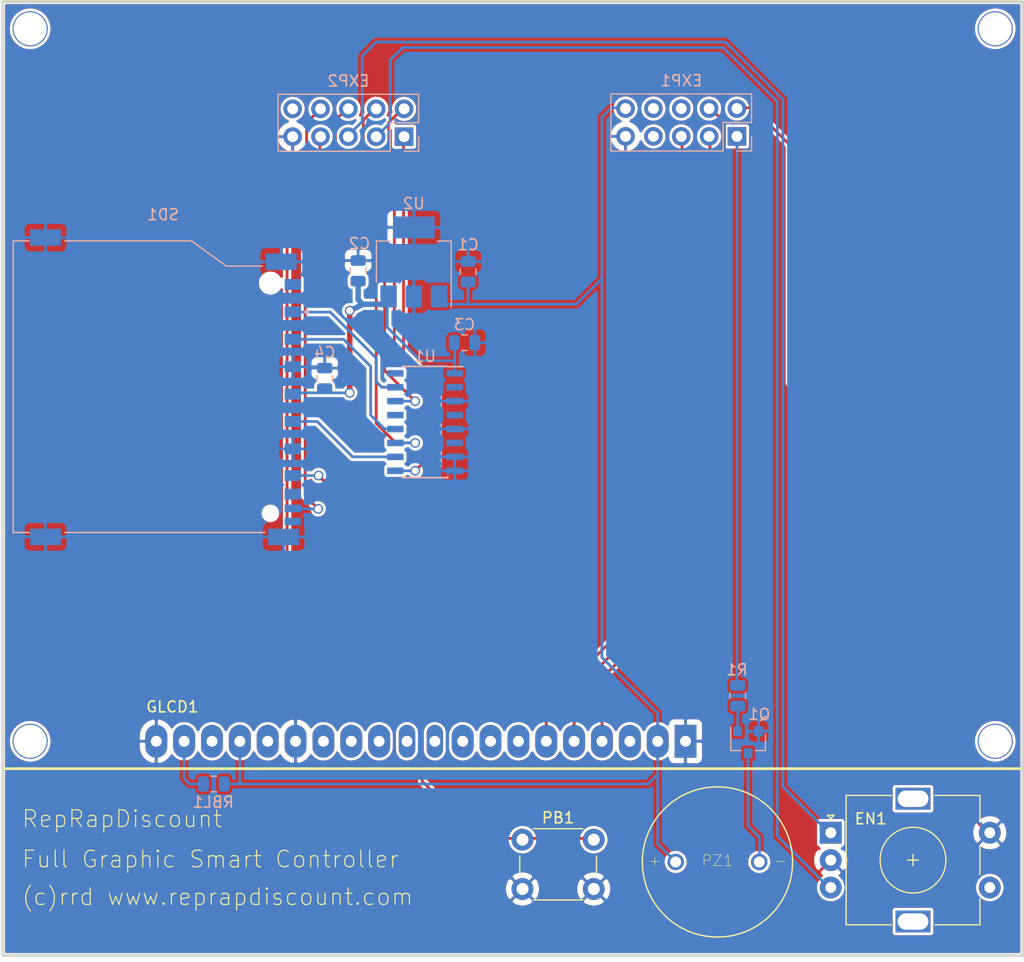
<source format=kicad_pcb>
(kicad_pcb (version 20171130) (host pcbnew "(5.0.0)")

  (general
    (thickness 1.6)
    (drawings 11)
    (tracks 150)
    (zones 0)
    (modules 16)
    (nets 42)
  )

  (page USLetter)
  (title_block
    (date 2018-08-16)
  )

  (layers
    (0 F.Cu signal)
    (31 B.Cu signal)
    (32 B.Adhes user)
    (33 F.Adhes user)
    (34 B.Paste user)
    (35 F.Paste user)
    (36 B.SilkS user)
    (37 F.SilkS user)
    (38 B.Mask user)
    (39 F.Mask user)
    (40 Dwgs.User user)
    (41 Cmts.User user)
    (42 Eco1.User user)
    (43 Eco2.User user)
    (44 Edge.Cuts user)
    (45 Margin user)
    (46 B.CrtYd user)
    (47 F.CrtYd user)
    (48 B.Fab user)
    (49 F.Fab user)
  )

  (setup
    (last_trace_width 0.254)
    (trace_clearance 0.254)
    (zone_clearance 0.09144)
    (zone_45_only no)
    (trace_min 0.15)
    (segment_width 0.2)
    (edge_width 0.1)
    (via_size 0.889)
    (via_drill 0.635)
    (via_min_size 0.8)
    (via_min_drill 0.508)
    (uvia_size 0.508)
    (uvia_drill 0.127)
    (uvias_allowed no)
    (uvia_min_size 0.5)
    (uvia_min_drill 0.127)
    (pcb_text_width 0.3)
    (pcb_text_size 1.5 1.5)
    (mod_edge_width 0.15)
    (mod_text_size 1 1)
    (mod_text_width 0.15)
    (pad_size 3 2)
    (pad_drill 0)
    (pad_to_mask_clearance 0)
    (aux_axis_origin 0 0)
    (visible_elements 7FFFF77F)
    (pcbplotparams
      (layerselection 0x010fc_ffffffff)
      (usegerberextensions true)
      (usegerberattributes true)
      (usegerberadvancedattributes true)
      (creategerberjobfile false)
      (excludeedgelayer true)
      (linewidth 0.100000)
      (plotframeref false)
      (viasonmask false)
      (mode 1)
      (useauxorigin true)
      (hpglpennumber 1)
      (hpglpenspeed 20)
      (hpglpendiameter 15.000000)
      (psnegative false)
      (psa4output false)
      (plotreference true)
      (plotvalue true)
      (plotinvisibletext false)
      (padsonsilk false)
      (subtractmaskfromsilk false)
      (outputformat 1)
      (mirror false)
      (drillshape 0)
      (scaleselection 1)
      (outputdirectory "GerberOutput/"))
  )

  (net 0 "")
  (net 1 Net1)
  (net 2 3V3)
  (net 3 GND)
  (net 4 VCC)
  (net 5 "Net-(GLCD1-Pad7)")
  (net 6 "Net-(GLCD1-Pad8)")
  (net 7 "Net-(GLCD1-Pad9)")
  (net 8 "Net-(GLCD1-Pad10)")
  (net 9 "Net-(GLCD1-Pad11)")
  (net 10 "Net-(GLCD1-Pad12)")
  (net 11 "Net-(GLCD1-Pad13)")
  (net 12 "Net-(GLCD1-Pad14)")
  (net 13 "Net-(GLCD1-Pad19)")
  (net 14 "Net-(Q1-Pad1)")
  (net 15 "Net-(SD1-Pad9)")
  (net 16 "Net-(SD1-Pad1)")
  (net 17 "Net-(SD1-Pad2)")
  (net 18 "Net-(SD1-Pad5)")
  (net 19 "Net-(SD1-Pad8)")
  (net 20 "Net-(SD1-PadCARD)")
  (net 21 "Net-(U1-Pad2)")
  (net 22 "Net-(PZ1-PadN)")
  (net 23 "Net-(U1-Pad4)")
  (net 24 "Net-(U1-Pad6)")
  (net 25 BTN_ENC)
  (net 26 LCD7)
  (net 27 LCD6)
  (net 28 LCD5)
  (net 29 LCD4)
  (net 30 LCDRS)
  (net 31 LCDE)
  (net 32 Beeper)
  (net 33 BTN_EN2)
  (net 34 BTN_EN1)
  (net 35 KILL)
  (net 36 RESET)
  (net 37 SD_DET)
  (net 38 "PB2_(MOSI)")
  (net 39 SD_CSEL)
  (net 40 "PB1_(SCK)")
  (net 41 "PB3_(MISO)")

  (net_class Default "This is the default net class."
    (clearance 0.254)
    (trace_width 0.254)
    (via_dia 0.889)
    (via_drill 0.635)
    (uvia_dia 0.508)
    (uvia_drill 0.127)
    (add_net 3V3)
    (add_net BTN_EN1)
    (add_net BTN_EN2)
    (add_net BTN_ENC)
    (add_net Beeper)
    (add_net GND)
    (add_net KILL)
    (add_net LCD4)
    (add_net LCD5)
    (add_net LCD6)
    (add_net LCD7)
    (add_net LCDE)
    (add_net LCDRS)
    (add_net "Net-(GLCD1-Pad10)")
    (add_net "Net-(GLCD1-Pad11)")
    (add_net "Net-(GLCD1-Pad12)")
    (add_net "Net-(GLCD1-Pad13)")
    (add_net "Net-(GLCD1-Pad14)")
    (add_net "Net-(GLCD1-Pad19)")
    (add_net "Net-(GLCD1-Pad7)")
    (add_net "Net-(GLCD1-Pad8)")
    (add_net "Net-(GLCD1-Pad9)")
    (add_net "Net-(PZ1-PadN)")
    (add_net "Net-(Q1-Pad1)")
    (add_net "Net-(SD1-Pad1)")
    (add_net "Net-(SD1-Pad2)")
    (add_net "Net-(SD1-Pad5)")
    (add_net "Net-(SD1-Pad8)")
    (add_net "Net-(SD1-Pad9)")
    (add_net "Net-(SD1-PadCARD)")
    (add_net "Net-(U1-Pad2)")
    (add_net "Net-(U1-Pad4)")
    (add_net "Net-(U1-Pad6)")
    (add_net Net1)
    (add_net "PB1_(SCK)")
    (add_net "PB2_(MOSI)")
    (add_net "PB3_(MISO)")
    (add_net RESET)
    (add_net SD_CSEL)
    (add_net SD_DET)
    (add_net VCC)
  )

  (module 12864-lcd:KXM12864M-3 (layer F.Cu) (tedit 5B7A400F) (tstamp 539EEDBF)
    (at 101.2 124.333)
    (path /5B7596A5)
    (attr smd)
    (fp_text reference GLCD1 (at 15.4622 -5.6388) (layer F.SilkS)
      (effects (font (size 1 1) (thickness 0.15)))
    )
    (fp_text value KXM12864M-3 (at 0 0) (layer F.SilkS) hide
      (effects (font (size 1.524 1.524) (thickness 0.05)))
    )
    (fp_line (start 0 0) (end 0 -70) (layer F.SilkS) (width 0.15))
    (fp_line (start 0 -70) (end 93 -70) (layer F.SilkS) (width 0.15))
    (fp_line (start 93 -70) (end 93 0) (layer F.SilkS) (width 0.15))
    (fp_line (start 93 0) (end 0 0) (layer F.SilkS) (width 0.15))
    (pad 5 thru_hole oval (at 52.10002 -2.50002 180) (size 2 3) (drill 1) (layers *.Cu *.Mask)
      (net 31 LCDE))
    (pad 6 thru_hole oval (at 49.56002 -2.50002 180) (size 2 3) (drill 1) (layers *.Cu *.Mask)
      (net 29 LCD4))
    (pad 7 thru_hole oval (at 47.02002 -2.50002 180) (size 2 3) (drill 1) (layers *.Cu *.Mask)
      (net 5 "Net-(GLCD1-Pad7)"))
    (pad 8 thru_hole oval (at 44.48002 -2.50002 180) (size 2 3) (drill 1) (layers *.Cu *.Mask)
      (net 6 "Net-(GLCD1-Pad8)"))
    (pad 9 thru_hole oval (at 41.94002 -2.50002 180) (size 2 3) (drill 1) (layers *.Cu *.Mask)
      (net 7 "Net-(GLCD1-Pad9)"))
    (pad 10 thru_hole oval (at 39.40002 -2.50002 180) (size 1.5 3) (drill 1) (layers *.Cu *.Mask)
      (net 8 "Net-(GLCD1-Pad10)"))
    (pad 11 thru_hole oval (at 36.86002 -2.50002 180) (size 1.5 3) (drill 1) (layers *.Cu *.Mask)
      (net 9 "Net-(GLCD1-Pad11)"))
    (pad 12 thru_hole oval (at 34.32002 -2.50002 180) (size 2 3) (drill 1) (layers *.Cu *.Mask)
      (net 10 "Net-(GLCD1-Pad12)"))
    (pad 13 thru_hole oval (at 31.78002 -2.50002 180) (size 2 3) (drill 1) (layers *.Cu *.Mask)
      (net 11 "Net-(GLCD1-Pad13)"))
    (pad 14 thru_hole oval (at 29.24002 -2.50002 180) (size 2 3) (drill 1) (layers *.Cu *.Mask)
      (net 12 "Net-(GLCD1-Pad14)"))
    (pad 15 thru_hole oval (at 26.70002 -2.50002 180) (size 2 3) (drill 1) (layers *.Cu *.Mask)
      (net 3 GND))
    (pad 16 thru_hole oval (at 24.16002 -2.50002 180) (size 2 3) (drill 1) (layers *.Cu *.Mask))
    (pad 17 thru_hole oval (at 21.62002 -2.50002 180) (size 2 3) (drill 1) (layers *.Cu *.Mask)
      (net 4 VCC))
    (pad 18 thru_hole oval (at 19.08002 -2.50002 180) (size 2 3) (drill 1) (layers *.Cu *.Mask))
    (pad 19 thru_hole oval (at 16.54002 -2.50002 180) (size 2 3) (drill 1) (layers *.Cu *.Mask)
      (net 13 "Net-(GLCD1-Pad19)"))
    (pad 20 thru_hole oval (at 14.00002 -2.50002 180) (size 2 3) (drill 1) (layers *.Cu *.Mask)
      (net 3 GND))
    (pad 4 thru_hole oval (at 54.64002 -2.50002 180) (size 2 3) (drill 1) (layers *.Cu *.Mask)
      (net 30 LCDRS))
    (pad 3 thru_hole oval (at 57.18002 -2.50002 180) (size 2 3) (drill 1) (layers *.Cu *.Mask))
    (pad 2 thru_hole oval (at 59.72002 -2.50002 180) (size 2 3) (drill 1) (layers *.Cu *.Mask)
      (net 4 VCC))
    (pad 1 thru_hole rect (at 62.26002 -2.50002 180) (size 2 3) (drill 1) (layers *.Cu *.Mask)
      (net 3 GND))
    (pad "" thru_hole circle (at 2.50002 -67.49999) (size 3.2 3.2) (drill 3) (layers *.Cu *.Mask))
    (pad "" thru_hole circle (at 90.5 -67.49999) (size 3.2 3.2) (drill 3) (layers *.Cu *.Mask))
    (pad "" thru_hole circle (at 90.5 -2.50002) (size 3.2 3.2) (drill 3) (layers *.Cu *.Mask))
    (pad "" thru_hole circle (at 2.50002 -2.50002) (size 3.2 3.2) (drill 3) (layers *.Cu *.Mask))
    (model ${KIPRJMOD}/models/NHD-12864AZ.wrl
      (offset (xyz 0 0 3))
      (scale (xyz 0.3937 0.3937 0.3937))
      (rotate (xyz 0 0 0))
    )
  )

  (module Rotary_Encoder:RotaryEncoder_Alps_EC11E-Switch_Vertical_H20mm (layer F.Cu) (tedit 5B7A3F93) (tstamp 5B7A4382)
    (at 176.69998 130.175)
    (descr "Alps rotary encoder, EC12E... with switch, vertical shaft, http://www.alps.com/prod/info/E/HTML/Encoder/Incremental/EC11/EC11E15204A3.html")
    (tags "rotary encoder")
    (path /5B7596A6)
    (fp_text reference EN1 (at 3.64002 -1.27) (layer F.SilkS)
      (effects (font (size 1 1) (thickness 0.15)))
    )
    (fp_text value EN11-HSB1AQ20 (at 7.5 10.4) (layer F.Fab) hide
      (effects (font (size 1 1) (thickness 0.15)))
    )
    (fp_text user %R (at 11.1 6.3) (layer F.Fab)
      (effects (font (size 1 1) (thickness 0.15)))
    )
    (fp_line (start 7 2.5) (end 8 2.5) (layer F.SilkS) (width 0.12))
    (fp_line (start 7.5 2) (end 7.5 3) (layer F.SilkS) (width 0.12))
    (fp_line (start 13.6 6) (end 13.6 8.4) (layer F.SilkS) (width 0.12))
    (fp_line (start 13.6 1.2) (end 13.6 3.8) (layer F.SilkS) (width 0.12))
    (fp_line (start 13.6 -3.4) (end 13.6 -1) (layer F.SilkS) (width 0.12))
    (fp_line (start 4.5 2.5) (end 10.5 2.5) (layer F.Fab) (width 0.12))
    (fp_line (start 7.5 -0.5) (end 7.5 5.5) (layer F.Fab) (width 0.12))
    (fp_line (start 0.3 -1.6) (end 0 -1.3) (layer F.SilkS) (width 0.12))
    (fp_line (start -0.3 -1.6) (end 0.3 -1.6) (layer F.SilkS) (width 0.12))
    (fp_line (start 0 -1.3) (end -0.3 -1.6) (layer F.SilkS) (width 0.12))
    (fp_line (start 1.4 -3.4) (end 1.4 8.4) (layer F.SilkS) (width 0.12))
    (fp_line (start 5.5 -3.4) (end 1.4 -3.4) (layer F.SilkS) (width 0.12))
    (fp_line (start 5.5 8.4) (end 1.4 8.4) (layer F.SilkS) (width 0.12))
    (fp_line (start 13.6 8.4) (end 9.5 8.4) (layer F.SilkS) (width 0.12))
    (fp_line (start 9.5 -3.4) (end 13.6 -3.4) (layer F.SilkS) (width 0.12))
    (fp_line (start 1.5 -2.2) (end 2.5 -3.3) (layer F.Fab) (width 0.12))
    (fp_line (start 1.5 8.3) (end 1.5 -2.2) (layer F.Fab) (width 0.12))
    (fp_line (start 13.5 8.3) (end 1.5 8.3) (layer F.Fab) (width 0.12))
    (fp_line (start 13.5 -3.3) (end 13.5 8.3) (layer F.Fab) (width 0.12))
    (fp_line (start 2.5 -3.3) (end 13.5 -3.3) (layer F.Fab) (width 0.12))
    (fp_line (start -1.5 -4.6) (end 16 -4.6) (layer F.CrtYd) (width 0.05))
    (fp_line (start -1.5 -4.6) (end -1.5 9.6) (layer F.CrtYd) (width 0.05))
    (fp_line (start 16 9.6) (end 16 -4.6) (layer F.CrtYd) (width 0.05))
    (fp_line (start 16 9.6) (end -1.5 9.6) (layer F.CrtYd) (width 0.05))
    (fp_circle (center 7.5 2.5) (end 10.5 2.5) (layer F.SilkS) (width 0.12))
    (fp_circle (center 7.5 2.5) (end 10.5 2.5) (layer F.Fab) (width 0.12))
    (pad S1 thru_hole circle (at 14.5 5) (size 2 2) (drill 1) (layers *.Cu *.Mask)
      (net 25 BTN_ENC))
    (pad S2 thru_hole circle (at 14.5 0) (size 2 2) (drill 1) (layers *.Cu *.Mask)
      (net 3 GND))
    (pad MP thru_hole rect (at 7.5 8.1) (size 3.2 2) (drill oval 2.8 1.5) (layers *.Cu *.Mask))
    (pad MP thru_hole rect (at 7.5 -3.1) (size 3.2 2) (drill oval 2.8 1.5) (layers *.Cu *.Mask))
    (pad B thru_hole circle (at 0 5) (size 2 2) (drill 1) (layers *.Cu *.Mask)
      (net 33 BTN_EN2))
    (pad C thru_hole circle (at 0 2.5) (size 2 2) (drill 1) (layers *.Cu *.Mask)
      (net 3 GND))
    (pad A thru_hole rect (at 0 0) (size 2 2) (drill 1) (layers *.Cu *.Mask)
      (net 34 BTN_EN1))
    (model ${KIPRJMOD}/models/en11-hsb1af20.wrl
      (offset (xyz 7.5 -2.6 0))
      (scale (xyz 0.3937 0.3937 0.3937))
      (rotate (xyz -90 0 90))
    )
  )

  (module Button_Switch_THT:SW_PUSH_6mm (layer F.Cu) (tedit 5A02FE31) (tstamp 539EEDBF)
    (at 148.59 130.81)
    (descr https://www.omron.com/ecb/products/pdf/en-b3f.pdf)
    (tags "tact sw push 6mm")
    (path /5B7596A7)
    (fp_text reference PB1 (at 3.25 -2) (layer F.SilkS)
      (effects (font (size 1 1) (thickness 0.15)))
    )
    (fp_text value STOP (at 3.75 6.7) (layer F.Fab)
      (effects (font (size 1 1) (thickness 0.15)))
    )
    (fp_circle (center 3.25 2.25) (end 1.25 2.5) (layer F.Fab) (width 0.1))
    (fp_line (start 6.75 3) (end 6.75 1.5) (layer F.SilkS) (width 0.12))
    (fp_line (start 5.5 -1) (end 1 -1) (layer F.SilkS) (width 0.12))
    (fp_line (start -0.25 1.5) (end -0.25 3) (layer F.SilkS) (width 0.12))
    (fp_line (start 1 5.5) (end 5.5 5.5) (layer F.SilkS) (width 0.12))
    (fp_line (start 8 -1.25) (end 8 5.75) (layer F.CrtYd) (width 0.05))
    (fp_line (start 7.75 6) (end -1.25 6) (layer F.CrtYd) (width 0.05))
    (fp_line (start -1.5 5.75) (end -1.5 -1.25) (layer F.CrtYd) (width 0.05))
    (fp_line (start -1.25 -1.5) (end 7.75 -1.5) (layer F.CrtYd) (width 0.05))
    (fp_line (start -1.5 6) (end -1.25 6) (layer F.CrtYd) (width 0.05))
    (fp_line (start -1.5 5.75) (end -1.5 6) (layer F.CrtYd) (width 0.05))
    (fp_line (start -1.5 -1.5) (end -1.25 -1.5) (layer F.CrtYd) (width 0.05))
    (fp_line (start -1.5 -1.25) (end -1.5 -1.5) (layer F.CrtYd) (width 0.05))
    (fp_line (start 8 -1.5) (end 8 -1.25) (layer F.CrtYd) (width 0.05))
    (fp_line (start 7.75 -1.5) (end 8 -1.5) (layer F.CrtYd) (width 0.05))
    (fp_line (start 8 6) (end 8 5.75) (layer F.CrtYd) (width 0.05))
    (fp_line (start 7.75 6) (end 8 6) (layer F.CrtYd) (width 0.05))
    (fp_line (start 0.25 -0.75) (end 3.25 -0.75) (layer F.Fab) (width 0.1))
    (fp_line (start 0.25 5.25) (end 0.25 -0.75) (layer F.Fab) (width 0.1))
    (fp_line (start 6.25 5.25) (end 0.25 5.25) (layer F.Fab) (width 0.1))
    (fp_line (start 6.25 -0.75) (end 6.25 5.25) (layer F.Fab) (width 0.1))
    (fp_line (start 3.25 -0.75) (end 6.25 -0.75) (layer F.Fab) (width 0.1))
    (fp_text user %R (at 3.25 2.25) (layer F.Fab)
      (effects (font (size 1 1) (thickness 0.15)))
    )
    (pad 1 thru_hole circle (at 6.5 0 90) (size 2 2) (drill 1.1) (layers *.Cu *.Mask)
      (net 36 RESET))
    (pad 2 thru_hole circle (at 6.5 4.5 90) (size 2 2) (drill 1.1) (layers *.Cu *.Mask)
      (net 3 GND))
    (pad 1 thru_hole circle (at 0 0 90) (size 2 2) (drill 1.1) (layers *.Cu *.Mask)
      (net 36 RESET))
    (pad 2 thru_hole circle (at 0 4.5 90) (size 2 2) (drill 1.1) (layers *.Cu *.Mask)
      (net 3 GND))
    (model ${KISYS3DMOD}/Button_Switch_THT.3dshapes/SW_PUSH_6mm.wrl
      (at (xyz 0 0 0))
      (scale (xyz 1 1 1))
      (rotate (xyz 0 0 0))
    )
  )

  (module CPE-164:CUI_CPE-164 (layer F.Cu) (tedit 5B75EA1D) (tstamp 5B761829)
    (at 166.37 132.842)
    (path /5B77EB3F)
    (fp_text reference PZ1 (at 0 -0.127) (layer F.SilkS)
      (effects (font (size 1.005 1.005) (thickness 0.05)))
    )
    (fp_text value CPE-164 (at -0.125465 8.56653) (layer F.SilkS) hide
      (effects (font (size 1.00369 1.00369) (thickness 0.05)))
    )
    (fp_text user - (at 5.715 -0.127) (layer F.SilkS)
      (effects (font (size 1 1) (thickness 0.05)))
    )
    (fp_text user + (at -5.715 -0.127) (layer F.SilkS)
      (effects (font (size 1 1) (thickness 0.05)))
    )
    (fp_circle (center 0 0) (end 7.1 0) (layer Eco1.User) (width 0.05))
    (fp_circle (center 0 0) (end 6.85 0) (layer Dwgs.User) (width 0.127))
    (fp_circle (center 0 0) (end 6.85 0) (layer F.SilkS) (width 0.127))
    (pad N thru_hole circle (at 3.81 0) (size 1.508 1.508) (drill 1) (layers *.Cu *.Mask)
      (net 22 "Net-(PZ1-PadN)"))
    (pad P thru_hole circle (at -3.81 0) (size 1.508 1.508) (drill 1) (layers *.Cu *.Mask)
      (net 4 VCC))
    (model ${KIPRJMOD}/models/CUI_CPE-164.wrl
      (at (xyz 0 0 0))
      (scale (xyz 0.3937 0.3937 0.3937))
      (rotate (xyz -90 0 90))
    )
  )

  (module 2041021-4:J_SMD_2041021-4-9_2.5_27.90_25_3.3 (layer B.Cu) (tedit 5B765E60) (tstamp 5B7614BF)
    (at 125.603 89.535 90)
    (path /5B7646B0)
    (attr smd)
    (fp_text reference SD1 (at 15.748 -9.779 180) (layer B.SilkS)
      (effects (font (size 1 1) (thickness 0.15)) (justify mirror))
    )
    (fp_text value 2041021-4 (at -11.0922 -24.6533 90) (layer B.SilkS) hide
      (effects (font (size 1.00156 1.00156) (thickness 0.05)) (justify mirror))
    )
    (fp_line (start 13.35 -7.2) (end 13.35 -18.75) (layer B.SilkS) (width 0.127))
    (fp_line (start 13.35 -7.2) (end 11.05 -4.01) (layer B.SilkS) (width 0.127))
    (fp_line (start 11.05 -0.75) (end 11.05 -4.01) (layer B.SilkS) (width 0.127))
    (fp_line (start 13.35 -23.45) (end 13.35 -22) (layer B.SilkS) (width 0.127))
    (fp_line (start -13.25 -23.45) (end 13.35 -23.45) (layer B.SilkS) (width 0.127))
    (fp_line (start -13.25 -22) (end -13.25 -23.45) (layer B.SilkS) (width 0.127))
    (fp_line (start -13.25 -0.5) (end -13.25 -18.75) (layer B.SilkS) (width 0.127))
    (fp_circle (center 6.875 3.302) (end 6.975 3.302) (layer B.SilkS) (width 0.2))
    (fp_line (start -14.65 -23.7) (end -14.65 3.05) (layer Eco1.User) (width 0.05))
    (fp_line (start 14.65 -23.7) (end -14.65 -23.7) (layer Eco1.User) (width 0.05))
    (fp_line (start 14.65 3.05) (end 14.65 -23.7) (layer Eco1.User) (width 0.05))
    (fp_line (start -14.65 3.05) (end 14.65 3.05) (layer Eco1.User) (width 0.05))
    (fp_poly (pts (xy -11.6894 -1.1) (xy 10.3 -1.1) (xy 10.3 -10.0667) (xy -11.6894 -10.0667)) (layer Dwgs.User) (width 0))
    (fp_poly (pts (xy -11.6926 -1.1) (xy 10.3 -1.1) (xy 10.3 -10.0694) (xy -11.6926 -10.0694)) (layer Dwgs.User) (width 0))
    (fp_poly (pts (xy -11.6733 -1.1) (xy 10.3 -1.1) (xy 10.3 -10.0529) (xy -11.6733 -10.0529)) (layer Dwgs.User) (width 0))
    (fp_line (start 13.95 -21.6) (end 13.35 -21.6) (layer Dwgs.User) (width 0.127))
    (fp_line (start 13.95 -19.95) (end 13.95 -21.6) (layer Dwgs.User) (width 0.127))
    (fp_line (start 13.35 -19.95) (end 13.95 -19.95) (layer Dwgs.User) (width 0.127))
    (fp_line (start 11.825 0.45) (end 11.05 0.45) (layer Dwgs.User) (width 0.127))
    (fp_line (start 11.825 1.55) (end 11.825 0.45) (layer Dwgs.User) (width 0.127))
    (fp_line (start 11.05 1.55) (end 11.825 1.55) (layer Dwgs.User) (width 0.127))
    (fp_line (start -14.025 0.45) (end -13.25 0.45) (layer Dwgs.User) (width 0.127))
    (fp_line (start -14.025 1.55) (end -14.025 0.45) (layer Dwgs.User) (width 0.127))
    (fp_line (start -13.25 1.55) (end -14.025 1.55) (layer Dwgs.User) (width 0.127))
    (fp_line (start -13.95 -21.6) (end -13.25 -21.6) (layer Dwgs.User) (width 0.127))
    (fp_line (start -13.95 -19.95) (end -13.25 -19.95) (layer Dwgs.User) (width 0.127))
    (fp_line (start -13.95 -19.95) (end -13.95 -21.6) (layer Dwgs.User) (width 0.127))
    (fp_line (start 11.05 1.55) (end -13.25 1.55) (layer Dwgs.User) (width 0.127))
    (fp_line (start 11.05 0.45) (end 11.05 1.55) (layer Dwgs.User) (width 0.127))
    (fp_line (start 11.05 -4.01) (end 11.05 0.45) (layer Dwgs.User) (width 0.127))
    (fp_line (start 13.35 -7.2) (end 11.05 -4.01) (layer Dwgs.User) (width 0.127))
    (fp_line (start 13.35 -19.95) (end 13.35 -7.2) (layer Dwgs.User) (width 0.127))
    (fp_line (start 13.35 -21.6) (end 13.35 -19.95) (layer Dwgs.User) (width 0.127))
    (fp_line (start 13.35 -23.45) (end 13.35 -21.6) (layer Dwgs.User) (width 0.127))
    (fp_line (start -13.25 -23.45) (end 13.35 -23.45) (layer Dwgs.User) (width 0.127))
    (fp_line (start -13.25 -21.6) (end -13.25 -23.45) (layer Dwgs.User) (width 0.127))
    (fp_line (start -13.25 -19.95) (end -13.25 -21.6) (layer Dwgs.User) (width 0.127))
    (fp_line (start -13.25 0.45) (end -13.25 -19.95) (layer Dwgs.User) (width 0.127))
    (fp_line (start -13.25 1.55) (end -13.25 0.45) (layer Dwgs.User) (width 0.127))
    (pad G4 smd rect (at -13.65 -20.5 90) (size 1.5 2.8) (layers B.Cu B.Paste B.Mask)
      (net 3 GND))
    (pad G3 smd rect (at 13.65 -20.5 90) (size 1.5 2.8) (layers B.Cu B.Paste B.Mask)
      (net 3 GND))
    (pad G2 smd rect (at 11.45 1 90) (size 1.5 2.8) (layers B.Cu B.Paste B.Mask)
      (net 3 GND))
    (pad G1 smd rect (at -13.65 1.2 90) (size 1.5 2.8) (layers B.Cu B.Paste B.Mask)
      (net 3 GND))
    (pad WRITE smd rect (at -12.255 2.05 270) (size 0.7 1.5) (layers B.Cu B.Paste B.Mask)
      (net 37 SD_DET))
    (pad CARD smd rect (at -11.055 2.05 270) (size 0.7 1.5) (layers B.Cu B.Paste B.Mask)
      (net 20 "Net-(SD1-PadCARD)"))
    (pad 8 smd rect (at -9.755 2.05 270) (size 1 1.5) (layers B.Cu B.Paste B.Mask)
      (net 19 "Net-(SD1-Pad8)"))
    (pad 7 smd rect (at -8.055 2.05 270) (size 1 1.5) (layers B.Cu B.Paste B.Mask)
      (net 41 "PB3_(MISO)"))
    (pad 6 smd rect (at -5.625 2.05 270) (size 1 1.5) (layers B.Cu B.Paste B.Mask)
      (net 3 GND))
    (pad 5 smd rect (at -3.125 2.05 270) (size 1 1.5) (layers B.Cu B.Paste B.Mask)
      (net 18 "Net-(SD1-Pad5)"))
    (pad 4 smd rect (at -0.625 2.05 270) (size 1 1.5) (layers B.Cu B.Paste B.Mask)
      (net 2 3V3))
    (pad 3 smd rect (at 1.875 2.05 270) (size 1 1.5) (layers B.Cu B.Paste B.Mask)
      (net 3 GND))
    (pad 2 smd rect (at 4.375 2.05 270) (size 1 1.5) (layers B.Cu B.Paste B.Mask)
      (net 17 "Net-(SD1-Pad2)"))
    (pad 1 smd rect (at 6.875 2.05 270) (size 1 1.5) (layers B.Cu B.Paste B.Mask)
      (net 16 "Net-(SD1-Pad1)"))
    (pad 9 smd rect (at 9.375 2.05 270) (size 1 1.5) (layers B.Cu B.Paste B.Mask)
      (net 15 "Net-(SD1-Pad9)"))
    (pad Hole np_thru_hole circle (at 9.5 0 90) (size 1.6 1.6) (drill 1.6) (layers *.Cu *.Mask B.SilkS))
    (pad Hole np_thru_hole circle (at -11.5 0 90) (size 1.1 1.1) (drill 1.1) (layers *.Cu *.Mask B.SilkS))
    (model ${KIPRJMOD}/models/c-2041021-4-b-3d.wrl
      (offset (xyz 0 -23.5 1.5))
      (scale (xyz 0.3937 0.3937 0.3937))
      (rotate (xyz -90 0 0))
    )
  )

  (module Capacitor_SMD:C_0805_2012Metric (layer B.Cu) (tedit 5B75DDBD) (tstamp 5B770CEB)
    (at 133.604 78.9155 270)
    (descr "Capacitor SMD 0805 (2012 Metric), square (rectangular) end terminal, IPC_7351 nominal, (Body size source: https://docs.google.com/spreadsheets/d/1BsfQQcO9C6DZCsRaXUlFlo91Tg2WpOkGARC1WS5S8t0/edit?usp=sharing), generated with kicad-footprint-generator")
    (tags capacitor)
    (path /5B7596AA)
    (attr smd)
    (fp_text reference C2 (at -2.4915 -0.127) (layer B.SilkS)
      (effects (font (size 1 1) (thickness 0.15)) (justify mirror))
    )
    (fp_text value 0.1uF (at 0 -1.65 270) (layer B.Fab) hide
      (effects (font (size 1 1) (thickness 0.15)) (justify mirror))
    )
    (fp_text user %R (at 0 0 270) (layer B.Fab)
      (effects (font (size 0.5 0.5) (thickness 0.08)) (justify mirror))
    )
    (fp_line (start 1.68 -0.95) (end -1.68 -0.95) (layer B.CrtYd) (width 0.05))
    (fp_line (start 1.68 0.95) (end 1.68 -0.95) (layer B.CrtYd) (width 0.05))
    (fp_line (start -1.68 0.95) (end 1.68 0.95) (layer B.CrtYd) (width 0.05))
    (fp_line (start -1.68 -0.95) (end -1.68 0.95) (layer B.CrtYd) (width 0.05))
    (fp_line (start -0.258578 -0.71) (end 0.258578 -0.71) (layer B.SilkS) (width 0.12))
    (fp_line (start -0.258578 0.71) (end 0.258578 0.71) (layer B.SilkS) (width 0.12))
    (fp_line (start 1 -0.6) (end -1 -0.6) (layer B.Fab) (width 0.1))
    (fp_line (start 1 0.6) (end 1 -0.6) (layer B.Fab) (width 0.1))
    (fp_line (start -1 0.6) (end 1 0.6) (layer B.Fab) (width 0.1))
    (fp_line (start -1 -0.6) (end -1 0.6) (layer B.Fab) (width 0.1))
    (pad 2 smd roundrect (at 0.9375 0 270) (size 0.975 1.4) (layers B.Cu B.Paste B.Mask) (roundrect_rratio 0.25)
      (net 2 3V3))
    (pad 1 smd roundrect (at -0.9375 0 270) (size 0.975 1.4) (layers B.Cu B.Paste B.Mask) (roundrect_rratio 0.25)
      (net 3 GND))
    (model ${KISYS3DMOD}/Capacitor_SMD.3dshapes/C_0805_2012Metric.wrl
      (at (xyz 0 0 0))
      (scale (xyz 1 1 1))
      (rotate (xyz 0 0 0))
    )
  )

  (module Package_TO_SOT_SMD:SOT-223 (layer B.Cu) (tedit 5B75F9E8) (tstamp 5B770B7B)
    (at 138.684 78.105 90)
    (descr "module CMS SOT223 4 pins")
    (tags "CMS SOT")
    (path /5B7596AC)
    (attr smd)
    (fp_text reference U2 (at 5.334 0 180) (layer B.SilkS)
      (effects (font (size 1 1) (thickness 0.15)) (justify mirror))
    )
    (fp_text value MIC5209 (at 0 0 90) (layer B.Fab) hide
      (effects (font (size 1.524 1.524) (thickness 0.05)) (justify mirror))
    )
    (fp_text user %R (at 0 0) (layer B.Fab)
      (effects (font (size 0.8 0.8) (thickness 0.12)) (justify mirror))
    )
    (fp_line (start -1.85 2.3) (end -0.8 3.35) (layer B.Fab) (width 0.1))
    (fp_line (start 1.91 -3.41) (end 1.91 -2.15) (layer B.SilkS) (width 0.12))
    (fp_line (start 1.91 3.41) (end 1.91 2.15) (layer B.SilkS) (width 0.12))
    (fp_line (start 4.4 3.6) (end -4.4 3.6) (layer B.CrtYd) (width 0.05))
    (fp_line (start 4.4 -3.6) (end 4.4 3.6) (layer B.CrtYd) (width 0.05))
    (fp_line (start -4.4 -3.6) (end 4.4 -3.6) (layer B.CrtYd) (width 0.05))
    (fp_line (start -4.4 3.6) (end -4.4 -3.6) (layer B.CrtYd) (width 0.05))
    (fp_line (start -1.85 2.3) (end -1.85 -3.35) (layer B.Fab) (width 0.1))
    (fp_line (start -1.85 -3.41) (end 1.91 -3.41) (layer B.SilkS) (width 0.12))
    (fp_line (start -0.8 3.35) (end 1.85 3.35) (layer B.Fab) (width 0.1))
    (fp_line (start -4.1 3.41) (end 1.91 3.41) (layer B.SilkS) (width 0.12))
    (fp_line (start -1.85 -3.35) (end 1.85 -3.35) (layer B.Fab) (width 0.1))
    (fp_line (start 1.85 3.35) (end 1.85 -3.35) (layer B.Fab) (width 0.1))
    (pad 4 smd rect (at 3.15 0 90) (size 2 3.8) (layers B.Cu B.Paste B.Mask)
      (net 3 GND))
    (pad 2 smd rect (at -3.15 0 90) (size 2 1.5) (layers B.Cu B.Paste B.Mask)
      (net 3 GND))
    (pad 3 smd rect (at -3.15 -2.3 90) (size 2 1.5) (layers B.Cu B.Paste B.Mask)
      (net 2 3V3))
    (pad 1 smd rect (at -3.15 2.3 90) (size 2 1.5) (layers B.Cu B.Paste B.Mask)
      (net 4 VCC))
    (model ${KISYS3DMOD}/Package_TO_SOT_SMD.3dshapes/SOT-223.wrl
      (at (xyz 0 0 0))
      (scale (xyz 1 1 1))
      (rotate (xyz 0 0 0))
    )
  )

  (module Capacitor_SMD:C_0805_2012Metric (layer B.Cu) (tedit 5B75DE2F) (tstamp 5B75EBB5)
    (at 143.637 78.994 270)
    (descr "Capacitor SMD 0805 (2012 Metric), square (rectangular) end terminal, IPC_7351 nominal, (Body size source: https://docs.google.com/spreadsheets/d/1BsfQQcO9C6DZCsRaXUlFlo91Tg2WpOkGARC1WS5S8t0/edit?usp=sharing), generated with kicad-footprint-generator")
    (tags capacitor)
    (path /5B7596AB)
    (attr smd)
    (fp_text reference C1 (at -2.4615 0) (layer B.SilkS)
      (effects (font (size 1 1) (thickness 0.15)) (justify mirror))
    )
    (fp_text value 0.1uF (at 0 -1.65 270) (layer B.Fab) hide
      (effects (font (size 1 1) (thickness 0.15)) (justify mirror))
    )
    (fp_line (start -1 -0.6) (end -1 0.6) (layer B.Fab) (width 0.1))
    (fp_line (start -1 0.6) (end 1 0.6) (layer B.Fab) (width 0.1))
    (fp_line (start 1 0.6) (end 1 -0.6) (layer B.Fab) (width 0.1))
    (fp_line (start 1 -0.6) (end -1 -0.6) (layer B.Fab) (width 0.1))
    (fp_line (start -0.258578 0.71) (end 0.258578 0.71) (layer B.SilkS) (width 0.12))
    (fp_line (start -0.258578 -0.71) (end 0.258578 -0.71) (layer B.SilkS) (width 0.12))
    (fp_line (start -1.68 -0.95) (end -1.68 0.95) (layer B.CrtYd) (width 0.05))
    (fp_line (start -1.68 0.95) (end 1.68 0.95) (layer B.CrtYd) (width 0.05))
    (fp_line (start 1.68 0.95) (end 1.68 -0.95) (layer B.CrtYd) (width 0.05))
    (fp_line (start 1.68 -0.95) (end -1.68 -0.95) (layer B.CrtYd) (width 0.05))
    (fp_text user %R (at 0 0 270) (layer B.Fab)
      (effects (font (size 0.5 0.5) (thickness 0.08)) (justify mirror))
    )
    (pad 1 smd roundrect (at -0.9375 0 270) (size 0.975 1.4) (layers B.Cu B.Paste B.Mask) (roundrect_rratio 0.25)
      (net 3 GND))
    (pad 2 smd roundrect (at 0.9375 0 270) (size 0.975 1.4) (layers B.Cu B.Paste B.Mask) (roundrect_rratio 0.25)
      (net 4 VCC))
    (model ${KISYS3DMOD}/Capacitor_SMD.3dshapes/C_0805_2012Metric.wrl
      (at (xyz 0 0 0))
      (scale (xyz 1 1 1))
      (rotate (xyz 0 0 0))
    )
  )

  (module Capacitor_SMD:C_0805_2012Metric (layer B.Cu) (tedit 5B75DE7D) (tstamp 5B75EBD5)
    (at 143.3045 85.471 180)
    (descr "Capacitor SMD 0805 (2012 Metric), square (rectangular) end terminal, IPC_7351 nominal, (Body size source: https://docs.google.com/spreadsheets/d/1BsfQQcO9C6DZCsRaXUlFlo91Tg2WpOkGARC1WS5S8t0/edit?usp=sharing), generated with kicad-footprint-generator")
    (tags capacitor)
    (path /5B7596A9)
    (attr smd)
    (fp_text reference C3 (at 0 1.65 180) (layer B.SilkS)
      (effects (font (size 1 1) (thickness 0.15)) (justify mirror))
    )
    (fp_text value 0.1uF (at 0 -1.65 180) (layer B.Fab) hide
      (effects (font (size 1 1) (thickness 0.15)) (justify mirror))
    )
    (fp_line (start -1 -0.6) (end -1 0.6) (layer B.Fab) (width 0.1))
    (fp_line (start -1 0.6) (end 1 0.6) (layer B.Fab) (width 0.1))
    (fp_line (start 1 0.6) (end 1 -0.6) (layer B.Fab) (width 0.1))
    (fp_line (start 1 -0.6) (end -1 -0.6) (layer B.Fab) (width 0.1))
    (fp_line (start -0.258578 0.71) (end 0.258578 0.71) (layer B.SilkS) (width 0.12))
    (fp_line (start -0.258578 -0.71) (end 0.258578 -0.71) (layer B.SilkS) (width 0.12))
    (fp_line (start -1.68 -0.95) (end -1.68 0.95) (layer B.CrtYd) (width 0.05))
    (fp_line (start -1.68 0.95) (end 1.68 0.95) (layer B.CrtYd) (width 0.05))
    (fp_line (start 1.68 0.95) (end 1.68 -0.95) (layer B.CrtYd) (width 0.05))
    (fp_line (start 1.68 -0.95) (end -1.68 -0.95) (layer B.CrtYd) (width 0.05))
    (fp_text user %R (at 0 0 180) (layer B.Fab)
      (effects (font (size 0.5 0.5) (thickness 0.08)) (justify mirror))
    )
    (pad 1 smd roundrect (at -0.9375 0 180) (size 0.975 1.4) (layers B.Cu B.Paste B.Mask) (roundrect_rratio 0.25)
      (net 3 GND))
    (pad 2 smd roundrect (at 0.9375 0 180) (size 0.975 1.4) (layers B.Cu B.Paste B.Mask) (roundrect_rratio 0.25)
      (net 2 3V3))
    (model ${KISYS3DMOD}/Capacitor_SMD.3dshapes/C_0805_2012Metric.wrl
      (at (xyz 0 0 0))
      (scale (xyz 1 1 1))
      (rotate (xyz 0 0 0))
    )
  )

  (module Capacitor_SMD:C_0805_2012Metric (layer B.Cu) (tedit 5B75DFDB) (tstamp 5B75FF1C)
    (at 130.556 88.7245 270)
    (descr "Capacitor SMD 0805 (2012 Metric), square (rectangular) end terminal, IPC_7351 nominal, (Body size source: https://docs.google.com/spreadsheets/d/1BsfQQcO9C6DZCsRaXUlFlo91Tg2WpOkGARC1WS5S8t0/edit?usp=sharing), generated with kicad-footprint-generator")
    (tags capacitor)
    (path /5B7596A8)
    (attr smd)
    (fp_text reference C4 (at -2.3645 0) (layer B.SilkS)
      (effects (font (size 1 1) (thickness 0.15)) (justify mirror))
    )
    (fp_text value 1uF (at 0 -1.65 270) (layer B.Fab) hide
      (effects (font (size 1 1) (thickness 0.15)) (justify mirror))
    )
    (fp_text user %R (at 0 0 270) (layer B.Fab)
      (effects (font (size 0.5 0.5) (thickness 0.08)) (justify mirror))
    )
    (fp_line (start 1.68 -0.95) (end -1.68 -0.95) (layer B.CrtYd) (width 0.05))
    (fp_line (start 1.68 0.95) (end 1.68 -0.95) (layer B.CrtYd) (width 0.05))
    (fp_line (start -1.68 0.95) (end 1.68 0.95) (layer B.CrtYd) (width 0.05))
    (fp_line (start -1.68 -0.95) (end -1.68 0.95) (layer B.CrtYd) (width 0.05))
    (fp_line (start -0.258578 -0.71) (end 0.258578 -0.71) (layer B.SilkS) (width 0.12))
    (fp_line (start -0.258578 0.71) (end 0.258578 0.71) (layer B.SilkS) (width 0.12))
    (fp_line (start 1 -0.6) (end -1 -0.6) (layer B.Fab) (width 0.1))
    (fp_line (start 1 0.6) (end 1 -0.6) (layer B.Fab) (width 0.1))
    (fp_line (start -1 0.6) (end 1 0.6) (layer B.Fab) (width 0.1))
    (fp_line (start -1 -0.6) (end -1 0.6) (layer B.Fab) (width 0.1))
    (pad 2 smd roundrect (at 0.9375 0 270) (size 0.975 1.4) (layers B.Cu B.Paste B.Mask) (roundrect_rratio 0.25)
      (net 2 3V3))
    (pad 1 smd roundrect (at -0.9375 0 270) (size 0.975 1.4) (layers B.Cu B.Paste B.Mask) (roundrect_rratio 0.25)
      (net 3 GND))
    (model ${KISYS3DMOD}/Capacitor_SMD.3dshapes/C_0805_2012Metric.wrl
      (at (xyz 0 0 0))
      (scale (xyz 1 1 1))
      (rotate (xyz 0 0 0))
    )
  )

  (module Resistor_SMD:R_0805_2012Metric (layer B.Cu) (tedit 5B75E07A) (tstamp 5B75EBF5)
    (at 168.21399 117.6805 270)
    (descr "Resistor SMD 0805 (2012 Metric), square (rectangular) end terminal, IPC_7351 nominal, (Body size source: https://docs.google.com/spreadsheets/d/1BsfQQcO9C6DZCsRaXUlFlo91Tg2WpOkGARC1WS5S8t0/edit?usp=sharing), generated with kicad-footprint-generator")
    (tags resistor)
    (path /5B7596A1)
    (attr smd)
    (fp_text reference R1 (at -2.3645 0.06599) (layer B.SilkS)
      (effects (font (size 1 1) (thickness 0.15)) (justify mirror))
    )
    (fp_text value 1K (at 0 -1.65 270) (layer B.Fab) hide
      (effects (font (size 1 1) (thickness 0.15)) (justify mirror))
    )
    (fp_text user %R (at 0 0 270) (layer B.Fab)
      (effects (font (size 0.5 0.5) (thickness 0.08)) (justify mirror))
    )
    (fp_line (start 1.68 -0.95) (end -1.68 -0.95) (layer B.CrtYd) (width 0.05))
    (fp_line (start 1.68 0.95) (end 1.68 -0.95) (layer B.CrtYd) (width 0.05))
    (fp_line (start -1.68 0.95) (end 1.68 0.95) (layer B.CrtYd) (width 0.05))
    (fp_line (start -1.68 -0.95) (end -1.68 0.95) (layer B.CrtYd) (width 0.05))
    (fp_line (start -0.258578 -0.71) (end 0.258578 -0.71) (layer B.SilkS) (width 0.12))
    (fp_line (start -0.258578 0.71) (end 0.258578 0.71) (layer B.SilkS) (width 0.12))
    (fp_line (start 1 -0.6) (end -1 -0.6) (layer B.Fab) (width 0.1))
    (fp_line (start 1 0.6) (end 1 -0.6) (layer B.Fab) (width 0.1))
    (fp_line (start -1 0.6) (end 1 0.6) (layer B.Fab) (width 0.1))
    (fp_line (start -1 -0.6) (end -1 0.6) (layer B.Fab) (width 0.1))
    (pad 2 smd roundrect (at 0.9375 0 270) (size 0.975 1.4) (layers B.Cu B.Paste B.Mask) (roundrect_rratio 0.25)
      (net 14 "Net-(Q1-Pad1)"))
    (pad 1 smd roundrect (at -0.9375 0 270) (size 0.975 1.4) (layers B.Cu B.Paste B.Mask) (roundrect_rratio 0.25)
      (net 32 Beeper))
    (model ${KISYS3DMOD}/Resistor_SMD.3dshapes/R_0805_2012Metric.wrl
      (at (xyz 0 0 0))
      (scale (xyz 1 1 1))
      (rotate (xyz 0 0 0))
    )
  )

  (module Resistor_SMD:R_0805_2012Metric (layer B.Cu) (tedit 5B75DD56) (tstamp 5B75F2BF)
    (at 120.4445 125.73 180)
    (descr "Resistor SMD 0805 (2012 Metric), square (rectangular) end terminal, IPC_7351 nominal, (Body size source: https://docs.google.com/spreadsheets/d/1BsfQQcO9C6DZCsRaXUlFlo91Tg2WpOkGARC1WS5S8t0/edit?usp=sharing), generated with kicad-footprint-generator")
    (tags resistor)
    (path /5B7596A0)
    (attr smd)
    (fp_text reference RBL1 (at 0.0485 -1.651 180) (layer B.SilkS)
      (effects (font (size 1 1) (thickness 0.15)) (justify mirror))
    )
    (fp_text value 0 (at 0 -1.65 180) (layer B.Fab) hide
      (effects (font (size 1 1) (thickness 0.15)) (justify mirror))
    )
    (fp_line (start -1 -0.6) (end -1 0.6) (layer B.Fab) (width 0.1))
    (fp_line (start -1 0.6) (end 1 0.6) (layer B.Fab) (width 0.1))
    (fp_line (start 1 0.6) (end 1 -0.6) (layer B.Fab) (width 0.1))
    (fp_line (start 1 -0.6) (end -1 -0.6) (layer B.Fab) (width 0.1))
    (fp_line (start -0.258578 0.71) (end 0.258578 0.71) (layer B.SilkS) (width 0.12))
    (fp_line (start -0.258578 -0.71) (end 0.258578 -0.71) (layer B.SilkS) (width 0.12))
    (fp_line (start -1.68 -0.95) (end -1.68 0.95) (layer B.CrtYd) (width 0.05))
    (fp_line (start -1.68 0.95) (end 1.68 0.95) (layer B.CrtYd) (width 0.05))
    (fp_line (start 1.68 0.95) (end 1.68 -0.95) (layer B.CrtYd) (width 0.05))
    (fp_line (start 1.68 -0.95) (end -1.68 -0.95) (layer B.CrtYd) (width 0.05))
    (fp_text user %R (at 0 0 180) (layer B.Fab)
      (effects (font (size 0.5 0.5) (thickness 0.08)) (justify mirror))
    )
    (pad 1 smd roundrect (at -0.9375 0 180) (size 0.975 1.4) (layers B.Cu B.Paste B.Mask) (roundrect_rratio 0.25)
      (net 4 VCC))
    (pad 2 smd roundrect (at 0.9375 0 180) (size 0.975 1.4) (layers B.Cu B.Paste B.Mask) (roundrect_rratio 0.25)
      (net 13 "Net-(GLCD1-Pad19)"))
    (model ${KISYS3DMOD}/Resistor_SMD.3dshapes/R_0805_2012Metric.wrl
      (at (xyz 0 0 0))
      (scale (xyz 1 1 1))
      (rotate (xyz 0 0 0))
    )
  )

  (module Package_TO_SOT_SMD:SOT-23 (layer B.Cu) (tedit 5B75EA6A) (tstamp 5B761CA4)
    (at 169.164 121.92 270)
    (descr "SOT-23, Standard")
    (tags SOT-23)
    (path /5B7596A2)
    (attr smd)
    (fp_text reference Q1 (at -2.54 -1.016) (layer B.SilkS)
      (effects (font (size 1 1) (thickness 0.15)) (justify mirror))
    )
    (fp_text value MMBT2222 (at 0 -2.5 270) (layer B.Fab) hide
      (effects (font (size 1 1) (thickness 0.15)) (justify mirror))
    )
    (fp_text user %R (at 0 0 180) (layer B.Fab)
      (effects (font (size 0.5 0.5) (thickness 0.075)) (justify mirror))
    )
    (fp_line (start -0.7 0.95) (end -0.7 -1.5) (layer B.Fab) (width 0.1))
    (fp_line (start -0.15 1.52) (end 0.7 1.52) (layer B.Fab) (width 0.1))
    (fp_line (start -0.7 0.95) (end -0.15 1.52) (layer B.Fab) (width 0.1))
    (fp_line (start 0.7 1.52) (end 0.7 -1.52) (layer B.Fab) (width 0.1))
    (fp_line (start -0.7 -1.52) (end 0.7 -1.52) (layer B.Fab) (width 0.1))
    (fp_line (start 0.76 -1.58) (end 0.76 -0.65) (layer B.SilkS) (width 0.12))
    (fp_line (start 0.76 1.58) (end 0.76 0.65) (layer B.SilkS) (width 0.12))
    (fp_line (start -1.7 1.75) (end 1.7 1.75) (layer B.CrtYd) (width 0.05))
    (fp_line (start 1.7 1.75) (end 1.7 -1.75) (layer B.CrtYd) (width 0.05))
    (fp_line (start 1.7 -1.75) (end -1.7 -1.75) (layer B.CrtYd) (width 0.05))
    (fp_line (start -1.7 -1.75) (end -1.7 1.75) (layer B.CrtYd) (width 0.05))
    (fp_line (start 0.76 1.58) (end -1.4 1.58) (layer B.SilkS) (width 0.12))
    (fp_line (start 0.76 -1.58) (end -0.7 -1.58) (layer B.SilkS) (width 0.12))
    (pad 1 smd rect (at -1 0.95 270) (size 0.9 0.8) (layers B.Cu B.Paste B.Mask)
      (net 14 "Net-(Q1-Pad1)"))
    (pad 2 smd rect (at -1 -0.95 270) (size 0.9 0.8) (layers B.Cu B.Paste B.Mask)
      (net 3 GND))
    (pad 3 smd rect (at 1 0 270) (size 0.9 0.8) (layers B.Cu B.Paste B.Mask)
      (net 22 "Net-(PZ1-PadN)"))
    (model ${KISYS3DMOD}/Package_TO_SOT_SMD.3dshapes/SOT-23.wrl
      (at (xyz 0 0 0))
      (scale (xyz 1 1 1))
      (rotate (xyz 0 0 0))
    )
  )

  (module Package_SO:SOIC-16_3.9x9.9mm_P1.27mm (layer B.Cu) (tedit 5B75EF38) (tstamp 5B763992)
    (at 139.7 92.71 180)
    (descr "16-Lead Plastic Small Outline (SL) - Narrow, 3.90 mm Body [SOIC] (see Microchip Packaging Specification 00000049BS.pdf)")
    (tags "SOIC 1.27")
    (path /5B780158)
    (attr smd)
    (fp_text reference U1 (at 0 6 180) (layer B.SilkS)
      (effects (font (size 1 1) (thickness 0.15)) (justify mirror))
    )
    (fp_text value 74HC4050 (at 0 -6 180) (layer B.Fab) hide
      (effects (font (size 1 1) (thickness 0.15)) (justify mirror))
    )
    (fp_text user %R (at 0 0 180) (layer B.Fab)
      (effects (font (size 0.9 0.9) (thickness 0.135)) (justify mirror))
    )
    (fp_line (start -0.95 4.95) (end 1.95 4.95) (layer B.Fab) (width 0.15))
    (fp_line (start 1.95 4.95) (end 1.95 -4.95) (layer B.Fab) (width 0.15))
    (fp_line (start 1.95 -4.95) (end -1.95 -4.95) (layer B.Fab) (width 0.15))
    (fp_line (start -1.95 -4.95) (end -1.95 3.95) (layer B.Fab) (width 0.15))
    (fp_line (start -1.95 3.95) (end -0.95 4.95) (layer B.Fab) (width 0.15))
    (fp_line (start -3.7 5.25) (end -3.7 -5.25) (layer B.CrtYd) (width 0.05))
    (fp_line (start 3.7 5.25) (end 3.7 -5.25) (layer B.CrtYd) (width 0.05))
    (fp_line (start -3.7 5.25) (end 3.7 5.25) (layer B.CrtYd) (width 0.05))
    (fp_line (start -3.7 -5.25) (end 3.7 -5.25) (layer B.CrtYd) (width 0.05))
    (fp_line (start -2.075 5.075) (end -2.075 5.05) (layer B.SilkS) (width 0.15))
    (fp_line (start 2.075 5.075) (end 2.075 4.97) (layer B.SilkS) (width 0.15))
    (fp_line (start 2.075 -5.075) (end 2.075 -4.97) (layer B.SilkS) (width 0.15))
    (fp_line (start -2.075 -5.075) (end -2.075 -4.97) (layer B.SilkS) (width 0.15))
    (fp_line (start -2.075 5.075) (end 2.075 5.075) (layer B.SilkS) (width 0.15))
    (fp_line (start -2.075 -5.075) (end 2.075 -5.075) (layer B.SilkS) (width 0.15))
    (fp_line (start -2.075 5.05) (end -3.45 5.05) (layer B.SilkS) (width 0.15))
    (pad 1 smd rect (at -2.7 4.445 180) (size 1.5 0.6) (layers B.Cu B.Paste B.Mask)
      (net 2 3V3))
    (pad 2 smd rect (at -2.7 3.175 180) (size 1.5 0.6) (layers B.Cu B.Paste B.Mask)
      (net 21 "Net-(U1-Pad2)"))
    (pad 3 smd rect (at -2.7 1.905 180) (size 1.5 0.6) (layers B.Cu B.Paste B.Mask)
      (net 3 GND))
    (pad 4 smd rect (at -2.7 0.635 180) (size 1.5 0.6) (layers B.Cu B.Paste B.Mask)
      (net 23 "Net-(U1-Pad4)"))
    (pad 5 smd rect (at -2.7 -0.635 180) (size 1.5 0.6) (layers B.Cu B.Paste B.Mask)
      (net 3 GND))
    (pad 6 smd rect (at -2.7 -1.905 180) (size 1.5 0.6) (layers B.Cu B.Paste B.Mask)
      (net 24 "Net-(U1-Pad6)"))
    (pad 7 smd rect (at -2.7 -3.175 180) (size 1.5 0.6) (layers B.Cu B.Paste B.Mask)
      (net 3 GND))
    (pad 8 smd rect (at -2.7 -4.445 180) (size 1.5 0.6) (layers B.Cu B.Paste B.Mask)
      (net 3 GND))
    (pad 9 smd rect (at 2.7 -4.445 180) (size 1.5 0.6) (layers B.Cu B.Paste B.Mask)
      (net 40 "PB1_(SCK)"))
    (pad 10 smd rect (at 2.7 -3.175 180) (size 1.5 0.6) (layers B.Cu B.Paste B.Mask)
      (net 18 "Net-(SD1-Pad5)"))
    (pad 11 smd rect (at 2.7 -1.905 180) (size 1.5 0.6) (layers B.Cu B.Paste B.Mask)
      (net 38 "PB2_(MOSI)"))
    (pad 12 smd rect (at 2.7 -0.635 180) (size 1.5 0.6) (layers B.Cu B.Paste B.Mask)
      (net 17 "Net-(SD1-Pad2)"))
    (pad 13 smd rect (at 2.7 0.635 180) (size 1.5 0.6) (layers B.Cu B.Paste B.Mask))
    (pad 14 smd rect (at 2.7 1.905 180) (size 1.5 0.6) (layers B.Cu B.Paste B.Mask)
      (net 39 SD_CSEL))
    (pad 15 smd rect (at 2.7 3.175 180) (size 1.5 0.6) (layers B.Cu B.Paste B.Mask)
      (net 16 "Net-(SD1-Pad1)"))
    (pad 16 smd rect (at 2.7 4.445 180) (size 1.5 0.6) (layers B.Cu B.Paste B.Mask))
    (model ${KISYS3DMOD}/Package_SO.3dshapes/SOIC-16_3.9x9.9mm_P1.27mm.wrl
      (at (xyz 0 0 0))
      (scale (xyz 1 1 1))
      (rotate (xyz 0 0 0))
    )
  )

  (module Connector_PinHeader_2.54mm:PinHeader_2x05_P2.54mm_Vertical (layer B.Cu) (tedit 5B75F60A) (tstamp 5B77018F)
    (at 168.148 66.64955 90)
    (descr "Through hole straight pin header, 2x05, 2.54mm pitch, double rows")
    (tags "Through hole pin header THT 2x05 2.54mm double row")
    (path /5B7596AE)
    (fp_text reference EXP1 (at 5.08 -5.08 180) (layer B.SilkS)
      (effects (font (size 1 1) (thickness 0.15)) (justify mirror))
    )
    (fp_text value "Header 5X2" (at 1.27 -12.49 90) (layer B.Fab) hide
      (effects (font (size 1 1) (thickness 0.15)) (justify mirror))
    )
    (fp_line (start 0 1.27) (end 3.81 1.27) (layer B.Fab) (width 0.1))
    (fp_line (start 3.81 1.27) (end 3.81 -11.43) (layer B.Fab) (width 0.1))
    (fp_line (start 3.81 -11.43) (end -1.27 -11.43) (layer B.Fab) (width 0.1))
    (fp_line (start -1.27 -11.43) (end -1.27 0) (layer B.Fab) (width 0.1))
    (fp_line (start -1.27 0) (end 0 1.27) (layer B.Fab) (width 0.1))
    (fp_line (start -1.33 -11.49) (end 3.87 -11.49) (layer B.SilkS) (width 0.12))
    (fp_line (start -1.33 -1.27) (end -1.33 -11.49) (layer B.SilkS) (width 0.12))
    (fp_line (start 3.87 1.33) (end 3.87 -11.49) (layer B.SilkS) (width 0.12))
    (fp_line (start -1.33 -1.27) (end 1.27 -1.27) (layer B.SilkS) (width 0.12))
    (fp_line (start 1.27 -1.27) (end 1.27 1.33) (layer B.SilkS) (width 0.12))
    (fp_line (start 1.27 1.33) (end 3.87 1.33) (layer B.SilkS) (width 0.12))
    (fp_line (start -1.33 0) (end -1.33 1.33) (layer B.SilkS) (width 0.12))
    (fp_line (start -1.33 1.33) (end 0 1.33) (layer B.SilkS) (width 0.12))
    (fp_line (start -1.8 1.8) (end -1.8 -11.95) (layer B.CrtYd) (width 0.05))
    (fp_line (start -1.8 -11.95) (end 4.35 -11.95) (layer B.CrtYd) (width 0.05))
    (fp_line (start 4.35 -11.95) (end 4.35 1.8) (layer B.CrtYd) (width 0.05))
    (fp_line (start 4.35 1.8) (end -1.8 1.8) (layer B.CrtYd) (width 0.05))
    (fp_text user %R (at 1.27 -5.08) (layer B.Fab)
      (effects (font (size 1 1) (thickness 0.15)) (justify mirror))
    )
    (pad 1 thru_hole rect (at 0 0 90) (size 1.7 1.7) (drill 1) (layers *.Cu *.Mask)
      (net 32 Beeper))
    (pad 2 thru_hole oval (at 2.54 0 90) (size 1.7 1.7) (drill 1) (layers *.Cu *.Mask)
      (net 25 BTN_ENC))
    (pad 3 thru_hole oval (at 0 -2.54 90) (size 1.7 1.7) (drill 1) (layers *.Cu *.Mask)
      (net 31 LCDE))
    (pad 4 thru_hole oval (at 2.54 -2.54 90) (size 1.7 1.7) (drill 1) (layers *.Cu *.Mask)
      (net 30 LCDRS))
    (pad 5 thru_hole oval (at 0 -5.08 90) (size 1.7 1.7) (drill 1) (layers *.Cu *.Mask)
      (net 29 LCD4))
    (pad 6 thru_hole oval (at 2.54 -5.08 90) (size 1.7 1.7) (drill 1) (layers *.Cu *.Mask)
      (net 28 LCD5))
    (pad 7 thru_hole oval (at 0 -7.62 90) (size 1.7 1.7) (drill 1) (layers *.Cu *.Mask)
      (net 27 LCD6))
    (pad 8 thru_hole oval (at 2.54 -7.62 90) (size 1.7 1.7) (drill 1) (layers *.Cu *.Mask)
      (net 26 LCD7))
    (pad 9 thru_hole oval (at 0 -10.16 90) (size 1.7 1.7) (drill 1) (layers *.Cu *.Mask)
      (net 3 GND))
    (pad 10 thru_hole oval (at 2.54 -10.16 90) (size 1.7 1.7) (drill 1) (layers *.Cu *.Mask)
      (net 4 VCC))
    (model ${KISYS3DMOD}/Connector_PinHeader_2.54mm.3dshapes/PinHeader_2x05_P2.54mm_Vertical.wrl
      (at (xyz 0 0 0))
      (scale (xyz 1 1 1))
      (rotate (xyz 0 0 0))
    )
  )

  (module Connector_PinHeader_2.54mm:PinHeader_2x05_P2.54mm_Vertical (layer B.Cu) (tedit 5B75F67A) (tstamp 5B770078)
    (at 137.795 66.675 90)
    (descr "Through hole straight pin header, 2x05, 2.54mm pitch, double rows")
    (tags "Through hole pin header THT 2x05 2.54mm double row")
    (path /5B7A4EA6)
    (fp_text reference EXP2 (at 5.08 -5.08 180) (layer B.SilkS)
      (effects (font (size 1 1) (thickness 0.15)) (justify mirror))
    )
    (fp_text value "Header 5X2" (at 1.27 -12.49 90) (layer B.Fab) hide
      (effects (font (size 1 1) (thickness 0.15)) (justify mirror))
    )
    (fp_text user %R (at 1.27 -5.08) (layer B.Fab)
      (effects (font (size 1 1) (thickness 0.15)) (justify mirror))
    )
    (fp_line (start 4.35 1.8) (end -1.8 1.8) (layer B.CrtYd) (width 0.05))
    (fp_line (start 4.35 -11.95) (end 4.35 1.8) (layer B.CrtYd) (width 0.05))
    (fp_line (start -1.8 -11.95) (end 4.35 -11.95) (layer B.CrtYd) (width 0.05))
    (fp_line (start -1.8 1.8) (end -1.8 -11.95) (layer B.CrtYd) (width 0.05))
    (fp_line (start -1.33 1.33) (end 0 1.33) (layer B.SilkS) (width 0.12))
    (fp_line (start -1.33 0) (end -1.33 1.33) (layer B.SilkS) (width 0.12))
    (fp_line (start 1.27 1.33) (end 3.87 1.33) (layer B.SilkS) (width 0.12))
    (fp_line (start 1.27 -1.27) (end 1.27 1.33) (layer B.SilkS) (width 0.12))
    (fp_line (start -1.33 -1.27) (end 1.27 -1.27) (layer B.SilkS) (width 0.12))
    (fp_line (start 3.87 1.33) (end 3.87 -11.49) (layer B.SilkS) (width 0.12))
    (fp_line (start -1.33 -1.27) (end -1.33 -11.49) (layer B.SilkS) (width 0.12))
    (fp_line (start -1.33 -11.49) (end 3.87 -11.49) (layer B.SilkS) (width 0.12))
    (fp_line (start -1.27 0) (end 0 1.27) (layer B.Fab) (width 0.1))
    (fp_line (start -1.27 -11.43) (end -1.27 0) (layer B.Fab) (width 0.1))
    (fp_line (start 3.81 -11.43) (end -1.27 -11.43) (layer B.Fab) (width 0.1))
    (fp_line (start 3.81 1.27) (end 3.81 -11.43) (layer B.Fab) (width 0.1))
    (fp_line (start 0 1.27) (end 3.81 1.27) (layer B.Fab) (width 0.1))
    (pad 10 thru_hole oval (at 2.54 -10.16 90) (size 1.7 1.7) (drill 1) (layers *.Cu *.Mask)
      (net 35 KILL))
    (pad 9 thru_hole oval (at 0 -10.16 90) (size 1.7 1.7) (drill 1) (layers *.Cu *.Mask)
      (net 3 GND))
    (pad 8 thru_hole oval (at 2.54 -7.62 90) (size 1.7 1.7) (drill 1) (layers *.Cu *.Mask)
      (net 36 RESET))
    (pad 7 thru_hole oval (at 0 -7.62 90) (size 1.7 1.7) (drill 1) (layers *.Cu *.Mask)
      (net 37 SD_DET))
    (pad 6 thru_hole oval (at 2.54 -5.08 90) (size 1.7 1.7) (drill 1) (layers *.Cu *.Mask)
      (net 38 "PB2_(MOSI)"))
    (pad 5 thru_hole oval (at 0 -5.08 90) (size 1.7 1.7) (drill 1) (layers *.Cu *.Mask)
      (net 34 BTN_EN1))
    (pad 4 thru_hole oval (at 2.54 -2.54 90) (size 1.7 1.7) (drill 1) (layers *.Cu *.Mask)
      (net 39 SD_CSEL))
    (pad 3 thru_hole oval (at 0 -2.54 90) (size 1.7 1.7) (drill 1) (layers *.Cu *.Mask)
      (net 33 BTN_EN2))
    (pad 2 thru_hole oval (at 2.54 0 90) (size 1.7 1.7) (drill 1) (layers *.Cu *.Mask)
      (net 40 "PB1_(SCK)"))
    (pad 1 thru_hole rect (at 0 0 90) (size 1.7 1.7) (drill 1) (layers *.Cu *.Mask)
      (net 41 "PB3_(MISO)"))
    (model ${KISYS3DMOD}/Connector_PinHeader_2.54mm.3dshapes/PinHeader_2x05_P2.54mm_Vertical.wrl
      (at (xyz 0 0 0))
      (scale (xyz 1 1 1))
      (rotate (xyz 0 0 0))
    )
  )

  (gr_line (start 101.2 54.33299) (end 194.20002 54.33299) (layer F.SilkS) (width 0.254))
  (gr_line (start 194.20002 124.333) (end 194.20002 54.33299) (layer F.SilkS) (width 0.254))
  (gr_line (start 101.2 124.333) (end 101.2 54.33299) (layer F.SilkS) (width 0.254))
  (gr_line (start 101.2 124.333) (end 194.20002 124.333) (layer F.SilkS) (width 0.254))
  (gr_line (start 101.2 141.37) (end 194.20002 141.37) (layer Edge.Cuts) (width 0.254))
  (gr_line (start 101.2 141.37) (end 101.2 54.37002) (layer Edge.Cuts) (width 0.254))
  (gr_line (start 101.2 54.37002) (end 194.20002 54.37002) (layer Edge.Cuts) (width 0.254))
  (gr_line (start 194.20002 141.37) (end 194.20002 54.37002) (layer Edge.Cuts) (width 0.254))
  (gr_text "Full Graphic Smart Controller" (at 102.87 132.588) (layer F.SilkS)
    (effects (font (size 1.524 1.524) (thickness 0.1)) (justify left))
  )
  (gr_text "(c)rrd www.reprapdiscount.com" (at 102.87 136.017) (layer F.SilkS)
    (effects (font (size 1.524 1.524) (thickness 0.1)) (justify left))
  )
  (gr_text "RepRapDiscount " (at 102.87 128.905) (layer F.SilkS)
    (effects (font (size 1.524 1.524) (thickness 0.1)) (justify left))
  )

  (segment (start 141.7 97.70999) (end 141.7 87.71001) (width 0.1) (layer Dwgs.User) (net 1))
  (segment (start 137.7 97.70999) (end 137.7 87.71001) (width 0.1) (layer Dwgs.User) (net 1))
  (segment (start 137.7 87.71001) (end 141.7 87.71001) (width 0.1) (layer Dwgs.User) (net 1))
  (segment (start 137.7 97.70999) (end 141.7 97.70999) (width 0.1) (layer Dwgs.User) (net 1))
  (segment (start 170.66402 122.87397) (end 170.66402 121.47398) (width 0.1) (layer Dwgs.User) (net 1))
  (segment (start 167.66398 122.87397) (end 167.66398 121.47398) (width 0.1) (layer Dwgs.User) (net 1))
  (segment (start 167.66398 122.87397) (end 170.66402 122.87397) (width 0.1) (layer Dwgs.User) (net 1))
  (segment (start 167.66398 121.47398) (end 170.66402 121.47398) (width 0.1) (layer Dwgs.User) (net 1))
  (segment (start 136.25703 84.06003) (end 136.25703 81.96702) (width 0.254) (layer B.Cu) (net 2))
  (segment (start 136.25703 84.06003) (end 139.319 87.122) (width 0.254) (layer B.Cu) (net 2))
  (segment (start 139.319 87.122) (end 142.40601 87.122) (width 0.254) (layer B.Cu) (net 2))
  (segment (start 142.40601 87.122) (end 142.40601 85.598) (width 0.254) (layer B.Cu) (net 2))
  (segment (start 142.40601 88.10899) (end 142.40601 87.122) (width 0.254) (layer B.Cu) (net 2))
  (segment (start 136.25703 83.29803) (end 136.25703 81.96702) (width 0.254) (layer B.Cu) (net 2))
  (segment (start 134.03702 81.96702) (end 136.25703 81.96702) (width 0.5) (layer B.Cu) (net 2))
  (segment (start 133.604 81.534) (end 134.03702 81.96702) (width 0.5) (layer B.Cu) (net 2))
  (segment (start 133.604 81.534) (end 133.604 79.84399) (width 0.5) (layer B.Cu) (net 2))
  (segment (start 132.839 90.046) (end 132.839 82.553) (width 0.5) (layer F.Cu) (net 2))
  (segment (start 132.839 82.553) (end 134.03702 81.96702) (width 0.5) (layer B.Cu) (net 2) (tstamp 5B759EA2))
  (via (at 132.839 82.553) (size 0.889) (drill 0.635) (layers F.Cu B.Cu) (net 2))
  (segment (start 132.839 90.046) (end 132.839 90.046) (width 0.5) (layer B.Cu) (net 2) (tstamp 5B759EA4))
  (via (at 132.839 90.046) (size 0.889) (drill 0.635) (layers F.Cu B.Cu) (net 2))
  (segment (start 127.64 90.046) (end 127.526 90.16) (width 0.254) (layer B.Cu) (net 2))
  (segment (start 132.839 90.046) (end 127.64 90.046) (width 0.254) (layer B.Cu) (net 2))
  (segment (start 128.24003 87.65997) (end 130.96997 87.65997) (width 0.254) (layer B.Cu) (net 3))
  (segment (start 143.637 81.96702) (end 143.637 79.71699) (width 0.254) (layer B.Cu) (net 4))
  (segment (start 143.637 81.96702) (end 153.49098 81.96702) (width 0.254) (layer B.Cu) (net 4))
  (segment (start 140.85702 81.96702) (end 143.637 81.96702) (width 0.254) (layer B.Cu) (net 4))
  (segment (start 155.829 79.629) (end 155.829 64.897) (width 0.254) (layer B.Cu) (net 4))
  (segment (start 155.829 114.173) (end 155.829 79.629) (width 0.254) (layer B.Cu) (net 4))
  (segment (start 153.49098 81.96702) (end 155.829 79.629) (width 0.254) (layer B.Cu) (net 4))
  (segment (start 122.82002 125.73) (end 122.82002 121.83298) (width 0.254) (layer B.Cu) (net 4))
  (segment (start 121.346 125.73) (end 122.82002 125.73) (width 0.254) (layer B.Cu) (net 4))
  (segment (start 122.82002 125.73) (end 160.03102 125.73) (width 0.254) (layer B.Cu) (net 4))
  (segment (start 160.03102 125.73) (end 160.92002 124.841) (width 0.254) (layer B.Cu) (net 4))
  (segment (start 160.92002 124.841) (end 160.92002 121.83298) (width 0.254) (layer B.Cu) (net 4))
  (segment (start 160.92002 131.18201) (end 160.92002 124.841) (width 0.254) (layer B.Cu) (net 4))
  (segment (start 160.92002 121.83298) (end 160.92002 119.26402) (width 0.254) (layer B.Cu) (net 4))
  (segment (start 160.92002 131.18201) (end 162.58002 132.842) (width 0.254) (layer B.Cu) (net 4))
  (segment (start 155.829 114.173) (end 160.92002 119.26402) (width 0.254) (layer B.Cu) (net 4))
  (segment (start 155.829 64.897) (end 156.6926 64.0334) (width 0.254) (layer B.Cu) (net 4))
  (segment (start 156.6926 64.0334) (end 158.06415 64.0334) (width 0.254) (layer B.Cu) (net 4))
  (segment (start 118.237 125.73) (end 119.446 125.73) (width 0.254) (layer B.Cu) (net 13))
  (segment (start 117.74002 125.23302) (end 118.237 125.73) (width 0.254) (layer B.Cu) (net 13))
  (segment (start 117.74002 125.23302) (end 117.74002 121.83298) (width 0.254) (layer B.Cu) (net 13))
  (segment (start 168.21399 121.174) (end 168.21399 118.618) (width 0.254) (layer B.Cu) (net 14))
  (segment (start 135.763 89.535) (end 137.14999 89.535) (width 0.254) (layer B.Cu) (net 16))
  (segment (start 135.255 89.027) (end 135.763 89.535) (width 0.254) (layer B.Cu) (net 16))
  (segment (start 135.255 89.027) (end 135.255 86.868) (width 0.254) (layer B.Cu) (net 16))
  (segment (start 131.064 82.677) (end 135.255 86.868) (width 0.254) (layer B.Cu) (net 16))
  (segment (start 128.24922 82.677) (end 131.064 82.677) (width 0.254) (layer B.Cu) (net 16))
  (segment (start 132.2832 85.1662) (end 134.747 87.63) (width 0.254) (layer B.Cu) (net 17))
  (segment (start 134.747 92.075) (end 134.747 87.63) (width 0.254) (layer B.Cu) (net 17))
  (segment (start 134.747 92.075) (end 136.017 93.345) (width 0.254) (layer B.Cu) (net 17))
  (segment (start 136.017 93.345) (end 137.14999 93.345) (width 0.254) (layer B.Cu) (net 17))
  (segment (start 128.24922 85.1662) (end 132.2832 85.1662) (width 0.254) (layer B.Cu) (net 17))
  (segment (start 133.096 95.885) (end 137.14999 95.885) (width 0.254) (layer B.Cu) (net 18))
  (segment (start 129.87096 92.65996) (end 133.096 95.885) (width 0.254) (layer B.Cu) (net 18))
  (segment (start 128.24003 92.65996) (end 129.87096 92.65996) (width 0.254) (layer B.Cu) (net 18))
  (segment (start 128.21001 100.63394) (end 129.96901 100.63394) (width 0.254) (layer B.Cu) (net 20))
  (segment (start 128.778 99.44293) (end 128.778 71.755) (width 0.254) (layer F.Cu) (net 20))
  (segment (start 128.778 99.44293) (end 129.96901 100.63394) (width 0.254) (layer F.Cu) (net 20))
  (segment (start 128.778 71.755) (end 130.12415 70.40885) (width 0.254) (layer F.Cu) (net 20))
  (segment (start 130.12415 70.40885) (end 130.12415 66.5734) (width 0.254) (layer F.Cu) (net 20))
  (segment (start 129.96901 100.63394) (end 129.96901 100.63394) (width 0.254) (layer B.Cu) (net 20) (tstamp 5B759EA7))
  (via (at 129.96901 100.63394) (size 0.889) (drill 0.635) (layers F.Cu B.Cu) (net 20))
  (segment (start 169.164 129.54) (end 170.20002 130.57602) (width 0.254) (layer B.Cu) (net 22))
  (segment (start 170.20002 132.842) (end 170.20002 130.57602) (width 0.254) (layer B.Cu) (net 22))
  (segment (start 169.164 129.54) (end 169.164 123.174) (width 0.254) (layer B.Cu) (net 22))
  (segment (start 187.96 127.10196) (end 191.20002 130.34198) (width 0.254) (layer F.Cu) (net 25))
  (segment (start 187.96 127.10196) (end 187.96 104.14) (width 0.254) (layer F.Cu) (net 25))
  (segment (start 172.974 89.154) (end 187.96 104.14) (width 0.254) (layer F.Cu) (net 25))
  (segment (start 172.974 89.154) (end 172.974 67.437) (width 0.254) (layer F.Cu) (net 25))
  (segment (start 169.5704 64.0334) (end 172.974 67.437) (width 0.254) (layer F.Cu) (net 25))
  (segment (start 168.22415 64.0334) (end 169.5704 64.0334) (width 0.254) (layer F.Cu) (net 25))
  (segment (start 163.14415 106.22285) (end 163.14415 66.5734) (width 0.254) (layer F.Cu) (net 29))
  (segment (start 150.76002 118.60698) (end 163.14415 106.22285) (width 0.254) (layer F.Cu) (net 29))
  (segment (start 150.76002 121.83298) (end 150.76002 118.60698) (width 0.254) (layer F.Cu) (net 29))
  (segment (start 165.68415 64.0334) (end 167.005 65.35425) (width 0.254) (layer F.Cu) (net 30))
  (segment (start 167.005 104.902) (end 167.005 65.35425) (width 0.254) (layer F.Cu) (net 30))
  (segment (start 155.84002 116.06698) (end 167.005 104.902) (width 0.254) (layer F.Cu) (net 30))
  (segment (start 155.84002 121.83298) (end 155.84002 116.06698) (width 0.254) (layer F.Cu) (net 30))
  (segment (start 165.68415 104.95285) (end 165.68415 66.5734) (width 0.254) (layer F.Cu) (net 31))
  (segment (start 153.30002 117.33698) (end 165.68415 104.95285) (width 0.254) (layer F.Cu) (net 31))
  (segment (start 153.30002 121.83298) (end 153.30002 117.33698) (width 0.254) (layer F.Cu) (net 31))
  (segment (start 168.148 66.64955) (end 168.22415 66.5734) (width 0.254) (layer B.Cu) (net 32))
  (segment (start 168.148 116.65199) (end 168.148 66.64955) (width 0.254) (layer B.Cu) (net 32))
  (segment (start 171.831 130.47304) (end 176.69998 135.34202) (width 0.254) (layer B.Cu) (net 33))
  (segment (start 171.831 130.47304) (end 171.831 63.5) (width 0.254) (layer B.Cu) (net 33))
  (segment (start 166.878 58.547) (end 171.831 63.5) (width 0.254) (layer B.Cu) (net 33))
  (segment (start 137.668 58.547) (end 166.878 58.547) (width 0.254) (layer B.Cu) (net 33))
  (segment (start 135.20415 66.5734) (end 135.3566 66.5734) (width 0.254) (layer B.Cu) (net 33))
  (segment (start 135.3566 66.5734) (end 136.525 65.405) (width 0.254) (layer B.Cu) (net 33))
  (segment (start 136.525 65.405) (end 136.525 59.69) (width 0.254) (layer B.Cu) (net 33))
  (segment (start 136.525 59.69) (end 137.668 58.547) (width 0.254) (layer B.Cu) (net 33))
  (segment (start 133.985 65.278) (end 133.985 59.309) (width 0.254) (layer B.Cu) (net 34))
  (segment (start 172.339 125.981) (end 172.339 63.28958) (width 0.254) (layer B.Cu) (net 34))
  (segment (start 172.339 125.981) (end 176.69998 130.34198) (width 0.254) (layer B.Cu) (net 34))
  (segment (start 167.08842 58.039) (end 172.339 63.28958) (width 0.254) (layer B.Cu) (net 34))
  (segment (start 135.255 58.039) (end 167.08842 58.039) (width 0.254) (layer B.Cu) (net 34))
  (segment (start 133.985 59.309) (end 135.255 58.039) (width 0.254) (layer B.Cu) (net 34))
  (segment (start 132.66415 66.5734) (end 132.6896 66.5734) (width 0.254) (layer B.Cu) (net 34))
  (segment (start 132.6896 66.5734) (end 133.985 65.278) (width 0.254) (layer B.Cu) (net 34))
  (segment (start 127.127 71.501) (end 128.905 69.723) (width 0.254) (layer F.Cu) (net 36))
  (segment (start 127.127 105.664) (end 127.127 71.501) (width 0.254) (layer F.Cu) (net 36))
  (segment (start 127.127 105.664) (end 139.446 117.983) (width 0.254) (layer F.Cu) (net 36))
  (segment (start 147.80001 130.69001) (end 154.6 130.69001) (width 0.254) (layer F.Cu) (net 36))
  (segment (start 144.66001 130.69001) (end 147.80001 130.69001) (width 0.254) (layer F.Cu) (net 36))
  (segment (start 139.446 125.476) (end 144.66001 130.69001) (width 0.254) (layer F.Cu) (net 36))
  (segment (start 139.446 125.476) (end 139.446 117.983) (width 0.254) (layer F.Cu) (net 36))
  (segment (start 128.905 69.723) (end 128.905 65.405) (width 0.254) (layer F.Cu) (net 36))
  (segment (start 128.905 65.405) (end 130.12415 64.18585) (width 0.254) (layer F.Cu) (net 36))
  (segment (start 130.12415 64.18585) (end 130.12415 64.0334) (width 0.254) (layer F.Cu) (net 36))
  (segment (start 137.14999 94.615) (end 138.811 94.615) (width 0.254) (layer B.Cu) (net 38))
  (segment (start 135.255 92.837) (end 135.255 72.263) (width 0.254) (layer F.Cu) (net 38))
  (segment (start 131.53315 68.54115) (end 135.255 72.263) (width 0.254) (layer F.Cu) (net 38))
  (segment (start 131.53315 68.54115) (end 131.53315 65.1644) (width 0.254) (layer F.Cu) (net 38))
  (segment (start 131.53315 65.1644) (end 132.66415 64.0334) (width 0.254) (layer F.Cu) (net 38))
  (segment (start 135.255 92.837) (end 137.033 94.615) (width 0.254) (layer F.Cu) (net 38))
  (segment (start 137.033 94.615) (end 138.811 94.615) (width 0.254) (layer F.Cu) (net 38))
  (segment (start 138.811 94.615) (end 138.811 94.615) (width 0.254) (layer B.Cu) (net 38) (tstamp 5B759EAF))
  (via (at 138.811 94.615) (size 0.889) (drill 0.635) (layers F.Cu B.Cu) (net 38))
  (segment (start 137.14999 90.805) (end 138.811 90.805) (width 0.254) (layer B.Cu) (net 39))
  (segment (start 136.017 88.011) (end 136.017 71.628) (width 0.254) (layer F.Cu) (net 39))
  (segment (start 134.07315 69.68415) (end 136.017 71.628) (width 0.254) (layer F.Cu) (net 39))
  (segment (start 134.07315 69.68415) (end 134.07315 65.1644) (width 0.254) (layer F.Cu) (net 39))
  (segment (start 134.07315 65.1644) (end 135.20415 64.0334) (width 0.254) (layer F.Cu) (net 39))
  (segment (start 136.017 88.011) (end 138.811 90.805) (width 0.254) (layer F.Cu) (net 39))
  (segment (start 138.811 90.805) (end 138.811 90.805) (width 0.254) (layer B.Cu) (net 39) (tstamp 5B759EAD))
  (via (at 138.811 90.805) (size 0.889) (drill 0.635) (layers F.Cu B.Cu) (net 39))
  (segment (start 137.14999 97.155) (end 138.811 97.155) (width 0.254) (layer B.Cu) (net 40))
  (segment (start 136.906 86.614) (end 136.906 70.993) (width 0.254) (layer F.Cu) (net 40))
  (segment (start 136.398 65.37955) (end 137.74415 64.0334) (width 0.254) (layer F.Cu) (net 40))
  (segment (start 136.398 70.485) (end 136.906 70.993) (width 0.254) (layer F.Cu) (net 40))
  (segment (start 136.398 70.485) (end 136.398 65.37955) (width 0.254) (layer F.Cu) (net 40))
  (segment (start 136.906 86.614) (end 140.081 89.789) (width 0.254) (layer F.Cu) (net 40))
  (segment (start 138.811 97.155) (end 140.081 95.885) (width 0.254) (layer F.Cu) (net 40))
  (segment (start 140.081 95.885) (end 140.081 89.789) (width 0.254) (layer F.Cu) (net 40))
  (segment (start 137.74415 64.31285) (end 137.74415 64.0334) (width 0.254) (layer F.Cu) (net 40))
  (segment (start 138.811 97.155) (end 138.811 97.155) (width 0.254) (layer B.Cu) (net 40) (tstamp 5B759EAB))
  (via (at 138.811 97.155) (size 0.889) (drill 0.635) (layers F.Cu B.Cu) (net 40))
  (segment (start 128.24003 97.58497) (end 129.99903 97.58497) (width 0.254) (layer B.Cu) (net 41))
  (segment (start 130.429 98.044) (end 139.446 98.044) (width 0.254) (layer F.Cu) (net 41))
  (segment (start 129.921 97.536) (end 130.429 98.044) (width 0.254) (layer F.Cu) (net 41))
  (segment (start 137.74415 86.30915) (end 137.74415 66.5734) (width 0.254) (layer F.Cu) (net 41))
  (segment (start 139.446 98.044) (end 140.843 96.647) (width 0.254) (layer F.Cu) (net 41))
  (segment (start 140.843 96.647) (end 140.843 89.408) (width 0.254) (layer F.Cu) (net 41))
  (segment (start 137.74415 86.30915) (end 140.843 89.408) (width 0.254) (layer F.Cu) (net 41))
  (segment (start 129.99903 97.58497) (end 129.99903 97.58497) (width 0.254) (layer B.Cu) (net 41) (tstamp 5B759EA9))
  (via (at 129.99903 97.58497) (size 0.889) (drill 0.635) (layers F.Cu B.Cu) (net 41))

  (zone (net 3) (net_name GND) (layer B.Cu) (tstamp 5B75FFF7) (hatch edge 0.508)
    (priority 100)
    (connect_pads (clearance 0.09144))
    (min_thickness 0.253)
    (fill yes (mode segment) (arc_segments 32) (thermal_gap 0.508) (thermal_bridge_width 0.254))
    (polygon
      (pts
        (xy 101.2 54.37002) (xy 194.08704 54.37002) (xy 194.20002 54.483) (xy 194.20002 141.37) (xy 101.835 141.37)
        (xy 101.219 141.986)
      )
    )
    (filled_polygon
      (pts
        (xy 193.85508 141.02506) (xy 101.54494 141.02506) (xy 101.54494 137.275) (xy 182.217639 137.275) (xy 182.217639 139.275)
        (xy 182.224986 139.349591) (xy 182.246743 139.421316) (xy 182.282075 139.487417) (xy 182.329624 139.545356) (xy 182.387563 139.592905)
        (xy 182.453664 139.628237) (xy 182.525389 139.649994) (xy 182.59998 139.657341) (xy 185.79998 139.657341) (xy 185.874571 139.649994)
        (xy 185.946296 139.628237) (xy 186.012397 139.592905) (xy 186.070336 139.545356) (xy 186.117885 139.487417) (xy 186.153217 139.421316)
        (xy 186.174974 139.349591) (xy 186.182321 139.275) (xy 186.182321 137.275) (xy 186.174974 137.200409) (xy 186.153217 137.128684)
        (xy 186.117885 137.062583) (xy 186.070336 137.004644) (xy 186.012397 136.957095) (xy 185.946296 136.921763) (xy 185.874571 136.900006)
        (xy 185.79998 136.892659) (xy 182.59998 136.892659) (xy 182.525389 136.900006) (xy 182.453664 136.921763) (xy 182.387563 136.957095)
        (xy 182.329624 137.004644) (xy 182.282075 137.062583) (xy 182.246743 137.128684) (xy 182.224986 137.200409) (xy 182.217639 137.275)
        (xy 101.54494 137.275) (xy 101.54494 136.359547) (xy 147.54116 136.359547) (xy 147.625021 136.639031) (xy 147.902844 136.801752)
        (xy 148.207073 136.907146) (xy 148.526019 136.951163) (xy 148.847423 136.932111) (xy 149.158935 136.850721) (xy 149.448582 136.710123)
        (xy 149.554979 136.639031) (xy 149.63884 136.359547) (xy 154.04116 136.359547) (xy 154.125021 136.639031) (xy 154.402844 136.801752)
        (xy 154.707073 136.907146) (xy 155.026019 136.951163) (xy 155.347423 136.932111) (xy 155.658935 136.850721) (xy 155.948582 136.710123)
        (xy 156.054979 136.639031) (xy 156.13884 136.359547) (xy 155.09 135.310707) (xy 154.04116 136.359547) (xy 149.63884 136.359547)
        (xy 148.59 135.310707) (xy 147.54116 136.359547) (xy 101.54494 136.359547) (xy 101.54494 135.246019) (xy 146.948837 135.246019)
        (xy 146.967889 135.567423) (xy 147.049279 135.878935) (xy 147.189877 136.168582) (xy 147.260969 136.274979) (xy 147.540453 136.35884)
        (xy 148.589293 135.31) (xy 148.590707 135.31) (xy 149.639547 136.35884) (xy 149.919031 136.274979) (xy 150.081752 135.997156)
        (xy 150.187146 135.692927) (xy 150.231163 135.373981) (xy 150.223578 135.246019) (xy 153.448837 135.246019) (xy 153.467889 135.567423)
        (xy 153.549279 135.878935) (xy 153.689877 136.168582) (xy 153.760969 136.274979) (xy 154.040453 136.35884) (xy 155.089293 135.31)
        (xy 155.090707 135.31) (xy 156.139547 136.35884) (xy 156.419031 136.274979) (xy 156.581752 135.997156) (xy 156.687146 135.692927)
        (xy 156.731163 135.373981) (xy 156.712111 135.052577) (xy 156.630721 134.741065) (xy 156.490123 134.451418) (xy 156.419031 134.345021)
        (xy 156.139547 134.26116) (xy 155.090707 135.31) (xy 155.089293 135.31) (xy 154.040453 134.26116) (xy 153.760969 134.345021)
        (xy 153.598248 134.622844) (xy 153.492854 134.927073) (xy 153.448837 135.246019) (xy 150.223578 135.246019) (xy 150.212111 135.052577)
        (xy 150.130721 134.741065) (xy 149.990123 134.451418) (xy 149.919031 134.345021) (xy 149.639547 134.26116) (xy 148.590707 135.31)
        (xy 148.589293 135.31) (xy 147.540453 134.26116) (xy 147.260969 134.345021) (xy 147.098248 134.622844) (xy 146.992854 134.927073)
        (xy 146.948837 135.246019) (xy 101.54494 135.246019) (xy 101.54494 134.260453) (xy 147.54116 134.260453) (xy 148.59 135.309293)
        (xy 149.63884 134.260453) (xy 154.04116 134.260453) (xy 155.09 135.309293) (xy 156.13884 134.260453) (xy 156.054979 133.980969)
        (xy 155.777156 133.818248) (xy 155.472927 133.712854) (xy 155.153981 133.668837) (xy 154.832577 133.687889) (xy 154.521065 133.769279)
        (xy 154.231418 133.909877) (xy 154.125021 133.980969) (xy 154.04116 134.260453) (xy 149.63884 134.260453) (xy 149.554979 133.980969)
        (xy 149.277156 133.818248) (xy 148.972927 133.712854) (xy 148.653981 133.668837) (xy 148.332577 133.687889) (xy 148.021065 133.769279)
        (xy 147.731418 133.909877) (xy 147.625021 133.980969) (xy 147.54116 134.260453) (xy 101.54494 134.260453) (xy 101.54494 130.674033)
        (xy 147.2095 130.674033) (xy 147.2095 130.945967) (xy 147.262552 131.212677) (xy 147.366616 131.463912) (xy 147.517695 131.690018)
        (xy 147.709982 131.882305) (xy 147.936088 132.033384) (xy 148.187323 132.137448) (xy 148.454033 132.1905) (xy 148.725967 132.1905)
        (xy 148.992677 132.137448) (xy 149.243912 132.033384) (xy 149.470018 131.882305) (xy 149.662305 131.690018) (xy 149.813384 131.463912)
        (xy 149.917448 131.212677) (xy 149.9705 130.945967) (xy 149.9705 130.674033) (xy 153.7095 130.674033) (xy 153.7095 130.945967)
        (xy 153.762552 131.212677) (xy 153.866616 131.463912) (xy 154.017695 131.690018) (xy 154.209982 131.882305) (xy 154.436088 132.033384)
        (xy 154.687323 132.137448) (xy 154.954033 132.1905) (xy 155.225967 132.1905) (xy 155.492677 132.137448) (xy 155.743912 132.033384)
        (xy 155.970018 131.882305) (xy 156.162305 131.690018) (xy 156.313384 131.463912) (xy 156.417448 131.212677) (xy 156.4705 130.945967)
        (xy 156.4705 130.674033) (xy 156.417448 130.407323) (xy 156.313384 130.156088) (xy 156.162305 129.929982) (xy 155.970018 129.737695)
        (xy 155.743912 129.586616) (xy 155.492677 129.482552) (xy 155.225967 129.4295) (xy 154.954033 129.4295) (xy 154.687323 129.482552)
        (xy 154.436088 129.586616) (xy 154.209982 129.737695) (xy 154.017695 129.929982) (xy 153.866616 130.156088) (xy 153.762552 130.407323)
        (xy 153.7095 130.674033) (xy 149.9705 130.674033) (xy 149.917448 130.407323) (xy 149.813384 130.156088) (xy 149.662305 129.929982)
        (xy 149.470018 129.737695) (xy 149.243912 129.586616) (xy 148.992677 129.482552) (xy 148.725967 129.4295) (xy 148.454033 129.4295)
        (xy 148.187323 129.482552) (xy 147.936088 129.586616) (xy 147.709982 129.737695) (xy 147.517695 129.929982) (xy 147.366616 130.156088)
        (xy 147.262552 130.407323) (xy 147.2095 130.674033) (xy 101.54494 130.674033) (xy 101.54494 121.637918) (xy 101.71952 121.637918)
        (xy 101.71952 122.028042) (xy 101.795629 122.410671) (xy 101.944923 122.771099) (xy 102.161665 123.095475) (xy 102.437525 123.371335)
        (xy 102.761901 123.588077) (xy 103.122329 123.737371) (xy 103.504958 123.81348) (xy 103.895082 123.81348) (xy 104.277711 123.737371)
        (xy 104.638139 123.588077) (xy 104.962515 123.371335) (xy 105.238375 123.095475) (xy 105.455117 122.771099) (xy 105.604411 122.410671)
        (xy 105.68052 122.028042) (xy 105.68052 121.83348) (xy 113.56552 121.83348) (xy 113.56552 122.33348) (xy 113.597024 122.652346)
        (xy 113.69013 122.958938) (xy 113.84126 123.241475) (xy 114.044607 123.489099) (xy 114.292356 123.692294) (xy 114.574986 123.843252)
        (xy 114.881635 123.936171) (xy 114.943834 123.947278) (xy 115.19952 123.808855) (xy 115.19952 121.83348) (xy 113.56552 121.83348)
        (xy 105.68052 121.83348) (xy 105.68052 121.637918) (xy 105.619766 121.33248) (xy 113.56552 121.33248) (xy 113.56552 121.83248)
        (xy 115.19952 121.83248) (xy 115.19952 119.857105) (xy 115.20052 119.857105) (xy 115.20052 121.83248) (xy 115.22052 121.83248)
        (xy 115.22052 121.83348) (xy 115.20052 121.83348) (xy 115.20052 123.808855) (xy 115.456206 123.947278) (xy 115.518405 123.936171)
        (xy 115.825054 123.843252) (xy 116.107684 123.692294) (xy 116.355433 123.489099) (xy 116.55878 123.241475) (xy 116.614398 123.137498)
        (xy 116.759136 123.313863) (xy 116.969345 123.486377) (xy 117.20917 123.614566) (xy 117.23252 123.621649) (xy 117.23252 125.208095)
        (xy 117.230065 125.23302) (xy 117.233216 125.265012) (xy 117.239864 125.332506) (xy 117.268883 125.42817) (xy 117.316008 125.516336)
        (xy 117.379427 125.593613) (xy 117.398794 125.609507) (xy 117.860513 126.071226) (xy 117.876407 126.090593) (xy 117.953684 126.154012)
        (xy 118.041849 126.201137) (xy 118.137513 126.230156) (xy 118.237 126.239955) (xy 118.261925 126.2375) (xy 118.642207 126.2375)
        (xy 118.649189 126.308394) (xy 118.684817 126.425845) (xy 118.742674 126.534088) (xy 118.820537 126.628963) (xy 118.915412 126.706826)
        (xy 119.023655 126.764683) (xy 119.141106 126.800311) (xy 119.26325 126.812341) (xy 119.75075 126.812341) (xy 119.872894 126.800311)
        (xy 119.990345 126.764683) (xy 120.098588 126.706826) (xy 120.193463 126.628963) (xy 120.271326 126.534088) (xy 120.329183 126.425845)
        (xy 120.364811 126.308394) (xy 120.376841 126.18625) (xy 120.376841 125.27375) (xy 120.364811 125.151606) (xy 120.329183 125.034155)
        (xy 120.271326 124.925912) (xy 120.193463 124.831037) (xy 120.098588 124.753174) (xy 119.990345 124.695317) (xy 119.872894 124.659689)
        (xy 119.75075 124.647659) (xy 119.26325 124.647659) (xy 119.141106 124.659689) (xy 119.023655 124.695317) (xy 118.915412 124.753174)
        (xy 118.820537 124.831037) (xy 118.742674 124.925912) (xy 118.684817 125.034155) (xy 118.649189 125.151606) (xy 118.642207 125.2225)
        (xy 118.447213 125.2225) (xy 118.24752 125.022807) (xy 118.24752 123.621649) (xy 118.270869 123.614566) (xy 118.510694 123.486377)
        (xy 118.720903 123.313864) (xy 118.893417 123.103655) (xy 119.01002 122.885505) (xy 119.126623 123.103654) (xy 119.299136 123.313863)
        (xy 119.509345 123.486377) (xy 119.74917 123.614566) (xy 120.009395 123.693505) (xy 120.28002 123.720159) (xy 120.550644 123.693505)
        (xy 120.810869 123.614566) (xy 121.050694 123.486377) (xy 121.260903 123.313864) (xy 121.433417 123.103655) (xy 121.55002 122.885505)
        (xy 121.666623 123.103654) (xy 121.839136 123.313863) (xy 122.049345 123.486377) (xy 122.28917 123.614566) (xy 122.312521 123.621649)
        (xy 122.31252 125.2225) (xy 122.246793 125.2225) (xy 122.239811 125.151606) (xy 122.204183 125.034155) (xy 122.146326 124.925912)
        (xy 122.068463 124.831037) (xy 121.973588 124.753174) (xy 121.865345 124.695317) (xy 121.747894 124.659689) (xy 121.62575 124.647659)
        (xy 121.13825 124.647659) (xy 121.016106 124.659689) (xy 120.898655 124.695317) (xy 120.790412 124.753174) (xy 120.695537 124.831037)
        (xy 120.617674 124.925912) (xy 120.559817 125.034155) (xy 120.524189 125.151606) (xy 120.512159 125.27375) (xy 120.512159 126.18625)
        (xy 120.524189 126.308394) (xy 120.559817 126.425845) (xy 120.617674 126.534088) (xy 120.695537 126.628963) (xy 120.790412 126.706826)
        (xy 120.898655 126.764683) (xy 121.016106 126.800311) (xy 121.13825 126.812341) (xy 121.62575 126.812341) (xy 121.747894 126.800311)
        (xy 121.865345 126.764683) (xy 121.973588 126.706826) (xy 122.068463 126.628963) (xy 122.146326 126.534088) (xy 122.204183 126.425845)
        (xy 122.239811 126.308394) (xy 122.246793 126.2375) (xy 122.795095 126.2375) (xy 122.82002 126.239955) (xy 122.844945 126.2375)
        (xy 160.006095 126.2375) (xy 160.03102 126.239955) (xy 160.055945 126.2375) (xy 160.130507 126.230156) (xy 160.226171 126.201137)
        (xy 160.314336 126.154012) (xy 160.391613 126.090593) (xy 160.407507 126.071226) (xy 160.412521 126.066212) (xy 160.41252 131.157086)
        (xy 160.410065 131.182011) (xy 160.419864 131.281498) (xy 160.431943 131.321316) (xy 160.448883 131.37716) (xy 160.496008 131.465326)
        (xy 160.559427 131.542603) (xy 160.578795 131.558498) (xy 161.487341 132.467039) (xy 161.469099 132.511079) (xy 161.4255 132.730262)
        (xy 161.4255 132.953738) (xy 161.469099 133.172921) (xy 161.554619 133.379387) (xy 161.678777 133.565201) (xy 161.836799 133.723223)
        (xy 162.022613 133.847381) (xy 162.229079 133.932901) (xy 162.448262 133.9765) (xy 162.671738 133.9765) (xy 162.890921 133.932901)
        (xy 163.097387 133.847381) (xy 163.283201 133.723223) (xy 163.441223 133.565201) (xy 163.565381 133.379387) (xy 163.650901 133.172921)
        (xy 163.6945 132.953738) (xy 163.6945 132.730262) (xy 163.650901 132.511079) (xy 163.565381 132.304613) (xy 163.441223 132.118799)
        (xy 163.283201 131.960777) (xy 163.097387 131.836619) (xy 162.890921 131.751099) (xy 162.671738 131.7075) (xy 162.448262 131.7075)
        (xy 162.229079 131.751099) (xy 162.213345 131.757616) (xy 161.42752 130.971797) (xy 161.42752 124.865924) (xy 161.429975 124.841)
        (xy 161.42752 124.816075) (xy 161.42752 123.621649) (xy 161.450869 123.614566) (xy 161.690694 123.486377) (xy 161.82552 123.375729)
        (xy 161.82552 123.395473) (xy 161.849903 123.518057) (xy 161.897733 123.633528) (xy 161.967172 123.73745) (xy 162.05555 123.825828)
        (xy 162.159471 123.895267) (xy 162.274943 123.943096) (xy 162.397527 123.96748) (xy 163.300895 123.96748) (xy 163.45952 123.808855)
        (xy 163.45952 121.83348) (xy 163.46052 121.83348) (xy 163.46052 123.808855) (xy 163.619145 123.96748) (xy 164.522513 123.96748)
        (xy 164.645097 123.943096) (xy 164.760569 123.895267) (xy 164.86449 123.825828) (xy 164.952868 123.73745) (xy 165.022307 123.633528)
        (xy 165.070137 123.518057) (xy 165.09452 123.395473) (xy 165.09452 122.47) (xy 168.381659 122.47) (xy 168.381659 123.37)
        (xy 168.389006 123.444591) (xy 168.410763 123.516316) (xy 168.446095 123.582417) (xy 168.493644 123.640356) (xy 168.551583 123.687905)
        (xy 168.617684 123.723237) (xy 168.656501 123.735012) (xy 168.6565 129.515075) (xy 168.654045 129.54) (xy 168.660552 129.606065)
        (xy 168.663844 129.639486) (xy 168.692863 129.73515) (xy 168.739988 129.823316) (xy 168.803407 129.900593) (xy 168.822774 129.916487)
        (xy 169.692521 130.786234) (xy 169.69252 131.815947) (xy 169.642613 131.836619) (xy 169.456799 131.960777) (xy 169.298777 132.118799)
        (xy 169.174619 132.304613) (xy 169.089099 132.511079) (xy 169.0455 132.730262) (xy 169.0455 132.953738) (xy 169.089099 133.172921)
        (xy 169.174619 133.379387) (xy 169.298777 133.565201) (xy 169.456799 133.723223) (xy 169.642613 133.847381) (xy 169.849079 133.932901)
        (xy 170.068262 133.9765) (xy 170.291738 133.9765) (xy 170.510921 133.932901) (xy 170.717387 133.847381) (xy 170.903201 133.723223)
        (xy 171.061223 133.565201) (xy 171.185381 133.379387) (xy 171.270901 133.172921) (xy 171.3145 132.953738) (xy 171.3145 132.730262)
        (xy 171.270901 132.511079) (xy 171.185381 132.304613) (xy 171.061223 132.118799) (xy 170.903201 131.960777) (xy 170.717387 131.836619)
        (xy 170.70752 131.832532) (xy 170.70752 130.600945) (xy 170.709975 130.57602) (xy 170.700176 130.476533) (xy 170.671157 130.380868)
        (xy 170.65037 130.341979) (xy 170.624032 130.292704) (xy 170.560613 130.215427) (xy 170.541246 130.199533) (xy 169.6715 129.329787)
        (xy 169.6715 123.735011) (xy 169.710316 123.723237) (xy 169.776417 123.687905) (xy 169.834356 123.640356) (xy 169.881905 123.582417)
        (xy 169.917237 123.516316) (xy 169.938994 123.444591) (xy 169.946341 123.37) (xy 169.946341 122.47) (xy 169.938994 122.395409)
        (xy 169.917237 122.323684) (xy 169.881905 122.257583) (xy 169.834356 122.199644) (xy 169.776417 122.152095) (xy 169.710316 122.116763)
        (xy 169.638591 122.095006) (xy 169.564 122.087659) (xy 168.764 122.087659) (xy 168.689409 122.095006) (xy 168.617684 122.116763)
        (xy 168.551583 122.152095) (xy 168.493644 122.199644) (xy 168.446095 122.257583) (xy 168.410763 122.323684) (xy 168.389006 122.395409)
        (xy 168.381659 122.47) (xy 165.09452 122.47) (xy 165.09452 121.992105) (xy 164.935895 121.83348) (xy 163.46052 121.83348)
        (xy 163.45952 121.83348) (xy 163.43952 121.83348) (xy 163.43952 121.83248) (xy 163.45952 121.83248) (xy 163.45952 119.857105)
        (xy 163.46052 119.857105) (xy 163.46052 121.83248) (xy 164.935895 121.83248) (xy 165.09452 121.673855) (xy 165.09452 120.270487)
        (xy 165.070137 120.147903) (xy 165.022307 120.032432) (xy 164.952868 119.92851) (xy 164.86449 119.840132) (xy 164.760569 119.770693)
        (xy 164.645097 119.722864) (xy 164.522513 119.69848) (xy 163.619145 119.69848) (xy 163.46052 119.857105) (xy 163.45952 119.857105)
        (xy 163.300895 119.69848) (xy 162.397527 119.69848) (xy 162.274943 119.722864) (xy 162.159471 119.770693) (xy 162.05555 119.840132)
        (xy 161.967172 119.92851) (xy 161.897733 120.032432) (xy 161.849903 120.147903) (xy 161.82552 120.270487) (xy 161.82552 120.29023)
        (xy 161.690695 120.179583) (xy 161.45087 120.051394) (xy 161.42752 120.044311) (xy 161.42752 119.288945) (xy 161.429975 119.26402)
        (xy 161.420176 119.164533) (xy 161.391157 119.068868) (xy 161.374742 119.038158) (xy 161.344032 118.980704) (xy 161.280613 118.903427)
        (xy 161.261246 118.887533) (xy 160.747963 118.37425) (xy 167.131649 118.37425) (xy 167.131649 118.86175) (xy 167.143679 118.983894)
        (xy 167.179307 119.101345) (xy 167.237164 119.209588) (xy 167.315027 119.304463) (xy 167.409902 119.382326) (xy 167.518145 119.440183)
        (xy 167.635596 119.475811) (xy 167.706491 119.482793) (xy 167.70649 120.104991) (xy 167.667684 120.116763) (xy 167.601583 120.152095)
        (xy 167.543644 120.199644) (xy 167.496095 120.257583) (xy 167.460763 120.323684) (xy 167.439006 120.395409) (xy 167.431659 120.47)
        (xy 167.431659 121.37) (xy 167.439006 121.444591) (xy 167.460763 121.516316) (xy 167.496095 121.582417) (xy 167.543644 121.640356)
        (xy 167.601583 121.687905) (xy 167.667684 121.723237) (xy 167.739409 121.744994) (xy 167.814 121.752341) (xy 168.614 121.752341)
        (xy 168.688591 121.744994) (xy 168.760316 121.723237) (xy 168.826417 121.687905) (xy 168.884356 121.640356) (xy 168.931905 121.582417)
        (xy 168.967237 121.516316) (xy 168.988994 121.444591) (xy 168.996341 121.37) (xy 168.996341 121.079125) (xy 169.0795 121.079125)
        (xy 169.0795 121.432493) (xy 169.103884 121.555077) (xy 169.151713 121.670549) (xy 169.221152 121.77447) (xy 169.30953 121.862848)
        (xy 169.413452 121.932287) (xy 169.528923 121.980117) (xy 169.651507 122.0045) (xy 169.954875 122.0045) (xy 170.1135 121.845875)
        (xy 170.1135 120.9205) (xy 170.1145 120.9205) (xy 170.1145 121.845875) (xy 170.273125 122.0045) (xy 170.576493 122.0045)
        (xy 170.699077 121.980117) (xy 170.814548 121.932287) (xy 170.91847 121.862848) (xy 171.006848 121.77447) (xy 171.076287 121.670549)
        (xy 171.124116 121.555077) (xy 171.1485 121.432493) (xy 171.1485 121.079125) (xy 170.989875 120.9205) (xy 170.1145 120.9205)
        (xy 170.1135 120.9205) (xy 169.238125 120.9205) (xy 169.0795 121.079125) (xy 168.996341 121.079125) (xy 168.996341 120.47)
        (xy 168.990186 120.407507) (xy 169.0795 120.407507) (xy 169.0795 120.760875) (xy 169.238125 120.9195) (xy 170.1135 120.9195)
        (xy 170.1135 119.994125) (xy 170.1145 119.994125) (xy 170.1145 120.9195) (xy 170.989875 120.9195) (xy 171.1485 120.760875)
        (xy 171.1485 120.407507) (xy 171.124116 120.284923) (xy 171.076287 120.169451) (xy 171.006848 120.06553) (xy 170.91847 119.977152)
        (xy 170.814548 119.907713) (xy 170.699077 119.859883) (xy 170.576493 119.8355) (xy 170.273125 119.8355) (xy 170.1145 119.994125)
        (xy 170.1135 119.994125) (xy 169.954875 119.8355) (xy 169.651507 119.8355) (xy 169.528923 119.859883) (xy 169.413452 119.907713)
        (xy 169.30953 119.977152) (xy 169.221152 120.06553) (xy 169.151713 120.169451) (xy 169.103884 120.284923) (xy 169.0795 120.407507)
        (xy 168.990186 120.407507) (xy 168.988994 120.395409) (xy 168.967237 120.323684) (xy 168.931905 120.257583) (xy 168.884356 120.199644)
        (xy 168.826417 120.152095) (xy 168.760316 120.116763) (xy 168.72149 120.104986) (xy 168.72149 119.482793) (xy 168.792384 119.475811)
        (xy 168.909835 119.440183) (xy 169.018078 119.382326) (xy 169.112953 119.304463) (xy 169.190816 119.209588) (xy 169.248673 119.101345)
        (xy 169.284301 118.983894) (xy 169.296331 118.86175) (xy 169.296331 118.37425) (xy 169.284301 118.252106) (xy 169.248673 118.134655)
        (xy 169.190816 118.026412) (xy 169.112953 117.931537) (xy 169.018078 117.853674) (xy 168.909835 117.795817) (xy 168.792384 117.760189)
        (xy 168.67024 117.748159) (xy 167.75774 117.748159) (xy 167.635596 117.760189) (xy 167.518145 117.795817) (xy 167.409902 117.853674)
        (xy 167.315027 117.931537) (xy 167.237164 118.026412) (xy 167.179307 118.134655) (xy 167.143679 118.252106) (xy 167.131649 118.37425)
        (xy 160.747963 118.37425) (xy 156.3365 113.962787) (xy 156.3365 79.653924) (xy 156.338955 79.629) (xy 156.3365 79.604075)
        (xy 156.3365 66.882271) (xy 156.521855 66.882271) (xy 156.595428 67.16383) (xy 156.722517 67.425626) (xy 156.898238 67.657597)
        (xy 157.115838 67.85083) (xy 157.366954 67.997898) (xy 157.641937 68.09315) (xy 157.755279 68.115695) (xy 157.9875 67.975425)
        (xy 157.9875 66.65005) (xy 156.662125 66.65005) (xy 156.521855 66.882271) (xy 156.3365 66.882271) (xy 156.3365 65.107213)
        (xy 156.851005 64.592708) (xy 156.959927 64.796486) (xy 157.113696 64.983854) (xy 157.301064 65.137623) (xy 157.512667 65.250728)
        (xy 157.366954 65.301202) (xy 157.115838 65.44827) (xy 156.898238 65.641503) (xy 156.722517 65.873474) (xy 156.595428 66.13527)
        (xy 156.521855 66.416829) (xy 156.662125 66.64905) (xy 157.9875 66.64905) (xy 157.9875 66.62905) (xy 157.9885 66.62905)
        (xy 157.9885 66.64905) (xy 158.0085 66.64905) (xy 158.0085 66.65005) (xy 157.9885 66.65005) (xy 157.9885 67.975425)
        (xy 158.220721 68.115695) (xy 158.334063 68.09315) (xy 158.609046 67.997898) (xy 158.860162 67.85083) (xy 159.077762 67.657597)
        (xy 159.253483 67.425626) (xy 159.380572 67.16383) (xy 159.38946 67.129817) (xy 159.499927 67.336486) (xy 159.653696 67.523854)
        (xy 159.841064 67.677623) (xy 160.05483 67.791884) (xy 160.28678 67.862245) (xy 160.467558 67.88005) (xy 160.588442 67.88005)
        (xy 160.76922 67.862245) (xy 161.00117 67.791884) (xy 161.214936 67.677623) (xy 161.402304 67.523854) (xy 161.556073 67.336486)
        (xy 161.670334 67.12272) (xy 161.740695 66.89077) (xy 161.764453 66.64955) (xy 161.831547 66.64955) (xy 161.855305 66.89077)
        (xy 161.925666 67.12272) (xy 162.039927 67.336486) (xy 162.193696 67.523854) (xy 162.381064 67.677623) (xy 162.59483 67.791884)
        (xy 162.82678 67.862245) (xy 163.007558 67.88005) (xy 163.128442 67.88005) (xy 163.30922 67.862245) (xy 163.54117 67.791884)
        (xy 163.754936 67.677623) (xy 163.942304 67.523854) (xy 164.096073 67.336486) (xy 164.210334 67.12272) (xy 164.280695 66.89077)
        (xy 164.304453 66.64955) (xy 164.371547 66.64955) (xy 164.395305 66.89077) (xy 164.465666 67.12272) (xy 164.579927 67.336486)
        (xy 164.733696 67.523854) (xy 164.921064 67.677623) (xy 165.13483 67.791884) (xy 165.36678 67.862245) (xy 165.547558 67.88005)
        (xy 165.668442 67.88005) (xy 165.84922 67.862245) (xy 166.08117 67.791884) (xy 166.294936 67.677623) (xy 166.482304 67.523854)
        (xy 166.636073 67.336486) (xy 166.750334 67.12272) (xy 166.820695 66.89077) (xy 166.844453 66.64955) (xy 166.820695 66.40833)
        (xy 166.750334 66.17638) (xy 166.636073 65.962614) (xy 166.50225 65.79955) (xy 166.915659 65.79955) (xy 166.915659 67.49955)
        (xy 166.923006 67.574141) (xy 166.944763 67.645866) (xy 166.980095 67.711967) (xy 167.027644 67.769906) (xy 167.085583 67.817455)
        (xy 167.151684 67.852787) (xy 167.223409 67.874544) (xy 167.298 67.881891) (xy 167.640501 67.881891) (xy 167.6405 115.884706)
        (xy 167.635596 115.885189) (xy 167.518145 115.920817) (xy 167.409902 115.978674) (xy 167.315027 116.056537) (xy 167.237164 116.151412)
        (xy 167.179307 116.259655) (xy 167.143679 116.377106) (xy 167.131649 116.49925) (xy 167.131649 116.98675) (xy 167.143679 117.108894)
        (xy 167.179307 117.226345) (xy 167.237164 117.334588) (xy 167.315027 117.429463) (xy 167.409902 117.507326) (xy 167.518145 117.565183)
        (xy 167.635596 117.600811) (xy 167.75774 117.612841) (xy 168.67024 117.612841) (xy 168.792384 117.600811) (xy 168.909835 117.565183)
        (xy 169.018078 117.507326) (xy 169.112953 117.429463) (xy 169.190816 117.334588) (xy 169.248673 117.226345) (xy 169.284301 117.108894)
        (xy 169.296331 116.98675) (xy 169.296331 116.49925) (xy 169.284301 116.377106) (xy 169.248673 116.259655) (xy 169.190816 116.151412)
        (xy 169.112953 116.056537) (xy 169.018078 115.978674) (xy 168.909835 115.920817) (xy 168.792384 115.885189) (xy 168.67024 115.873159)
        (xy 168.6555 115.873159) (xy 168.6555 67.881891) (xy 168.998 67.881891) (xy 169.072591 67.874544) (xy 169.144316 67.852787)
        (xy 169.210417 67.817455) (xy 169.268356 67.769906) (xy 169.315905 67.711967) (xy 169.351237 67.645866) (xy 169.372994 67.574141)
        (xy 169.380341 67.49955) (xy 169.380341 65.79955) (xy 169.372994 65.724959) (xy 169.351237 65.653234) (xy 169.315905 65.587133)
        (xy 169.268356 65.529194) (xy 169.210417 65.481645) (xy 169.144316 65.446313) (xy 169.072591 65.424556) (xy 168.998 65.417209)
        (xy 167.298 65.417209) (xy 167.223409 65.424556) (xy 167.151684 65.446313) (xy 167.085583 65.481645) (xy 167.027644 65.529194)
        (xy 166.980095 65.587133) (xy 166.944763 65.653234) (xy 166.923006 65.724959) (xy 166.915659 65.79955) (xy 166.50225 65.79955)
        (xy 166.482304 65.775246) (xy 166.294936 65.621477) (xy 166.08117 65.507216) (xy 165.84922 65.436855) (xy 165.668442 65.41905)
        (xy 165.547558 65.41905) (xy 165.36678 65.436855) (xy 165.13483 65.507216) (xy 164.921064 65.621477) (xy 164.733696 65.775246)
        (xy 164.579927 65.962614) (xy 164.465666 66.17638) (xy 164.395305 66.40833) (xy 164.371547 66.64955) (xy 164.304453 66.64955)
        (xy 164.280695 66.40833) (xy 164.210334 66.17638) (xy 164.096073 65.962614) (xy 163.942304 65.775246) (xy 163.754936 65.621477)
        (xy 163.54117 65.507216) (xy 163.30922 65.436855) (xy 163.128442 65.41905) (xy 163.007558 65.41905) (xy 162.82678 65.436855)
        (xy 162.59483 65.507216) (xy 162.381064 65.621477) (xy 162.193696 65.775246) (xy 162.039927 65.962614) (xy 161.925666 66.17638)
        (xy 161.855305 66.40833) (xy 161.831547 66.64955) (xy 161.764453 66.64955) (xy 161.740695 66.40833) (xy 161.670334 66.17638)
        (xy 161.556073 65.962614) (xy 161.402304 65.775246) (xy 161.214936 65.621477) (xy 161.00117 65.507216) (xy 160.76922 65.436855)
        (xy 160.588442 65.41905) (xy 160.467558 65.41905) (xy 160.28678 65.436855) (xy 160.05483 65.507216) (xy 159.841064 65.621477)
        (xy 159.653696 65.775246) (xy 159.499927 65.962614) (xy 159.38946 66.169283) (xy 159.380572 66.13527) (xy 159.253483 65.873474)
        (xy 159.077762 65.641503) (xy 158.860162 65.44827) (xy 158.609046 65.301202) (xy 158.463333 65.250728) (xy 158.674936 65.137623)
        (xy 158.862304 64.983854) (xy 159.016073 64.796486) (xy 159.130334 64.58272) (xy 159.200695 64.35077) (xy 159.224453 64.10955)
        (xy 159.291547 64.10955) (xy 159.315305 64.35077) (xy 159.385666 64.58272) (xy 159.499927 64.796486) (xy 159.653696 64.983854)
        (xy 159.841064 65.137623) (xy 160.05483 65.251884) (xy 160.28678 65.322245) (xy 160.467558 65.34005) (xy 160.588442 65.34005)
        (xy 160.76922 65.322245) (xy 161.00117 65.251884) (xy 161.214936 65.137623) (xy 161.402304 64.983854) (xy 161.556073 64.796486)
        (xy 161.670334 64.58272) (xy 161.740695 64.35077) (xy 161.764453 64.10955) (xy 161.831547 64.10955) (xy 161.855305 64.35077)
        (xy 161.925666 64.58272) (xy 162.039927 64.796486) (xy 162.193696 64.983854) (xy 162.381064 65.137623) (xy 162.59483 65.251884)
        (xy 162.82678 65.322245) (xy 163.007558 65.34005) (xy 163.128442 65.34005) (xy 163.30922 65.322245) (xy 163.54117 65.251884)
        (xy 163.754936 65.137623) (xy 163.942304 64.983854) (xy 164.096073 64.796486) (xy 164.210334 64.58272) (xy 164.280695 64.35077)
        (xy 164.304453 64.10955) (xy 164.371547 64.10955) (xy 164.395305 64.35077) (xy 164.465666 64.58272) (xy 164.579927 64.796486)
        (xy 164.733696 64.983854) (xy 164.921064 65.137623) (xy 165.13483 65.251884) (xy 165.36678 65.322245) (xy 165.547558 65.34005)
        (xy 165.668442 65.34005) (xy 165.84922 65.322245) (xy 166.08117 65.251884) (xy 166.294936 65.137623) (xy 166.482304 64.983854)
        (xy 166.636073 64.796486) (xy 166.750334 64.58272) (xy 166.820695 64.35077) (xy 166.844453 64.10955) (xy 166.911547 64.10955)
        (xy 166.935305 64.35077) (xy 167.005666 64.58272) (xy 167.119927 64.796486) (xy 167.273696 64.983854) (xy 167.461064 65.137623)
        (xy 167.67483 65.251884) (xy 167.90678 65.322245) (xy 168.087558 65.34005) (xy 168.208442 65.34005) (xy 168.38922 65.322245)
        (xy 168.62117 65.251884) (xy 168.834936 65.137623) (xy 169.022304 64.983854) (xy 169.176073 64.796486) (xy 169.290334 64.58272)
        (xy 169.360695 64.35077) (xy 169.384453 64.10955) (xy 169.360695 63.86833) (xy 169.290334 63.63638) (xy 169.176073 63.422614)
        (xy 169.022304 63.235246) (xy 168.834936 63.081477) (xy 168.62117 62.967216) (xy 168.38922 62.896855) (xy 168.208442 62.87905)
        (xy 168.087558 62.87905) (xy 167.90678 62.896855) (xy 167.67483 62.967216) (xy 167.461064 63.081477) (xy 167.273696 63.235246)
        (xy 167.119927 63.422614) (xy 167.005666 63.63638) (xy 166.935305 63.86833) (xy 166.911547 64.10955) (xy 166.844453 64.10955)
        (xy 166.820695 63.86833) (xy 166.750334 63.63638) (xy 166.636073 63.422614) (xy 166.482304 63.235246) (xy 166.294936 63.081477)
        (xy 166.08117 62.967216) (xy 165.84922 62.896855) (xy 165.668442 62.87905) (xy 165.547558 62.87905) (xy 165.36678 62.896855)
        (xy 165.13483 62.967216) (xy 164.921064 63.081477) (xy 164.733696 63.235246) (xy 164.579927 63.422614) (xy 164.465666 63.63638)
        (xy 164.395305 63.86833) (xy 164.371547 64.10955) (xy 164.304453 64.10955) (xy 164.280695 63.86833) (xy 164.210334 63.63638)
        (xy 164.096073 63.422614) (xy 163.942304 63.235246) (xy 163.754936 63.081477) (xy 163.54117 62.967216) (xy 163.30922 62.896855)
        (xy 163.128442 62.87905) (xy 163.007558 62.87905) (xy 162.82678 62.896855) (xy 162.59483 62.967216) (xy 162.381064 63.081477)
        (xy 162.193696 63.235246) (xy 162.039927 63.422614) (xy 161.925666 63.63638) (xy 161.855305 63.86833) (xy 161.831547 64.10955)
        (xy 161.764453 64.10955) (xy 161.740695 63.86833) (xy 161.670334 63.63638) (xy 161.556073 63.422614) (xy 161.402304 63.235246)
        (xy 161.214936 63.081477) (xy 161.00117 62.967216) (xy 160.76922 62.896855) (xy 160.588442 62.87905) (xy 160.467558 62.87905)
        (xy 160.28678 62.896855) (xy 160.05483 62.967216) (xy 159.841064 63.081477) (xy 159.653696 63.235246) (xy 159.499927 63.422614)
        (xy 159.385666 63.63638) (xy 159.315305 63.86833) (xy 159.291547 64.10955) (xy 159.224453 64.10955) (xy 159.200695 63.86833)
        (xy 159.130334 63.63638) (xy 159.016073 63.422614) (xy 158.862304 63.235246) (xy 158.674936 63.081477) (xy 158.46117 62.967216)
        (xy 158.22922 62.896855) (xy 158.048442 62.87905) (xy 157.927558 62.87905) (xy 157.74678 62.896855) (xy 157.51483 62.967216)
        (xy 157.301064 63.081477) (xy 157.113696 63.235246) (xy 156.959927 63.422614) (xy 156.904719 63.5259) (xy 156.717525 63.5259)
        (xy 156.6926 63.523445) (xy 156.667675 63.5259) (xy 156.593113 63.533244) (xy 156.497449 63.562263) (xy 156.409284 63.609388)
        (xy 156.332007 63.672807) (xy 156.316113 63.692174) (xy 155.487769 64.520518) (xy 155.468408 64.536407) (xy 155.404989 64.613684)
        (xy 155.357864 64.701849) (xy 155.328844 64.797513) (xy 155.319045 64.897) (xy 155.321501 64.921935) (xy 155.3215 79.418787)
        (xy 153.280767 81.45952) (xy 144.1445 81.45952) (xy 144.1445 80.796293) (xy 144.215394 80.789311) (xy 144.332845 80.753683)
        (xy 144.441088 80.695826) (xy 144.535963 80.617963) (xy 144.613826 80.523088) (xy 144.671683 80.414845) (xy 144.707311 80.297394)
        (xy 144.719341 80.17525) (xy 144.719341 79.68775) (xy 144.707311 79.565606) (xy 144.671683 79.448155) (xy 144.613826 79.339912)
        (xy 144.535963 79.245037) (xy 144.444082 79.169631) (xy 144.522077 79.154117) (xy 144.637548 79.106287) (xy 144.74147 79.036848)
        (xy 144.829848 78.94847) (xy 144.899287 78.844549) (xy 144.947116 78.729077) (xy 144.9715 78.606493) (xy 144.9715 78.215625)
        (xy 144.812875 78.057) (xy 143.6375 78.057) (xy 143.6375 78.077) (xy 143.6365 78.077) (xy 143.6365 78.057)
        (xy 142.461125 78.057) (xy 142.3025 78.215625) (xy 142.3025 78.606493) (xy 142.326884 78.729077) (xy 142.374713 78.844549)
        (xy 142.444152 78.94847) (xy 142.53253 79.036848) (xy 142.636452 79.106287) (xy 142.751923 79.154117) (xy 142.829918 79.169631)
        (xy 142.738037 79.245037) (xy 142.660174 79.339912) (xy 142.602317 79.448155) (xy 142.566689 79.565606) (xy 142.554659 79.68775)
        (xy 142.554659 80.17525) (xy 142.566689 80.297394) (xy 142.602317 80.414845) (xy 142.660174 80.523088) (xy 142.738037 80.617963)
        (xy 142.832912 80.695826) (xy 142.941155 80.753683) (xy 143.058606 80.789311) (xy 143.129501 80.796293) (xy 143.1295 81.45952)
        (xy 142.116341 81.45952) (xy 142.116341 80.255) (xy 142.108994 80.180409) (xy 142.087237 80.108684) (xy 142.051905 80.042583)
        (xy 142.004356 79.984644) (xy 141.946417 79.937095) (xy 141.880316 79.901763) (xy 141.808591 79.880006) (xy 141.734 79.872659)
        (xy 140.234 79.872659) (xy 140.159409 79.880006) (xy 140.087684 79.901763) (xy 140.021583 79.937095) (xy 139.997339 79.956991)
        (xy 139.996287 79.954451) (xy 139.926848 79.85053) (xy 139.83847 79.762152) (xy 139.734548 79.692713) (xy 139.619077 79.644883)
        (xy 139.496493 79.6205) (xy 138.843125 79.6205) (xy 138.6845 79.779125) (xy 138.6845 81.2545) (xy 138.7045 81.2545)
        (xy 138.7045 81.2555) (xy 138.6845 81.2555) (xy 138.6845 82.730875) (xy 138.843125 82.8895) (xy 139.496493 82.8895)
        (xy 139.619077 82.865117) (xy 139.734548 82.817287) (xy 139.83847 82.747848) (xy 139.926848 82.65947) (xy 139.996287 82.555549)
        (xy 139.997339 82.553009) (xy 140.021583 82.572905) (xy 140.087684 82.608237) (xy 140.159409 82.629994) (xy 140.234 82.637341)
        (xy 141.734 82.637341) (xy 141.808591 82.629994) (xy 141.880316 82.608237) (xy 141.946417 82.572905) (xy 142.004356 82.525356)
        (xy 142.046076 82.47452) (xy 143.612075 82.47452) (xy 143.637 82.476975) (xy 143.661925 82.47452) (xy 153.466055 82.47452)
        (xy 153.49098 82.476975) (xy 153.515905 82.47452) (xy 153.590467 82.467176) (xy 153.686131 82.438157) (xy 153.774296 82.391032)
        (xy 153.851573 82.327613) (xy 153.867467 82.308246) (xy 155.321501 80.854212) (xy 155.3215 114.148075) (xy 155.319045 114.173)
        (xy 155.3215 114.197924) (xy 155.328844 114.272486) (xy 155.357863 114.36815) (xy 155.404988 114.456316) (xy 155.468407 114.533593)
        (xy 155.487774 114.549487) (xy 160.412521 119.474234) (xy 160.412521 120.044311) (xy 160.389171 120.051394) (xy 160.149346 120.179583)
        (xy 159.939137 120.352096) (xy 159.766623 120.562305) (xy 159.65002 120.780454) (xy 159.533417 120.562305) (xy 159.360904 120.352096)
        (xy 159.150695 120.179583) (xy 158.91087 120.051394) (xy 158.650645 119.972455) (xy 158.38002 119.945801) (xy 158.109396 119.972455)
        (xy 157.849171 120.051394) (xy 157.609346 120.179583) (xy 157.399137 120.352096) (xy 157.226623 120.562305) (xy 157.11002 120.780454)
        (xy 156.993417 120.562305) (xy 156.820904 120.352096) (xy 156.610695 120.179583) (xy 156.37087 120.051394) (xy 156.110645 119.972455)
        (xy 155.84002 119.945801) (xy 155.569396 119.972455) (xy 155.309171 120.051394) (xy 155.069346 120.179583) (xy 154.859137 120.352096)
        (xy 154.686623 120.562305) (xy 154.57002 120.780454) (xy 154.453417 120.562305) (xy 154.280904 120.352096) (xy 154.070695 120.179583)
        (xy 153.83087 120.051394) (xy 153.570645 119.972455) (xy 153.30002 119.945801) (xy 153.029396 119.972455) (xy 152.769171 120.051394)
        (xy 152.529346 120.179583) (xy 152.319137 120.352096) (xy 152.146623 120.562305) (xy 152.03002 120.780454) (xy 151.913417 120.562305)
        (xy 151.740904 120.352096) (xy 151.530695 120.179583) (xy 151.29087 120.051394) (xy 151.030645 119.972455) (xy 150.76002 119.945801)
        (xy 150.489396 119.972455) (xy 150.229171 120.051394) (xy 149.989346 120.179583) (xy 149.779137 120.352096) (xy 149.606623 120.562305)
        (xy 149.49002 120.780454) (xy 149.373417 120.562305) (xy 149.200904 120.352096) (xy 148.990695 120.179583) (xy 148.75087 120.051394)
        (xy 148.490645 119.972455) (xy 148.22002 119.945801) (xy 147.949396 119.972455) (xy 147.689171 120.051394) (xy 147.449346 120.179583)
        (xy 147.239137 120.352096) (xy 147.066623 120.562305) (xy 146.95002 120.780454) (xy 146.833417 120.562305) (xy 146.660904 120.352096)
        (xy 146.450695 120.179583) (xy 146.21087 120.051394) (xy 145.950645 119.972455) (xy 145.68002 119.945801) (xy 145.409396 119.972455)
        (xy 145.149171 120.051394) (xy 144.909346 120.179583) (xy 144.699137 120.352096) (xy 144.526623 120.562305) (xy 144.41002 120.780454)
        (xy 144.293417 120.562305) (xy 144.120904 120.352096) (xy 143.910695 120.179583) (xy 143.67087 120.051394) (xy 143.410645 119.972455)
        (xy 143.14002 119.945801) (xy 142.869396 119.972455) (xy 142.609171 120.051394) (xy 142.369346 120.179583) (xy 142.159137 120.352096)
        (xy 141.986623 120.562305) (xy 141.858434 120.80213) (xy 141.779495 121.062355) (xy 141.75952 121.265166) (xy 141.75952 122.400793)
        (xy 141.779495 122.603604) (xy 141.858434 122.863829) (xy 141.986623 123.103654) (xy 142.159136 123.313863) (xy 142.369345 123.486377)
        (xy 142.60917 123.614566) (xy 142.869395 123.693505) (xy 143.14002 123.720159) (xy 143.410644 123.693505) (xy 143.670869 123.614566)
        (xy 143.910694 123.486377) (xy 144.120903 123.313864) (xy 144.293417 123.103655) (xy 144.41002 122.885505) (xy 144.526623 123.103654)
        (xy 144.699136 123.313863) (xy 144.909345 123.486377) (xy 145.14917 123.614566) (xy 145.409395 123.693505) (xy 145.68002 123.720159)
        (xy 145.950644 123.693505) (xy 146.210869 123.614566) (xy 146.450694 123.486377) (xy 146.660903 123.313864) (xy 146.833417 123.103655)
        (xy 146.95002 122.885505) (xy 147.066623 123.103654) (xy 147.239136 123.313863) (xy 147.449345 123.486377) (xy 147.68917 123.614566)
        (xy 147.949395 123.693505) (xy 148.22002 123.720159) (xy 148.490644 123.693505) (xy 148.750869 123.614566) (xy 148.990694 123.486377)
        (xy 149.200903 123.313864) (xy 149.373417 123.103655) (xy 149.49002 122.885505) (xy 149.606623 123.103654) (xy 149.779136 123.313863)
        (xy 149.989345 123.486377) (xy 150.22917 123.614566) (xy 150.489395 123.693505) (xy 150.76002 123.720159) (xy 151.030644 123.693505)
        (xy 151.290869 123.614566) (xy 151.530694 123.486377) (xy 151.740903 123.313864) (xy 151.913417 123.103655) (xy 152.03002 122.885505)
        (xy 152.146623 123.103654) (xy 152.319136 123.313863) (xy 152.529345 123.486377) (xy 152.76917 123.614566) (xy 153.029395 123.693505)
        (xy 153.30002 123.720159) (xy 153.570644 123.693505) (xy 153.830869 123.614566) (xy 154.070694 123.486377) (xy 154.280903 123.313864)
        (xy 154.453417 123.103655) (xy 154.57002 122.885505) (xy 154.686623 123.103654) (xy 154.859136 123.313863) (xy 155.069345 123.486377)
        (xy 155.30917 123.614566) (xy 155.569395 123.693505) (xy 155.84002 123.720159) (xy 156.110644 123.693505) (xy 156.370869 123.614566)
        (xy 156.610694 123.486377) (xy 156.820903 123.313864) (xy 156.993417 123.103655) (xy 157.11002 122.885505) (xy 157.226623 123.103654)
        (xy 157.399136 123.313863) (xy 157.609345 123.486377) (xy 157.84917 123.614566) (xy 158.109395 123.693505) (xy 158.38002 123.720159)
        (xy 158.650644 123.693505) (xy 158.910869 123.614566) (xy 159.150694 123.486377) (xy 159.360903 123.313864) (xy 159.533417 123.103655)
        (xy 159.65002 122.885505) (xy 159.766623 123.103654) (xy 159.939136 123.313863) (xy 160.149345 123.486377) (xy 160.38917 123.614566)
        (xy 160.41252 123.621649) (xy 160.41252 124.630787) (xy 159.820807 125.2225) (xy 123.32752 125.2225) (xy 123.32752 123.621649)
        (xy 123.350869 123.614566) (xy 123.590694 123.486377) (xy 123.800903 123.313864) (xy 123.973417 123.103655) (xy 124.09002 122.885505)
        (xy 124.206623 123.103654) (xy 124.379136 123.313863) (xy 124.589345 123.486377) (xy 124.82917 123.614566) (xy 125.089395 123.693505)
        (xy 125.36002 123.720159) (xy 125.630644 123.693505) (xy 125.890869 123.614566) (xy 126.130694 123.486377) (xy 126.340903 123.313864)
        (xy 126.485643 123.137498) (xy 126.54126 123.241475) (xy 126.744607 123.489099) (xy 126.992356 123.692294) (xy 127.274986 123.843252)
        (xy 127.581635 123.936171) (xy 127.643834 123.947278) (xy 127.89952 123.808855) (xy 127.89952 121.83348) (xy 127.87952 121.83348)
        (xy 127.87952 121.83248) (xy 127.89952 121.83248) (xy 127.89952 119.857105) (xy 127.90052 119.857105) (xy 127.90052 121.83248)
        (xy 127.92052 121.83248) (xy 127.92052 121.83348) (xy 127.90052 121.83348) (xy 127.90052 123.808855) (xy 128.156206 123.947278)
        (xy 128.218405 123.936171) (xy 128.525054 123.843252) (xy 128.807684 123.692294) (xy 129.055433 123.489099) (xy 129.25878 123.241475)
        (xy 129.314398 123.137498) (xy 129.459136 123.313863) (xy 129.669345 123.486377) (xy 129.90917 123.614566) (xy 130.169395 123.693505)
        (xy 130.44002 123.720159) (xy 130.710644 123.693505) (xy 130.970869 123.614566) (xy 131.210694 123.486377) (xy 131.420903 123.313864)
        (xy 131.593417 123.103655) (xy 131.71002 122.885505) (xy 131.826623 123.103654) (xy 131.999136 123.313863) (xy 132.209345 123.486377)
        (xy 132.44917 123.614566) (xy 132.709395 123.693505) (xy 132.98002 123.720159) (xy 133.250644 123.693505) (xy 133.510869 123.614566)
        (xy 133.750694 123.486377) (xy 133.960903 123.313864) (xy 134.133417 123.103655) (xy 134.25002 122.885505) (xy 134.366623 123.103654)
        (xy 134.539136 123.313863) (xy 134.749345 123.486377) (xy 134.98917 123.614566) (xy 135.249395 123.693505) (xy 135.52002 123.720159)
        (xy 135.790644 123.693505) (xy 136.050869 123.614566) (xy 136.290694 123.486377) (xy 136.500903 123.313864) (xy 136.673417 123.103655)
        (xy 136.801606 122.86383) (xy 136.880545 122.603605) (xy 136.90052 122.400794) (xy 136.90052 121.265166) (xy 136.880545 121.062355)
        (xy 136.869954 121.027441) (xy 136.92952 121.027441) (xy 136.92952 122.638518) (xy 136.945877 122.804596) (xy 137.010521 123.017696)
        (xy 137.115495 123.214091) (xy 137.256768 123.386232) (xy 137.428909 123.527505) (xy 137.625303 123.632479) (xy 137.838403 123.697123)
        (xy 138.06002 123.71895) (xy 138.281636 123.697123) (xy 138.494736 123.632479) (xy 138.691131 123.527505) (xy 138.863272 123.386232)
        (xy 139.004545 123.214091) (xy 139.109519 123.017697) (xy 139.174163 122.804597) (xy 139.19052 122.638519) (xy 139.19052 121.027441)
        (xy 139.46952 121.027441) (xy 139.46952 122.638518) (xy 139.485877 122.804596) (xy 139.550521 123.017696) (xy 139.655495 123.214091)
        (xy 139.796768 123.386232) (xy 139.968909 123.527505) (xy 140.165303 123.632479) (xy 140.378403 123.697123) (xy 140.60002 123.71895)
        (xy 140.821636 123.697123) (xy 141.034736 123.632479) (xy 141.231131 123.527505) (xy 141.403272 123.386232) (xy 141.544545 123.214091)
        (xy 141.649519 123.017697) (xy 141.714163 122.804597) (xy 141.73052 122.638519) (xy 141.73052 121.027441) (xy 141.714163 120.861363)
        (xy 141.649519 120.648263) (xy 141.544545 120.451869) (xy 141.403272 120.279728) (xy 141.231131 120.138455) (xy 141.034737 120.033481)
        (xy 140.821637 119.968837) (xy 140.60002 119.94701) (xy 140.378404 119.968837) (xy 140.165304 120.033481) (xy 139.96891 120.138455)
        (xy 139.796769 120.279728) (xy 139.655496 120.451869) (xy 139.550522 120.648263) (xy 139.485877 120.861363) (xy 139.46952 121.027441)
        (xy 139.19052 121.027441) (xy 139.174163 120.861363) (xy 139.109519 120.648263) (xy 139.004545 120.451869) (xy 138.863272 120.279728)
        (xy 138.691131 120.138455) (xy 138.494737 120.033481) (xy 138.281637 119.968837) (xy 138.06002 119.94701) (xy 137.838404 119.968837)
        (xy 137.625304 120.033481) (xy 137.42891 120.138455) (xy 137.256769 120.279728) (xy 137.115496 120.451869) (xy 137.010522 120.648263)
        (xy 136.945877 120.861363) (xy 136.92952 121.027441) (xy 136.869954 121.027441) (xy 136.801606 120.80213) (xy 136.673417 120.562305)
        (xy 136.500904 120.352096) (xy 136.290695 120.179583) (xy 136.05087 120.051394) (xy 135.790645 119.972455) (xy 135.52002 119.945801)
        (xy 135.249396 119.972455) (xy 134.989171 120.051394) (xy 134.749346 120.179583) (xy 134.539137 120.352096) (xy 134.366623 120.562305)
        (xy 134.25002 120.780454) (xy 134.133417 120.562305) (xy 133.960904 120.352096) (xy 133.750695 120.179583) (xy 133.51087 120.051394)
        (xy 133.250645 119.972455) (xy 132.98002 119.945801) (xy 132.709396 119.972455) (xy 132.449171 120.051394) (xy 132.209346 120.179583)
        (xy 131.999137 120.352096) (xy 131.826623 120.562305) (xy 131.71002 120.780454) (xy 131.593417 120.562305) (xy 131.420904 120.352096)
        (xy 131.210695 120.179583) (xy 130.97087 120.051394) (xy 130.710645 119.972455) (xy 130.44002 119.945801) (xy 130.169396 119.972455)
        (xy 129.909171 120.051394) (xy 129.669346 120.179583) (xy 129.459137 120.352096) (xy 129.314397 120.528462) (xy 129.25878 120.424485)
        (xy 129.055433 120.176861) (xy 128.807684 119.973666) (xy 128.525054 119.822708) (xy 128.218405 119.729789) (xy 128.156206 119.718682)
        (xy 127.90052 119.857105) (xy 127.89952 119.857105) (xy 127.643834 119.718682) (xy 127.581635 119.729789) (xy 127.274986 119.822708)
        (xy 126.992356 119.973666) (xy 126.744607 120.176861) (xy 126.54126 120.424485) (xy 126.485643 120.528462) (xy 126.340904 120.352096)
        (xy 126.130695 120.179583) (xy 125.89087 120.051394) (xy 125.630645 119.972455) (xy 125.36002 119.945801) (xy 125.089396 119.972455)
        (xy 124.829171 120.051394) (xy 124.589346 120.179583) (xy 124.379137 120.352096) (xy 124.206623 120.562305) (xy 124.09002 120.780454)
        (xy 123.973417 120.562305) (xy 123.800904 120.352096) (xy 123.590695 120.179583) (xy 123.35087 120.051394) (xy 123.090645 119.972455)
        (xy 122.82002 119.945801) (xy 122.549396 119.972455) (xy 122.289171 120.051394) (xy 122.049346 120.179583) (xy 121.839137 120.352096)
        (xy 121.666623 120.562305) (xy 121.55002 120.780454) (xy 121.433417 120.562305) (xy 121.260904 120.352096) (xy 121.050695 120.179583)
        (xy 120.81087 120.051394) (xy 120.550645 119.972455) (xy 120.28002 119.945801) (xy 120.009396 119.972455) (xy 119.749171 120.051394)
        (xy 119.509346 120.179583) (xy 119.299137 120.352096) (xy 119.126623 120.562305) (xy 119.01002 120.780454) (xy 118.893417 120.562305)
        (xy 118.720904 120.352096) (xy 118.510695 120.179583) (xy 118.27087 120.051394) (xy 118.010645 119.972455) (xy 117.74002 119.945801)
        (xy 117.469396 119.972455) (xy 117.209171 120.051394) (xy 116.969346 120.179583) (xy 116.759137 120.352096) (xy 116.614397 120.528462)
        (xy 116.55878 120.424485) (xy 116.355433 120.176861) (xy 116.107684 119.973666) (xy 115.825054 119.822708) (xy 115.518405 119.729789)
        (xy 115.456206 119.718682) (xy 115.20052 119.857105) (xy 115.19952 119.857105) (xy 114.943834 119.718682) (xy 114.881635 119.729789)
        (xy 114.574986 119.822708) (xy 114.292356 119.973666) (xy 114.044607 120.176861) (xy 113.84126 120.424485) (xy 113.69013 120.707022)
        (xy 113.597024 121.013614) (xy 113.56552 121.33248) (xy 105.619766 121.33248) (xy 105.604411 121.255289) (xy 105.455117 120.894861)
        (xy 105.238375 120.570485) (xy 104.962515 120.294625) (xy 104.638139 120.077883) (xy 104.277711 119.928589) (xy 103.895082 119.85248)
        (xy 103.504958 119.85248) (xy 103.122329 119.928589) (xy 102.761901 120.077883) (xy 102.437525 120.294625) (xy 102.161665 120.570485)
        (xy 101.944923 120.894861) (xy 101.795629 121.255289) (xy 101.71952 121.637918) (xy 101.54494 121.637918) (xy 101.54494 103.344125)
        (xy 103.0685 103.344125) (xy 103.0685 103.997493) (xy 103.092884 104.120077) (xy 103.140713 104.235549) (xy 103.210152 104.33947)
        (xy 103.29853 104.427848) (xy 103.402452 104.497287) (xy 103.517923 104.545117) (xy 103.640507 104.5695) (xy 104.943875 104.5695)
        (xy 105.1025 104.410875) (xy 105.1025 103.1855) (xy 105.1035 103.1855) (xy 105.1035 104.410875) (xy 105.262125 104.5695)
        (xy 106.565493 104.5695) (xy 106.688077 104.545117) (xy 106.803548 104.497287) (xy 106.90747 104.427848) (xy 106.995848 104.33947)
        (xy 107.065287 104.235549) (xy 107.113116 104.120077) (xy 107.1375 103.997493) (xy 107.1375 103.344125) (xy 124.7685 103.344125)
        (xy 124.7685 103.997493) (xy 124.792884 104.120077) (xy 124.840713 104.235549) (xy 124.910152 104.33947) (xy 124.99853 104.427848)
        (xy 125.102452 104.497287) (xy 125.217923 104.545117) (xy 125.340507 104.5695) (xy 126.643875 104.5695) (xy 126.8025 104.410875)
        (xy 126.8025 103.1855) (xy 126.8035 103.1855) (xy 126.8035 104.410875) (xy 126.962125 104.5695) (xy 128.265493 104.5695)
        (xy 128.388077 104.545117) (xy 128.503548 104.497287) (xy 128.60747 104.427848) (xy 128.695848 104.33947) (xy 128.765287 104.235549)
        (xy 128.813116 104.120077) (xy 128.8375 103.997493) (xy 128.8375 103.344125) (xy 128.678875 103.1855) (xy 126.8035 103.1855)
        (xy 126.8025 103.1855) (xy 124.927125 103.1855) (xy 124.7685 103.344125) (xy 107.1375 103.344125) (xy 106.978875 103.1855)
        (xy 105.1035 103.1855) (xy 105.1025 103.1855) (xy 103.227125 103.1855) (xy 103.0685 103.344125) (xy 101.54494 103.344125)
        (xy 101.54494 102.372507) (xy 103.0685 102.372507) (xy 103.0685 103.025875) (xy 103.227125 103.1845) (xy 105.1025 103.1845)
        (xy 105.1025 101.959125) (xy 105.1035 101.959125) (xy 105.1035 103.1845) (xy 106.978875 103.1845) (xy 107.1375 103.025875)
        (xy 107.1375 102.372507) (xy 107.113116 102.249923) (xy 107.065287 102.134451) (xy 106.995848 102.03053) (xy 106.90747 101.942152)
        (xy 106.803548 101.872713) (xy 106.688077 101.824883) (xy 106.565493 101.8005) (xy 105.262125 101.8005) (xy 105.1035 101.959125)
        (xy 105.1025 101.959125) (xy 104.943875 101.8005) (xy 103.640507 101.8005) (xy 103.517923 101.824883) (xy 103.402452 101.872713)
        (xy 103.29853 101.942152) (xy 103.210152 102.03053) (xy 103.140713 102.134451) (xy 103.092884 102.249923) (xy 103.0685 102.372507)
        (xy 101.54494 102.372507) (xy 101.54494 100.943354) (xy 124.6725 100.943354) (xy 124.6725 101.126646) (xy 124.708259 101.306417)
        (xy 124.778402 101.475757) (xy 124.880234 101.628159) (xy 125.009841 101.757766) (xy 125.151479 101.852405) (xy 125.102452 101.872713)
        (xy 124.99853 101.942152) (xy 124.910152 102.03053) (xy 124.840713 102.134451) (xy 124.792884 102.249923) (xy 124.7685 102.372507)
        (xy 124.7685 103.025875) (xy 124.927125 103.1845) (xy 126.8025 103.1845) (xy 126.8025 103.1645) (xy 126.8035 103.1645)
        (xy 126.8035 103.1845) (xy 128.678875 103.1845) (xy 128.8375 103.025875) (xy 128.8375 102.372507) (xy 128.813116 102.249923)
        (xy 128.78193 102.174631) (xy 128.785341 102.14) (xy 128.785341 101.44) (xy 128.777994 101.365409) (xy 128.756237 101.293684)
        (xy 128.720905 101.227583) (xy 128.690062 101.19) (xy 128.720905 101.152417) (xy 128.726772 101.14144) (xy 129.315892 101.14144)
        (xy 129.328191 101.159847) (xy 129.443103 101.274759) (xy 129.578226 101.365046) (xy 129.728366 101.427236) (xy 129.887755 101.45894)
        (xy 130.050265 101.45894) (xy 130.209654 101.427236) (xy 130.359794 101.365046) (xy 130.494917 101.274759) (xy 130.609829 101.159847)
        (xy 130.700116 101.024724) (xy 130.762306 100.874584) (xy 130.79401 100.715195) (xy 130.79401 100.552685) (xy 130.762306 100.393296)
        (xy 130.700116 100.243156) (xy 130.609829 100.108033) (xy 130.494917 99.993121) (xy 130.359794 99.902834) (xy 130.209654 99.840644)
        (xy 130.050265 99.80894) (xy 129.887755 99.80894) (xy 129.728366 99.840644) (xy 129.578226 99.902834) (xy 129.443103 99.993121)
        (xy 129.328191 100.108033) (xy 129.315892 100.12644) (xy 128.766173 100.12644) (xy 128.756237 100.093684) (xy 128.720905 100.027583)
        (xy 128.710578 100.015) (xy 128.720905 100.002417) (xy 128.756237 99.936316) (xy 128.777994 99.864591) (xy 128.785341 99.79)
        (xy 128.785341 98.79) (xy 128.777994 98.715409) (xy 128.756237 98.643684) (xy 128.720905 98.577583) (xy 128.673356 98.519644)
        (xy 128.615417 98.472095) (xy 128.555372 98.44) (xy 128.615417 98.407905) (xy 128.673356 98.360356) (xy 128.720905 98.302417)
        (xy 128.756237 98.236316) (xy 128.777994 98.164591) (xy 128.785098 98.09247) (xy 129.345912 98.09247) (xy 129.358211 98.110877)
        (xy 129.473123 98.225789) (xy 129.608246 98.316076) (xy 129.758386 98.378266) (xy 129.917775 98.40997) (xy 130.080285 98.40997)
        (xy 130.239674 98.378266) (xy 130.389814 98.316076) (xy 130.524937 98.225789) (xy 130.639849 98.110877) (xy 130.730136 97.975754)
        (xy 130.792326 97.825614) (xy 130.82403 97.666225) (xy 130.82403 97.503715) (xy 130.792326 97.344326) (xy 130.730136 97.194186)
        (xy 130.639849 97.059063) (xy 130.524937 96.944151) (xy 130.389814 96.853864) (xy 130.239674 96.791674) (xy 130.080285 96.75997)
        (xy 129.917775 96.75997) (xy 129.758386 96.791674) (xy 129.608246 96.853864) (xy 129.473123 96.944151) (xy 129.358211 97.059063)
        (xy 129.345912 97.07747) (xy 128.784107 97.07747) (xy 128.777994 97.015409) (xy 128.756237 96.943684) (xy 128.720905 96.877583)
        (xy 128.673356 96.819644) (xy 128.615417 96.772095) (xy 128.549316 96.736763) (xy 128.477591 96.715006) (xy 128.403 96.707659)
        (xy 126.903 96.707659) (xy 126.828409 96.715006) (xy 126.756684 96.736763) (xy 126.690583 96.772095) (xy 126.632644 96.819644)
        (xy 126.585095 96.877583) (xy 126.549763 96.943684) (xy 126.528006 97.015409) (xy 126.520659 97.09) (xy 126.520659 98.09)
        (xy 126.528006 98.164591) (xy 126.549763 98.236316) (xy 126.585095 98.302417) (xy 126.632644 98.360356) (xy 126.690583 98.407905)
        (xy 126.750628 98.44) (xy 126.690583 98.472095) (xy 126.632644 98.519644) (xy 126.585095 98.577583) (xy 126.549763 98.643684)
        (xy 126.528006 98.715409) (xy 126.520659 98.79) (xy 126.520659 99.79) (xy 126.528006 99.864591) (xy 126.549763 99.936316)
        (xy 126.585095 100.002417) (xy 126.595422 100.015) (xy 126.585095 100.027583) (xy 126.549763 100.093684) (xy 126.528006 100.165409)
        (xy 126.520659 100.24) (xy 126.520659 100.878799) (xy 126.497741 100.763583) (xy 126.427598 100.594243) (xy 126.325766 100.441841)
        (xy 126.196159 100.312234) (xy 126.043757 100.210402) (xy 125.874417 100.140259) (xy 125.694646 100.1045) (xy 125.511354 100.1045)
        (xy 125.331583 100.140259) (xy 125.162243 100.210402) (xy 125.009841 100.312234) (xy 124.880234 100.441841) (xy 124.778402 100.594243)
        (xy 124.708259 100.763583) (xy 124.6725 100.943354) (xy 101.54494 100.943354) (xy 101.54494 95.319125) (xy 126.2685 95.319125)
        (xy 126.2685 95.722493) (xy 126.292884 95.845077) (xy 126.340713 95.960549) (xy 126.410152 96.06447) (xy 126.49853 96.152848)
        (xy 126.602452 96.222287) (xy 126.717923 96.270117) (xy 126.840507 96.2945) (xy 127.493875 96.2945) (xy 127.6525 96.135875)
        (xy 127.6525 95.1605) (xy 127.6535 95.1605) (xy 127.6535 96.135875) (xy 127.812125 96.2945) (xy 128.465493 96.2945)
        (xy 128.588077 96.270117) (xy 128.703548 96.222287) (xy 128.80747 96.152848) (xy 128.895848 96.06447) (xy 128.965287 95.960549)
        (xy 129.013116 95.845077) (xy 129.0375 95.722493) (xy 129.0375 95.319125) (xy 128.878875 95.1605) (xy 127.6535 95.1605)
        (xy 127.6525 95.1605) (xy 126.427125 95.1605) (xy 126.2685 95.319125) (xy 101.54494 95.319125) (xy 101.54494 94.597507)
        (xy 126.2685 94.597507) (xy 126.2685 95.000875) (xy 126.427125 95.1595) (xy 127.6525 95.1595) (xy 127.6525 94.184125)
        (xy 127.6535 94.184125) (xy 127.6535 95.1595) (xy 128.878875 95.1595) (xy 129.0375 95.000875) (xy 129.0375 94.597507)
        (xy 129.013116 94.474923) (xy 128.965287 94.359451) (xy 128.895848 94.25553) (xy 128.80747 94.167152) (xy 128.703548 94.097713)
        (xy 128.588077 94.049883) (xy 128.465493 94.0255) (xy 127.812125 94.0255) (xy 127.6535 94.184125) (xy 127.6525 94.184125)
        (xy 127.493875 94.0255) (xy 126.840507 94.0255) (xy 126.717923 94.049883) (xy 126.602452 94.097713) (xy 126.49853 94.167152)
        (xy 126.410152 94.25553) (xy 126.340713 94.359451) (xy 126.292884 94.474923) (xy 126.2685 94.597507) (xy 101.54494 94.597507)
        (xy 101.54494 89.66) (xy 126.520659 89.66) (xy 126.520659 90.66) (xy 126.528006 90.734591) (xy 126.549763 90.806316)
        (xy 126.585095 90.872417) (xy 126.632644 90.930356) (xy 126.690583 90.977905) (xy 126.756684 91.013237) (xy 126.828409 91.034994)
        (xy 126.903 91.042341) (xy 128.403 91.042341) (xy 128.477591 91.034994) (xy 128.549316 91.013237) (xy 128.615417 90.977905)
        (xy 128.673356 90.930356) (xy 128.720905 90.872417) (xy 128.756237 90.806316) (xy 128.777994 90.734591) (xy 128.785341 90.66)
        (xy 128.785341 90.5535) (xy 132.185882 90.5535) (xy 132.198181 90.571907) (xy 132.313093 90.686819) (xy 132.448216 90.777106)
        (xy 132.598356 90.839296) (xy 132.757745 90.871) (xy 132.920255 90.871) (xy 133.079644 90.839296) (xy 133.229784 90.777106)
        (xy 133.364907 90.686819) (xy 133.479819 90.571907) (xy 133.570106 90.436784) (xy 133.632296 90.286644) (xy 133.664 90.127255)
        (xy 133.664 89.964745) (xy 133.632296 89.805356) (xy 133.570106 89.655216) (xy 133.479819 89.520093) (xy 133.364907 89.405181)
        (xy 133.229784 89.314894) (xy 133.079644 89.252704) (xy 132.920255 89.221) (xy 132.757745 89.221) (xy 132.598356 89.252704)
        (xy 132.448216 89.314894) (xy 132.313093 89.405181) (xy 132.198181 89.520093) (xy 132.185882 89.5385) (xy 131.638341 89.5385)
        (xy 131.638341 89.41825) (xy 131.626311 89.296106) (xy 131.590683 89.178655) (xy 131.532826 89.070412) (xy 131.454963 88.975537)
        (xy 131.363082 88.900131) (xy 131.441077 88.884617) (xy 131.556548 88.836787) (xy 131.66047 88.767348) (xy 131.748848 88.67897)
        (xy 131.818287 88.575049) (xy 131.866116 88.459577) (xy 131.8905 88.336993) (xy 131.8905 87.946125) (xy 131.731875 87.7875)
        (xy 130.5565 87.7875) (xy 130.5565 87.8075) (xy 130.5555 87.8075) (xy 130.5555 87.7875) (xy 129.380125 87.7875)
        (xy 129.2215 87.946125) (xy 129.2215 88.336993) (xy 129.245884 88.459577) (xy 129.293713 88.575049) (xy 129.363152 88.67897)
        (xy 129.45153 88.767348) (xy 129.555452 88.836787) (xy 129.670923 88.884617) (xy 129.748918 88.900131) (xy 129.657037 88.975537)
        (xy 129.579174 89.070412) (xy 129.521317 89.178655) (xy 129.485689 89.296106) (xy 129.473659 89.41825) (xy 129.473659 89.5385)
        (xy 128.763765 89.5385) (xy 128.756237 89.513684) (xy 128.720905 89.447583) (xy 128.673356 89.389644) (xy 128.615417 89.342095)
        (xy 128.549316 89.306763) (xy 128.477591 89.285006) (xy 128.403 89.277659) (xy 126.903 89.277659) (xy 126.828409 89.285006)
        (xy 126.756684 89.306763) (xy 126.690583 89.342095) (xy 126.632644 89.389644) (xy 126.585095 89.447583) (xy 126.549763 89.513684)
        (xy 126.528006 89.585409) (xy 126.520659 89.66) (xy 101.54494 89.66) (xy 101.54494 87.819125) (xy 126.2685 87.819125)
        (xy 126.2685 88.222493) (xy 126.292884 88.345077) (xy 126.340713 88.460549) (xy 126.410152 88.56447) (xy 126.49853 88.652848)
        (xy 126.602452 88.722287) (xy 126.717923 88.770117) (xy 126.840507 88.7945) (xy 127.493875 88.7945) (xy 127.6525 88.635875)
        (xy 127.6525 87.6605) (xy 127.6535 87.6605) (xy 127.6535 88.635875) (xy 127.812125 88.7945) (xy 128.465493 88.7945)
        (xy 128.588077 88.770117) (xy 128.703548 88.722287) (xy 128.80747 88.652848) (xy 128.895848 88.56447) (xy 128.965287 88.460549)
        (xy 129.013116 88.345077) (xy 129.0375 88.222493) (xy 129.0375 87.819125) (xy 128.878875 87.6605) (xy 127.6535 87.6605)
        (xy 127.6525 87.6605) (xy 126.427125 87.6605) (xy 126.2685 87.819125) (xy 101.54494 87.819125) (xy 101.54494 87.097507)
        (xy 126.2685 87.097507) (xy 126.2685 87.500875) (xy 126.427125 87.6595) (xy 127.6525 87.6595) (xy 127.6525 86.684125)
        (xy 127.6535 86.684125) (xy 127.6535 87.6595) (xy 128.878875 87.6595) (xy 129.0375 87.500875) (xy 129.0375 87.237007)
        (xy 129.2215 87.237007) (xy 129.2215 87.627875) (xy 129.380125 87.7865) (xy 130.5555 87.7865) (xy 130.5555 86.823625)
        (xy 130.5565 86.823625) (xy 130.5565 87.7865) (xy 131.731875 87.7865) (xy 131.8905 87.627875) (xy 131.8905 87.237007)
        (xy 131.866116 87.114423) (xy 131.818287 86.998951) (xy 131.748848 86.89503) (xy 131.66047 86.806652) (xy 131.556548 86.737213)
        (xy 131.441077 86.689383) (xy 131.318493 86.665) (xy 130.715125 86.665) (xy 130.5565 86.823625) (xy 130.5555 86.823625)
        (xy 130.396875 86.665) (xy 129.793507 86.665) (xy 129.670923 86.689383) (xy 129.555452 86.737213) (xy 129.45153 86.806652)
        (xy 129.363152 86.89503) (xy 129.293713 86.998951) (xy 129.245884 87.114423) (xy 129.2215 87.237007) (xy 129.0375 87.237007)
        (xy 129.0375 87.097507) (xy 129.013116 86.974923) (xy 128.965287 86.859451) (xy 128.895848 86.75553) (xy 128.80747 86.667152)
        (xy 128.703548 86.597713) (xy 128.588077 86.549883) (xy 128.465493 86.5255) (xy 127.812125 86.5255) (xy 127.6535 86.684125)
        (xy 127.6525 86.684125) (xy 127.493875 86.5255) (xy 126.840507 86.5255) (xy 126.717923 86.549883) (xy 126.602452 86.597713)
        (xy 126.49853 86.667152) (xy 126.410152 86.75553) (xy 126.340713 86.859451) (xy 126.292884 86.974923) (xy 126.2685 87.097507)
        (xy 101.54494 87.097507) (xy 101.54494 82.16) (xy 126.520659 82.16) (xy 126.520659 83.16) (xy 126.528006 83.234591)
        (xy 126.549763 83.306316) (xy 126.585095 83.372417) (xy 126.632644 83.430356) (xy 126.690583 83.477905) (xy 126.756684 83.513237)
        (xy 126.828409 83.534994) (xy 126.903 83.542341) (xy 128.403 83.542341) (xy 128.477591 83.534994) (xy 128.549316 83.513237)
        (xy 128.615417 83.477905) (xy 128.673356 83.430356) (xy 128.720905 83.372417) (xy 128.756237 83.306316) (xy 128.777994 83.234591)
        (xy 128.782928 83.1845) (xy 130.853787 83.1845) (xy 132.330157 84.66087) (xy 132.308125 84.6587) (xy 132.2832 84.656245)
        (xy 132.258275 84.6587) (xy 128.785213 84.6587) (xy 128.777994 84.585409) (xy 128.756237 84.513684) (xy 128.720905 84.447583)
        (xy 128.673356 84.389644) (xy 128.615417 84.342095) (xy 128.549316 84.306763) (xy 128.477591 84.285006) (xy 128.403 84.277659)
        (xy 126.903 84.277659) (xy 126.828409 84.285006) (xy 126.756684 84.306763) (xy 126.690583 84.342095) (xy 126.632644 84.389644)
        (xy 126.585095 84.447583) (xy 126.549763 84.513684) (xy 126.528006 84.585409) (xy 126.520659 84.66) (xy 126.520659 85.66)
        (xy 126.528006 85.734591) (xy 126.549763 85.806316) (xy 126.585095 85.872417) (xy 126.632644 85.930356) (xy 126.690583 85.977905)
        (xy 126.756684 86.013237) (xy 126.828409 86.034994) (xy 126.903 86.042341) (xy 128.403 86.042341) (xy 128.477591 86.034994)
        (xy 128.549316 86.013237) (xy 128.615417 85.977905) (xy 128.673356 85.930356) (xy 128.720905 85.872417) (xy 128.756237 85.806316)
        (xy 128.777994 85.734591) (xy 128.783992 85.6737) (xy 132.072987 85.6737) (xy 134.239501 87.840215) (xy 134.2395 92.050075)
        (xy 134.237045 92.075) (xy 134.245398 92.159804) (xy 134.246844 92.174486) (xy 134.275863 92.27015) (xy 134.322988 92.358316)
        (xy 134.386407 92.435593) (xy 134.405773 92.451487) (xy 135.640518 93.686232) (xy 135.656407 93.705593) (xy 135.733684 93.769012)
        (xy 135.821849 93.816137) (xy 135.867804 93.830077) (xy 135.917512 93.845156) (xy 135.925988 93.845991) (xy 135.932095 93.857417)
        (xy 135.979644 93.915356) (xy 136.037583 93.962905) (xy 136.069565 93.98) (xy 136.037583 93.997095) (xy 135.979644 94.044644)
        (xy 135.932095 94.102583) (xy 135.896763 94.168684) (xy 135.875006 94.240409) (xy 135.867659 94.315) (xy 135.867659 94.915)
        (xy 135.875006 94.989591) (xy 135.896763 95.061316) (xy 135.932095 95.127417) (xy 135.979644 95.185356) (xy 136.037583 95.232905)
        (xy 136.069565 95.25) (xy 136.037583 95.267095) (xy 135.979644 95.314644) (xy 135.932095 95.372583) (xy 135.929467 95.3775)
        (xy 133.306214 95.3775) (xy 130.247447 92.318734) (xy 130.231553 92.299367) (xy 130.154276 92.235948) (xy 130.066111 92.188823)
        (xy 129.970447 92.159804) (xy 129.895885 92.15246) (xy 129.87096 92.150005) (xy 129.846035 92.15246) (xy 128.784598 92.15246)
        (xy 128.777994 92.085409) (xy 128.756237 92.013684) (xy 128.720905 91.947583) (xy 128.673356 91.889644) (xy 128.615417 91.842095)
        (xy 128.549316 91.806763) (xy 128.477591 91.785006) (xy 128.403 91.777659) (xy 126.903 91.777659) (xy 126.828409 91.785006)
        (xy 126.756684 91.806763) (xy 126.690583 91.842095) (xy 126.632644 91.889644) (xy 126.585095 91.947583) (xy 126.549763 92.013684)
        (xy 126.528006 92.085409) (xy 126.520659 92.16) (xy 126.520659 93.16) (xy 126.528006 93.234591) (xy 126.549763 93.306316)
        (xy 126.585095 93.372417) (xy 126.632644 93.430356) (xy 126.690583 93.477905) (xy 126.756684 93.513237) (xy 126.828409 93.534994)
        (xy 126.903 93.542341) (xy 128.403 93.542341) (xy 128.477591 93.534994) (xy 128.549316 93.513237) (xy 128.615417 93.477905)
        (xy 128.673356 93.430356) (xy 128.720905 93.372417) (xy 128.756237 93.306316) (xy 128.777994 93.234591) (xy 128.784606 93.16746)
        (xy 129.660747 93.16746) (xy 132.719518 96.226232) (xy 132.735407 96.245593) (xy 132.812684 96.309012) (xy 132.900849 96.356137)
        (xy 132.946804 96.370077) (xy 132.996512 96.385156) (xy 133.095999 96.394955) (xy 133.120924 96.3925) (xy 135.929467 96.3925)
        (xy 135.932095 96.397417) (xy 135.979644 96.455356) (xy 136.037583 96.502905) (xy 136.069565 96.52) (xy 136.037583 96.537095)
        (xy 135.979644 96.584644) (xy 135.932095 96.642583) (xy 135.896763 96.708684) (xy 135.875006 96.780409) (xy 135.867659 96.855)
        (xy 135.867659 97.455) (xy 135.875006 97.529591) (xy 135.896763 97.601316) (xy 135.932095 97.667417) (xy 135.979644 97.725356)
        (xy 136.037583 97.772905) (xy 136.103684 97.808237) (xy 136.175409 97.829994) (xy 136.25 97.837341) (xy 137.75 97.837341)
        (xy 137.824591 97.829994) (xy 137.896316 97.808237) (xy 137.962417 97.772905) (xy 138.020356 97.725356) (xy 138.067905 97.667417)
        (xy 138.070533 97.6625) (xy 138.157882 97.6625) (xy 138.170181 97.680907) (xy 138.285093 97.795819) (xy 138.420216 97.886106)
        (xy 138.570356 97.948296) (xy 138.729745 97.98) (xy 138.892255 97.98) (xy 139.051644 97.948296) (xy 139.201784 97.886106)
        (xy 139.336907 97.795819) (xy 139.451819 97.680907) (xy 139.542106 97.545784) (xy 139.604296 97.395644) (xy 139.62051 97.314125)
        (xy 141.0155 97.314125) (xy 141.0155 97.517493) (xy 141.039883 97.640077) (xy 141.087713 97.755548) (xy 141.157152 97.85947)
        (xy 141.24553 97.947848) (xy 141.349451 98.017287) (xy 141.464923 98.065116) (xy 141.587507 98.0895) (xy 142.240875 98.0895)
        (xy 142.3995 97.930875) (xy 142.3995 97.1555) (xy 142.4005 97.1555) (xy 142.4005 97.930875) (xy 142.559125 98.0895)
        (xy 143.212493 98.0895) (xy 143.335077 98.065116) (xy 143.450549 98.017287) (xy 143.55447 97.947848) (xy 143.642848 97.85947)
        (xy 143.712287 97.755548) (xy 143.760117 97.640077) (xy 143.7845 97.517493) (xy 143.7845 97.314125) (xy 143.625875 97.1555)
        (xy 142.4005 97.1555) (xy 142.3995 97.1555) (xy 141.174125 97.1555) (xy 141.0155 97.314125) (xy 139.62051 97.314125)
        (xy 139.636 97.236255) (xy 139.636 97.073745) (xy 139.604296 96.914356) (xy 139.542106 96.764216) (xy 139.451819 96.629093)
        (xy 139.336907 96.514181) (xy 139.201784 96.423894) (xy 139.051644 96.361704) (xy 138.892255 96.33) (xy 138.729745 96.33)
        (xy 138.570356 96.361704) (xy 138.420216 96.423894) (xy 138.285093 96.514181) (xy 138.170181 96.629093) (xy 138.157882 96.6475)
        (xy 138.070533 96.6475) (xy 138.067905 96.642583) (xy 138.020356 96.584644) (xy 137.962417 96.537095) (xy 137.930435 96.52)
        (xy 137.962417 96.502905) (xy 138.020356 96.455356) (xy 138.067905 96.397417) (xy 138.103237 96.331316) (xy 138.124994 96.259591)
        (xy 138.132341 96.185) (xy 138.132341 96.044125) (xy 141.0155 96.044125) (xy 141.0155 96.247493) (xy 141.039883 96.370077)
        (xy 141.087713 96.485548) (xy 141.110733 96.52) (xy 141.087713 96.554452) (xy 141.039883 96.669923) (xy 141.0155 96.792507)
        (xy 141.0155 96.995875) (xy 141.174125 97.1545) (xy 142.3995 97.1545) (xy 142.3995 95.8855) (xy 142.4005 95.8855)
        (xy 142.4005 97.1545) (xy 143.625875 97.1545) (xy 143.7845 96.995875) (xy 143.7845 96.792507) (xy 143.760117 96.669923)
        (xy 143.712287 96.554452) (xy 143.689267 96.52) (xy 143.712287 96.485548) (xy 143.760117 96.370077) (xy 143.7845 96.247493)
        (xy 143.7845 96.044125) (xy 143.625875 95.8855) (xy 142.4005 95.8855) (xy 142.3995 95.8855) (xy 141.174125 95.8855)
        (xy 141.0155 96.044125) (xy 138.132341 96.044125) (xy 138.132341 95.585) (xy 138.124994 95.510409) (xy 138.103237 95.438684)
        (xy 138.067905 95.372583) (xy 138.020356 95.314644) (xy 137.962417 95.267095) (xy 137.930435 95.25) (xy 137.962417 95.232905)
        (xy 138.020356 95.185356) (xy 138.067905 95.127417) (xy 138.070533 95.1225) (xy 138.157882 95.1225) (xy 138.170181 95.140907)
        (xy 138.285093 95.255819) (xy 138.420216 95.346106) (xy 138.570356 95.408296) (xy 138.729745 95.44) (xy 138.892255 95.44)
        (xy 139.051644 95.408296) (xy 139.201784 95.346106) (xy 139.336907 95.255819) (xy 139.451819 95.140907) (xy 139.542106 95.005784)
        (xy 139.604296 94.855644) (xy 139.636 94.696255) (xy 139.636 94.533745) (xy 139.604296 94.374356) (xy 139.542106 94.224216)
        (xy 139.451819 94.089093) (xy 139.336907 93.974181) (xy 139.201784 93.883894) (xy 139.051644 93.821704) (xy 138.892255 93.79)
        (xy 138.729745 93.79) (xy 138.570356 93.821704) (xy 138.420216 93.883894) (xy 138.285093 93.974181) (xy 138.170181 94.089093)
        (xy 138.157882 94.1075) (xy 138.070533 94.1075) (xy 138.067905 94.102583) (xy 138.020356 94.044644) (xy 137.962417 93.997095)
        (xy 137.930435 93.98) (xy 137.962417 93.962905) (xy 138.020356 93.915356) (xy 138.067905 93.857417) (xy 138.103237 93.791316)
        (xy 138.124994 93.719591) (xy 138.132341 93.645) (xy 138.132341 93.504125) (xy 141.0155 93.504125) (xy 141.0155 93.707493)
        (xy 141.039883 93.830077) (xy 141.087713 93.945548) (xy 141.157152 94.04947) (xy 141.24553 94.137848) (xy 141.295906 94.171509)
        (xy 141.275006 94.240409) (xy 141.267659 94.315) (xy 141.267659 94.915) (xy 141.275006 94.989591) (xy 141.295906 95.058491)
        (xy 141.24553 95.092152) (xy 141.157152 95.18053) (xy 141.087713 95.284452) (xy 141.039883 95.399923) (xy 141.0155 95.522507)
        (xy 141.0155 95.725875) (xy 141.174125 95.8845) (xy 142.3995 95.8845) (xy 142.3995 95.8645) (xy 142.4005 95.8645)
        (xy 142.4005 95.8845) (xy 143.625875 95.8845) (xy 143.7845 95.725875) (xy 143.7845 95.522507) (xy 143.760117 95.399923)
        (xy 143.712287 95.284452) (xy 143.642848 95.18053) (xy 143.55447 95.092152) (xy 143.504094 95.058491) (xy 143.524994 94.989591)
        (xy 143.532341 94.915) (xy 143.532341 94.315) (xy 143.524994 94.240409) (xy 143.504094 94.171509) (xy 143.55447 94.137848)
        (xy 143.642848 94.04947) (xy 143.712287 93.945548) (xy 143.760117 93.830077) (xy 143.7845 93.707493) (xy 143.7845 93.504125)
        (xy 143.625875 93.3455) (xy 142.4005 93.3455) (xy 142.4005 93.3655) (xy 142.3995 93.3655) (xy 142.3995 93.3455)
        (xy 141.174125 93.3455) (xy 141.0155 93.504125) (xy 138.132341 93.504125) (xy 138.132341 93.045) (xy 138.124994 92.970409)
        (xy 138.103237 92.898684) (xy 138.067905 92.832583) (xy 138.020356 92.774644) (xy 137.962417 92.727095) (xy 137.930435 92.71)
        (xy 137.962417 92.692905) (xy 138.020356 92.645356) (xy 138.067905 92.587417) (xy 138.103237 92.521316) (xy 138.124994 92.449591)
        (xy 138.132341 92.375) (xy 138.132341 91.775) (xy 138.124994 91.700409) (xy 138.103237 91.628684) (xy 138.067905 91.562583)
        (xy 138.020356 91.504644) (xy 137.962417 91.457095) (xy 137.930435 91.44) (xy 137.962417 91.422905) (xy 138.020356 91.375356)
        (xy 138.067905 91.317417) (xy 138.070533 91.3125) (xy 138.157882 91.3125) (xy 138.170181 91.330907) (xy 138.285093 91.445819)
        (xy 138.420216 91.536106) (xy 138.570356 91.598296) (xy 138.729745 91.63) (xy 138.892255 91.63) (xy 139.051644 91.598296)
        (xy 139.201784 91.536106) (xy 139.336907 91.445819) (xy 139.451819 91.330907) (xy 139.542106 91.195784) (xy 139.604296 91.045644)
        (xy 139.62051 90.964125) (xy 141.0155 90.964125) (xy 141.0155 91.167493) (xy 141.039883 91.290077) (xy 141.087713 91.405548)
        (xy 141.157152 91.50947) (xy 141.24553 91.597848) (xy 141.295906 91.631509) (xy 141.275006 91.700409) (xy 141.267659 91.775)
        (xy 141.267659 92.375) (xy 141.275006 92.449591) (xy 141.295906 92.518491) (xy 141.24553 92.552152) (xy 141.157152 92.64053)
        (xy 141.087713 92.744452) (xy 141.039883 92.859923) (xy 141.0155 92.982507) (xy 141.0155 93.185875) (xy 141.174125 93.3445)
        (xy 142.3995 93.3445) (xy 142.3995 93.3245) (xy 142.4005 93.3245) (xy 142.4005 93.3445) (xy 143.625875 93.3445)
        (xy 143.7845 93.185875) (xy 143.7845 92.982507) (xy 143.760117 92.859923) (xy 143.712287 92.744452) (xy 143.642848 92.64053)
        (xy 143.55447 92.552152) (xy 143.504094 92.518491) (xy 143.524994 92.449591) (xy 143.532341 92.375) (xy 143.532341 91.775)
        (xy 143.524994 91.700409) (xy 143.504094 91.631509) (xy 143.55447 91.597848) (xy 143.642848 91.50947) (xy 143.712287 91.405548)
        (xy 143.760117 91.290077) (xy 143.7845 91.167493) (xy 143.7845 90.964125) (xy 143.625875 90.8055) (xy 142.4005 90.8055)
        (xy 142.4005 90.8255) (xy 142.3995 90.8255) (xy 142.3995 90.8055) (xy 141.174125 90.8055) (xy 141.0155 90.964125)
        (xy 139.62051 90.964125) (xy 139.636 90.886255) (xy 139.636 90.723745) (xy 139.604296 90.564356) (xy 139.542106 90.414216)
        (xy 139.451819 90.279093) (xy 139.336907 90.164181) (xy 139.201784 90.073894) (xy 139.051644 90.011704) (xy 138.892255 89.98)
        (xy 138.729745 89.98) (xy 138.570356 90.011704) (xy 138.420216 90.073894) (xy 138.285093 90.164181) (xy 138.170181 90.279093)
        (xy 138.157882 90.2975) (xy 138.070533 90.2975) (xy 138.067905 90.292583) (xy 138.020356 90.234644) (xy 137.962417 90.187095)
        (xy 137.930435 90.17) (xy 137.962417 90.152905) (xy 138.020356 90.105356) (xy 138.067905 90.047417) (xy 138.103237 89.981316)
        (xy 138.124994 89.909591) (xy 138.132341 89.835) (xy 138.132341 89.235) (xy 138.124994 89.160409) (xy 138.103237 89.088684)
        (xy 138.067905 89.022583) (xy 138.020356 88.964644) (xy 137.962417 88.917095) (xy 137.930435 88.9) (xy 137.962417 88.882905)
        (xy 138.020356 88.835356) (xy 138.067905 88.777417) (xy 138.103237 88.711316) (xy 138.124994 88.639591) (xy 138.132341 88.565)
        (xy 138.132341 87.965) (xy 138.124994 87.890409) (xy 138.103237 87.818684) (xy 138.067905 87.752583) (xy 138.020356 87.694644)
        (xy 137.962417 87.647095) (xy 137.896316 87.611763) (xy 137.824591 87.590006) (xy 137.75 87.582659) (xy 136.25 87.582659)
        (xy 136.175409 87.590006) (xy 136.103684 87.611763) (xy 136.037583 87.647095) (xy 135.979644 87.694644) (xy 135.932095 87.752583)
        (xy 135.896763 87.818684) (xy 135.875006 87.890409) (xy 135.867659 87.965) (xy 135.867659 88.565) (xy 135.875006 88.639591)
        (xy 135.896763 88.711316) (xy 135.932095 88.777417) (xy 135.979644 88.835356) (xy 136.037583 88.882905) (xy 136.069565 88.9)
        (xy 136.037583 88.917095) (xy 135.979644 88.964644) (xy 135.948413 89.0027) (xy 135.7625 88.816787) (xy 135.7625 86.892924)
        (xy 135.764955 86.867999) (xy 135.755156 86.768512) (xy 135.74447 86.733287) (xy 135.726137 86.672849) (xy 135.679012 86.584684)
        (xy 135.615593 86.507407) (xy 135.596232 86.491518) (xy 131.576459 82.471745) (xy 132.014 82.471745) (xy 132.014 82.634255)
        (xy 132.045704 82.793644) (xy 132.107894 82.943784) (xy 132.198181 83.078907) (xy 132.313093 83.193819) (xy 132.448216 83.284106)
        (xy 132.598356 83.346296) (xy 132.757745 83.378) (xy 132.920255 83.378) (xy 133.079644 83.346296) (xy 133.229784 83.284106)
        (xy 133.364907 83.193819) (xy 133.479819 83.078907) (xy 133.570106 82.943784) (xy 133.594263 82.885463) (xy 134.182957 82.59752)
        (xy 135.467634 82.59752) (xy 135.487684 82.608237) (xy 135.559409 82.629994) (xy 135.634 82.637341) (xy 135.74953 82.637341)
        (xy 135.749531 82.960316) (xy 135.74953 84.035105) (xy 135.747075 84.06003) (xy 135.74953 84.084954) (xy 135.756874 84.159516)
        (xy 135.785893 84.25518) (xy 135.833018 84.343346) (xy 135.896437 84.420623) (xy 135.915804 84.436517) (xy 138.942513 87.463226)
        (xy 138.958407 87.482593) (xy 139.035684 87.546012) (xy 139.093138 87.576722) (xy 139.123848 87.593137) (xy 139.219513 87.622156)
        (xy 139.319 87.631955) (xy 139.343925 87.6295) (xy 141.470501 87.6295) (xy 141.437583 87.647095) (xy 141.379644 87.694644)
        (xy 141.332095 87.752583) (xy 141.296763 87.818684) (xy 141.275006 87.890409) (xy 141.267659 87.965) (xy 141.267659 88.565)
        (xy 141.275006 88.639591) (xy 141.296763 88.711316) (xy 141.332095 88.777417) (xy 141.379644 88.835356) (xy 141.437583 88.882905)
        (xy 141.469565 88.9) (xy 141.437583 88.917095) (xy 141.379644 88.964644) (xy 141.332095 89.022583) (xy 141.296763 89.088684)
        (xy 141.275006 89.160409) (xy 141.267659 89.235) (xy 141.267659 89.835) (xy 141.275006 89.909591) (xy 141.295906 89.978491)
        (xy 141.24553 90.012152) (xy 141.157152 90.10053) (xy 141.087713 90.204452) (xy 141.039883 90.319923) (xy 141.0155 90.442507)
        (xy 141.0155 90.645875) (xy 141.174125 90.8045) (xy 142.3995 90.8045) (xy 142.3995 90.7845) (xy 142.4005 90.7845)
        (xy 142.4005 90.8045) (xy 143.625875 90.8045) (xy 143.7845 90.645875) (xy 143.7845 90.442507) (xy 143.760117 90.319923)
        (xy 143.712287 90.204452) (xy 143.642848 90.10053) (xy 143.55447 90.012152) (xy 143.504094 89.978491) (xy 143.524994 89.909591)
        (xy 143.532341 89.835) (xy 143.532341 89.235) (xy 143.524994 89.160409) (xy 143.503237 89.088684) (xy 143.467905 89.022583)
        (xy 143.420356 88.964644) (xy 143.362417 88.917095) (xy 143.330435 88.9) (xy 143.362417 88.882905) (xy 143.420356 88.835356)
        (xy 143.467905 88.777417) (xy 143.503237 88.711316) (xy 143.524994 88.639591) (xy 143.532341 88.565) (xy 143.532341 87.965)
        (xy 143.524994 87.890409) (xy 143.503237 87.818684) (xy 143.467905 87.752583) (xy 143.420356 87.694644) (xy 143.362417 87.647095)
        (xy 143.296316 87.611763) (xy 143.224591 87.590006) (xy 143.15 87.582659) (xy 142.91351 87.582659) (xy 142.91351 87.146924)
        (xy 142.915965 87.122) (xy 142.91351 87.097075) (xy 142.91351 86.471921) (xy 142.958588 86.447826) (xy 143.053463 86.369963)
        (xy 143.128869 86.278082) (xy 143.144383 86.356077) (xy 143.192213 86.471548) (xy 143.261652 86.57547) (xy 143.35003 86.663848)
        (xy 143.453951 86.733287) (xy 143.569423 86.781116) (xy 143.692007 86.8055) (xy 144.082875 86.8055) (xy 144.2415 86.646875)
        (xy 144.2415 85.4715) (xy 144.2425 85.4715) (xy 144.2425 86.646875) (xy 144.401125 86.8055) (xy 144.791993 86.8055)
        (xy 144.914577 86.781116) (xy 145.030049 86.733287) (xy 145.13397 86.663848) (xy 145.222348 86.57547) (xy 145.291787 86.471548)
        (xy 145.339617 86.356077) (xy 145.364 86.233493) (xy 145.364 85.630125) (xy 145.205375 85.4715) (xy 144.2425 85.4715)
        (xy 144.2415 85.4715) (xy 144.2215 85.4715) (xy 144.2215 85.4705) (xy 144.2415 85.4705) (xy 144.2415 84.295125)
        (xy 144.2425 84.295125) (xy 144.2425 85.4705) (xy 145.205375 85.4705) (xy 145.364 85.311875) (xy 145.364 84.708507)
        (xy 145.339617 84.585923) (xy 145.291787 84.470452) (xy 145.222348 84.36653) (xy 145.13397 84.278152) (xy 145.030049 84.208713)
        (xy 144.914577 84.160884) (xy 144.791993 84.1365) (xy 144.401125 84.1365) (xy 144.2425 84.295125) (xy 144.2415 84.295125)
        (xy 144.082875 84.1365) (xy 143.692007 84.1365) (xy 143.569423 84.160884) (xy 143.453951 84.208713) (xy 143.35003 84.278152)
        (xy 143.261652 84.36653) (xy 143.192213 84.470452) (xy 143.144383 84.585923) (xy 143.128869 84.663918) (xy 143.053463 84.572037)
        (xy 142.958588 84.494174) (xy 142.850345 84.436317) (xy 142.732894 84.400689) (xy 142.61075 84.388659) (xy 142.12325 84.388659)
        (xy 142.001106 84.400689) (xy 141.883655 84.436317) (xy 141.775412 84.494174) (xy 141.680537 84.572037) (xy 141.602674 84.666912)
        (xy 141.544817 84.775155) (xy 141.509189 84.892606) (xy 141.497159 85.01475) (xy 141.497159 85.92725) (xy 141.509189 86.049394)
        (xy 141.544817 86.166845) (xy 141.602674 86.275088) (xy 141.680537 86.369963) (xy 141.775412 86.447826) (xy 141.883655 86.505683)
        (xy 141.89851 86.510189) (xy 141.89851 86.6145) (xy 139.529213 86.6145) (xy 136.76453 83.849817) (xy 136.76453 82.637341)
        (xy 137.134 82.637341) (xy 137.208591 82.629994) (xy 137.280316 82.608237) (xy 137.346417 82.572905) (xy 137.370661 82.553009)
        (xy 137.371713 82.555549) (xy 137.441152 82.65947) (xy 137.52953 82.747848) (xy 137.633452 82.817287) (xy 137.748923 82.865117)
        (xy 137.871507 82.8895) (xy 138.524875 82.8895) (xy 138.6835 82.730875) (xy 138.6835 81.2555) (xy 138.6635 81.2555)
        (xy 138.6635 81.2545) (xy 138.6835 81.2545) (xy 138.6835 79.779125) (xy 138.524875 79.6205) (xy 137.871507 79.6205)
        (xy 137.748923 79.644883) (xy 137.633452 79.692713) (xy 137.52953 79.762152) (xy 137.441152 79.85053) (xy 137.371713 79.954451)
        (xy 137.370661 79.956991) (xy 137.346417 79.937095) (xy 137.280316 79.901763) (xy 137.208591 79.880006) (xy 137.134 79.872659)
        (xy 135.634 79.872659) (xy 135.559409 79.880006) (xy 135.487684 79.901763) (xy 135.421583 79.937095) (xy 135.363644 79.984644)
        (xy 135.316095 80.042583) (xy 135.280763 80.108684) (xy 135.259006 80.180409) (xy 135.251659 80.255) (xy 135.251659 81.33652)
        (xy 134.298181 81.33652) (xy 134.2345 81.272839) (xy 134.2345 80.695005) (xy 134.299845 80.675183) (xy 134.408088 80.617326)
        (xy 134.502963 80.539463) (xy 134.580826 80.444588) (xy 134.638683 80.336345) (xy 134.674311 80.218894) (xy 134.686341 80.09675)
        (xy 134.686341 79.60925) (xy 134.674311 79.487106) (xy 134.638683 79.369655) (xy 134.580826 79.261412) (xy 134.502963 79.166537)
        (xy 134.411082 79.091131) (xy 134.489077 79.075617) (xy 134.604548 79.027787) (xy 134.70847 78.958348) (xy 134.796848 78.86997)
        (xy 134.866287 78.766049) (xy 134.914116 78.650577) (xy 134.9385 78.527993) (xy 134.9385 78.137125) (xy 134.779875 77.9785)
        (xy 133.6045 77.9785) (xy 133.6045 77.9985) (xy 133.6035 77.9985) (xy 133.6035 77.9785) (xy 132.428125 77.9785)
        (xy 132.2695 78.137125) (xy 132.2695 78.527993) (xy 132.293884 78.650577) (xy 132.341713 78.766049) (xy 132.411152 78.86997)
        (xy 132.49953 78.958348) (xy 132.603452 79.027787) (xy 132.718923 79.075617) (xy 132.796918 79.091131) (xy 132.705037 79.166537)
        (xy 132.627174 79.261412) (xy 132.569317 79.369655) (xy 132.533689 79.487106) (xy 132.521659 79.60925) (xy 132.521659 80.09675)
        (xy 132.533689 80.218894) (xy 132.569317 80.336345) (xy 132.627174 80.444588) (xy 132.705037 80.539463) (xy 132.799912 80.617326)
        (xy 132.908155 80.675183) (xy 132.9735 80.695005) (xy 132.9735 81.503031) (xy 132.97045 81.534) (xy 132.982623 81.657599)
        (xy 132.992043 81.688651) (xy 133.009356 81.745723) (xy 132.920255 81.728) (xy 132.757745 81.728) (xy 132.598356 81.759704)
        (xy 132.448216 81.821894) (xy 132.313093 81.912181) (xy 132.198181 82.027093) (xy 132.107894 82.162216) (xy 132.045704 82.312356)
        (xy 132.014 82.471745) (xy 131.576459 82.471745) (xy 131.440487 82.335774) (xy 131.424593 82.316407) (xy 131.347316 82.252988)
        (xy 131.259151 82.205863) (xy 131.163487 82.176844) (xy 131.088925 82.1695) (xy 131.064 82.167045) (xy 131.039075 82.1695)
        (xy 128.785341 82.1695) (xy 128.785341 82.16) (xy 128.777994 82.085409) (xy 128.756237 82.013684) (xy 128.720905 81.947583)
        (xy 128.673356 81.889644) (xy 128.615417 81.842095) (xy 128.549316 81.806763) (xy 128.477591 81.785006) (xy 128.403 81.777659)
        (xy 126.903 81.777659) (xy 126.828409 81.785006) (xy 126.756684 81.806763) (xy 126.690583 81.842095) (xy 126.632644 81.889644)
        (xy 126.585095 81.947583) (xy 126.549763 82.013684) (xy 126.528006 82.085409) (xy 126.520659 82.16) (xy 101.54494 82.16)
        (xy 101.54494 79.918731) (xy 124.4225 79.918731) (xy 124.4225 80.151269) (xy 124.467866 80.379339) (xy 124.556854 80.594176)
        (xy 124.686046 80.787525) (xy 124.850475 80.951954) (xy 125.043824 81.081146) (xy 125.258661 81.170134) (xy 125.486731 81.2155)
        (xy 125.719269 81.2155) (xy 125.947339 81.170134) (xy 126.162176 81.081146) (xy 126.355525 80.951954) (xy 126.519954 80.787525)
        (xy 126.536535 80.762709) (xy 126.549763 80.806316) (xy 126.585095 80.872417) (xy 126.632644 80.930356) (xy 126.690583 80.977905)
        (xy 126.756684 81.013237) (xy 126.828409 81.034994) (xy 126.903 81.042341) (xy 128.403 81.042341) (xy 128.477591 81.034994)
        (xy 128.549316 81.013237) (xy 128.615417 80.977905) (xy 128.673356 80.930356) (xy 128.720905 80.872417) (xy 128.756237 80.806316)
        (xy 128.777994 80.734591) (xy 128.785341 80.66) (xy 128.785341 79.66) (xy 128.777994 79.585409) (xy 128.756237 79.513684)
        (xy 128.720905 79.447583) (xy 128.673356 79.389644) (xy 128.615417 79.342095) (xy 128.549316 79.306763) (xy 128.477591 79.285006)
        (xy 128.452758 79.28256) (xy 128.495848 79.23947) (xy 128.565287 79.135549) (xy 128.613116 79.020077) (xy 128.6375 78.897493)
        (xy 128.6375 78.244125) (xy 128.478875 78.0855) (xy 126.6035 78.0855) (xy 126.6035 78.1055) (xy 126.6025 78.1055)
        (xy 126.6025 78.0855) (xy 124.727125 78.0855) (xy 124.5685 78.244125) (xy 124.5685 78.897493) (xy 124.592884 79.020077)
        (xy 124.640713 79.135549) (xy 124.710152 79.23947) (xy 124.719602 79.24892) (xy 124.686046 79.282475) (xy 124.556854 79.475824)
        (xy 124.467866 79.690661) (xy 124.4225 79.918731) (xy 101.54494 79.918731) (xy 101.54494 77.272507) (xy 124.5685 77.272507)
        (xy 124.5685 77.925875) (xy 124.727125 78.0845) (xy 126.6025 78.0845) (xy 126.6025 76.859125) (xy 126.6035 76.859125)
        (xy 126.6035 78.0845) (xy 128.478875 78.0845) (xy 128.6375 77.925875) (xy 128.6375 77.428007) (xy 132.2695 77.428007)
        (xy 132.2695 77.818875) (xy 132.428125 77.9775) (xy 133.6035 77.9775) (xy 133.6035 77.014625) (xy 133.6045 77.014625)
        (xy 133.6045 77.9775) (xy 134.779875 77.9775) (xy 134.9385 77.818875) (xy 134.9385 77.506507) (xy 142.3025 77.506507)
        (xy 142.3025 77.897375) (xy 142.461125 78.056) (xy 143.6365 78.056) (xy 143.6365 77.093125) (xy 143.6375 77.093125)
        (xy 143.6375 78.056) (xy 144.812875 78.056) (xy 144.9715 77.897375) (xy 144.9715 77.506507) (xy 144.947116 77.383923)
        (xy 144.899287 77.268451) (xy 144.829848 77.16453) (xy 144.74147 77.076152) (xy 144.637548 77.006713) (xy 144.522077 76.958883)
        (xy 144.399493 76.9345) (xy 143.796125 76.9345) (xy 143.6375 77.093125) (xy 143.6365 77.093125) (xy 143.477875 76.9345)
        (xy 142.874507 76.9345) (xy 142.751923 76.958883) (xy 142.636452 77.006713) (xy 142.53253 77.076152) (xy 142.444152 77.16453)
        (xy 142.374713 77.268451) (xy 142.326884 77.383923) (xy 142.3025 77.506507) (xy 134.9385 77.506507) (xy 134.9385 77.428007)
        (xy 134.914116 77.305423) (xy 134.866287 77.189951) (xy 134.796848 77.08603) (xy 134.70847 76.997652) (xy 134.604548 76.928213)
        (xy 134.489077 76.880383) (xy 134.366493 76.856) (xy 133.763125 76.856) (xy 133.6045 77.014625) (xy 133.6035 77.014625)
        (xy 133.444875 76.856) (xy 132.841507 76.856) (xy 132.718923 76.880383) (xy 132.603452 76.928213) (xy 132.49953 76.997652)
        (xy 132.411152 77.08603) (xy 132.341713 77.189951) (xy 132.293884 77.305423) (xy 132.2695 77.428007) (xy 128.6375 77.428007)
        (xy 128.6375 77.272507) (xy 128.613116 77.149923) (xy 128.565287 77.034451) (xy 128.495848 76.93053) (xy 128.40747 76.842152)
        (xy 128.303548 76.772713) (xy 128.188077 76.724883) (xy 128.065493 76.7005) (xy 126.762125 76.7005) (xy 126.6035 76.859125)
        (xy 126.6025 76.859125) (xy 126.443875 76.7005) (xy 125.140507 76.7005) (xy 125.017923 76.724883) (xy 124.902452 76.772713)
        (xy 124.79853 76.842152) (xy 124.710152 76.93053) (xy 124.640713 77.034451) (xy 124.592884 77.149923) (xy 124.5685 77.272507)
        (xy 101.54494 77.272507) (xy 101.54494 76.044125) (xy 103.0685 76.044125) (xy 103.0685 76.697493) (xy 103.092884 76.820077)
        (xy 103.140713 76.935549) (xy 103.210152 77.03947) (xy 103.29853 77.127848) (xy 103.402452 77.197287) (xy 103.517923 77.245117)
        (xy 103.640507 77.2695) (xy 104.943875 77.2695) (xy 105.1025 77.110875) (xy 105.1025 75.8855) (xy 105.1035 75.8855)
        (xy 105.1035 77.110875) (xy 105.262125 77.2695) (xy 106.565493 77.2695) (xy 106.688077 77.245117) (xy 106.803548 77.197287)
        (xy 106.90747 77.127848) (xy 106.995848 77.03947) (xy 107.065287 76.935549) (xy 107.113116 76.820077) (xy 107.1375 76.697493)
        (xy 107.1375 76.044125) (xy 106.978875 75.8855) (xy 105.1035 75.8855) (xy 105.1025 75.8855) (xy 103.227125 75.8855)
        (xy 103.0685 76.044125) (xy 101.54494 76.044125) (xy 101.54494 75.072507) (xy 103.0685 75.072507) (xy 103.0685 75.725875)
        (xy 103.227125 75.8845) (xy 105.1025 75.8845) (xy 105.1025 74.659125) (xy 105.1035 74.659125) (xy 105.1035 75.8845)
        (xy 106.978875 75.8845) (xy 107.1375 75.725875) (xy 107.1375 75.114125) (xy 136.1495 75.114125) (xy 136.1495 76.017493)
        (xy 136.173884 76.140077) (xy 136.221713 76.255549) (xy 136.291152 76.35947) (xy 136.37953 76.447848) (xy 136.483452 76.517287)
        (xy 136.598923 76.565117) (xy 136.721507 76.5895) (xy 138.524875 76.5895) (xy 138.6835 76.430875) (xy 138.6835 74.9555)
        (xy 138.6845 74.9555) (xy 138.6845 76.430875) (xy 138.843125 76.5895) (xy 140.646493 76.5895) (xy 140.769077 76.565117)
        (xy 140.884548 76.517287) (xy 140.98847 76.447848) (xy 141.076848 76.35947) (xy 141.146287 76.255549) (xy 141.194116 76.140077)
        (xy 141.2185 76.017493) (xy 141.2185 75.114125) (xy 141.059875 74.9555) (xy 138.6845 74.9555) (xy 138.6835 74.9555)
        (xy 136.308125 74.9555) (xy 136.1495 75.114125) (xy 107.1375 75.114125) (xy 107.1375 75.072507) (xy 107.113116 74.949923)
        (xy 107.065287 74.834451) (xy 106.995848 74.73053) (xy 106.90747 74.642152) (xy 106.803548 74.572713) (xy 106.688077 74.524883)
        (xy 106.565493 74.5005) (xy 105.262125 74.5005) (xy 105.1035 74.659125) (xy 105.1025 74.659125) (xy 104.943875 74.5005)
        (xy 103.640507 74.5005) (xy 103.517923 74.524883) (xy 103.402452 74.572713) (xy 103.29853 74.642152) (xy 103.210152 74.73053)
        (xy 103.140713 74.834451) (xy 103.092884 74.949923) (xy 103.0685 75.072507) (xy 101.54494 75.072507) (xy 101.54494 73.892507)
        (xy 136.1495 73.892507) (xy 136.1495 74.795875) (xy 136.308125 74.9545) (xy 138.6835 74.9545) (xy 138.6835 73.479125)
        (xy 138.6845 73.479125) (xy 138.6845 74.9545) (xy 141.059875 74.9545) (xy 141.2185 74.795875) (xy 141.2185 73.892507)
        (xy 141.194116 73.769923) (xy 141.146287 73.654451) (xy 141.076848 73.55053) (xy 140.98847 73.462152) (xy 140.884548 73.392713)
        (xy 140.769077 73.344883) (xy 140.646493 73.3205) (xy 138.843125 73.3205) (xy 138.6845 73.479125) (xy 138.6835 73.479125)
        (xy 138.524875 73.3205) (xy 136.721507 73.3205) (xy 136.598923 73.344883) (xy 136.483452 73.392713) (xy 136.37953 73.462152)
        (xy 136.291152 73.55053) (xy 136.221713 73.654451) (xy 136.173884 73.769923) (xy 136.1495 73.892507) (xy 101.54494 73.892507)
        (xy 101.54494 66.907721) (xy 126.168855 66.907721) (xy 126.242428 67.18928) (xy 126.369517 67.451076) (xy 126.545238 67.683047)
        (xy 126.762838 67.87628) (xy 127.013954 68.023348) (xy 127.288937 68.1186) (xy 127.402279 68.141145) (xy 127.6345 68.000875)
        (xy 127.6345 66.6755) (xy 126.309125 66.6755) (xy 126.168855 66.907721) (xy 101.54494 66.907721) (xy 101.54494 66.442279)
        (xy 126.168855 66.442279) (xy 126.309125 66.6745) (xy 127.6345 66.6745) (xy 127.6345 66.6545) (xy 127.6355 66.6545)
        (xy 127.6355 66.6745) (xy 127.6555 66.6745) (xy 127.6555 66.6755) (xy 127.6355 66.6755) (xy 127.6355 68.000875)
        (xy 127.867721 68.141145) (xy 127.981063 68.1186) (xy 128.256046 68.023348) (xy 128.507162 67.87628) (xy 128.724762 67.683047)
        (xy 128.900483 67.451076) (xy 129.027572 67.18928) (xy 129.03646 67.155267) (xy 129.146927 67.361936) (xy 129.300696 67.549304)
        (xy 129.488064 67.703073) (xy 129.70183 67.817334) (xy 129.93378 67.887695) (xy 130.114558 67.9055) (xy 130.235442 67.9055)
        (xy 130.41622 67.887695) (xy 130.64817 67.817334) (xy 130.861936 67.703073) (xy 131.049304 67.549304) (xy 131.203073 67.361936)
        (xy 131.317334 67.14817) (xy 131.387695 66.91622) (xy 131.411453 66.675) (xy 131.387695 66.43378) (xy 131.317334 66.20183)
        (xy 131.203073 65.988064) (xy 131.049304 65.800696) (xy 130.861936 65.646927) (xy 130.64817 65.532666) (xy 130.41622 65.462305)
        (xy 130.235442 65.4445) (xy 130.114558 65.4445) (xy 129.93378 65.462305) (xy 129.70183 65.532666) (xy 129.488064 65.646927)
        (xy 129.300696 65.800696) (xy 129.146927 65.988064) (xy 129.03646 66.194733) (xy 129.027572 66.16072) (xy 128.900483 65.898924)
        (xy 128.724762 65.666953) (xy 128.507162 65.47372) (xy 128.256046 65.326652) (xy 128.110333 65.276178) (xy 128.321936 65.163073)
        (xy 128.509304 65.009304) (xy 128.663073 64.821936) (xy 128.777334 64.60817) (xy 128.847695 64.37622) (xy 128.871453 64.135)
        (xy 128.938547 64.135) (xy 128.962305 64.37622) (xy 129.032666 64.60817) (xy 129.146927 64.821936) (xy 129.300696 65.009304)
        (xy 129.488064 65.163073) (xy 129.70183 65.277334) (xy 129.93378 65.347695) (xy 130.114558 65.3655) (xy 130.235442 65.3655)
        (xy 130.41622 65.347695) (xy 130.64817 65.277334) (xy 130.861936 65.163073) (xy 131.049304 65.009304) (xy 131.203073 64.821936)
        (xy 131.317334 64.60817) (xy 131.387695 64.37622) (xy 131.411453 64.135) (xy 131.478547 64.135) (xy 131.502305 64.37622)
        (xy 131.572666 64.60817) (xy 131.686927 64.821936) (xy 131.840696 65.009304) (xy 132.028064 65.163073) (xy 132.24183 65.277334)
        (xy 132.47378 65.347695) (xy 132.654558 65.3655) (xy 132.775442 65.3655) (xy 132.95622 65.347695) (xy 133.18817 65.277334)
        (xy 133.359566 65.185721) (xy 133.053479 65.491808) (xy 132.95622 65.462305) (xy 132.775442 65.4445) (xy 132.654558 65.4445)
        (xy 132.47378 65.462305) (xy 132.24183 65.532666) (xy 132.028064 65.646927) (xy 131.840696 65.800696) (xy 131.686927 65.988064)
        (xy 131.572666 66.20183) (xy 131.502305 66.43378) (xy 131.478547 66.675) (xy 131.502305 66.91622) (xy 131.572666 67.14817)
        (xy 131.686927 67.361936) (xy 131.840696 67.549304) (xy 132.028064 67.703073) (xy 132.24183 67.817334) (xy 132.47378 67.887695)
        (xy 132.654558 67.9055) (xy 132.775442 67.9055) (xy 132.95622 67.887695) (xy 133.18817 67.817334) (xy 133.401936 67.703073)
        (xy 133.589304 67.549304) (xy 133.743073 67.361936) (xy 133.857334 67.14817) (xy 133.927695 66.91622) (xy 133.951453 66.675)
        (xy 133.927695 66.43378) (xy 133.857334 66.20183) (xy 133.830008 66.150706) (xy 134.326232 65.654482) (xy 134.345593 65.638593)
        (xy 134.409012 65.561316) (xy 134.456137 65.473151) (xy 134.485156 65.377487) (xy 134.4925 65.302925) (xy 134.4925 65.302924)
        (xy 134.494955 65.278001) (xy 134.4925 65.253076) (xy 134.4925 65.101059) (xy 134.568064 65.163073) (xy 134.78183 65.277334)
        (xy 135.01378 65.347695) (xy 135.194558 65.3655) (xy 135.315442 65.3655) (xy 135.49622 65.347695) (xy 135.72817 65.277334)
        (xy 135.941936 65.163073) (xy 136.0175 65.101059) (xy 136.0175 65.194786) (xy 135.69092 65.521366) (xy 135.49622 65.462305)
        (xy 135.315442 65.4445) (xy 135.194558 65.4445) (xy 135.01378 65.462305) (xy 134.78183 65.532666) (xy 134.568064 65.646927)
        (xy 134.380696 65.800696) (xy 134.226927 65.988064) (xy 134.112666 66.20183) (xy 134.042305 66.43378) (xy 134.018547 66.675)
        (xy 134.042305 66.91622) (xy 134.112666 67.14817) (xy 134.226927 67.361936) (xy 134.380696 67.549304) (xy 134.568064 67.703073)
        (xy 134.78183 67.817334) (xy 135.01378 67.887695) (xy 135.194558 67.9055) (xy 135.315442 67.9055) (xy 135.49622 67.887695)
        (xy 135.72817 67.817334) (xy 135.941936 67.703073) (xy 136.129304 67.549304) (xy 136.283073 67.361936) (xy 136.397334 67.14817)
        (xy 136.467695 66.91622) (xy 136.491453 66.675) (xy 136.467695 66.43378) (xy 136.408634 66.23908) (xy 136.562659 66.085055)
        (xy 136.562659 67.525) (xy 136.570006 67.599591) (xy 136.591763 67.671316) (xy 136.627095 67.737417) (xy 136.674644 67.795356)
        (xy 136.732583 67.842905) (xy 136.798684 67.878237) (xy 136.870409 67.899994) (xy 136.945 67.907341) (xy 138.645 67.907341)
        (xy 138.719591 67.899994) (xy 138.791316 67.878237) (xy 138.857417 67.842905) (xy 138.915356 67.795356) (xy 138.962905 67.737417)
        (xy 138.998237 67.671316) (xy 139.019994 67.599591) (xy 139.027341 67.525) (xy 139.027341 65.825) (xy 139.019994 65.750409)
        (xy 138.998237 65.678684) (xy 138.962905 65.612583) (xy 138.915356 65.554644) (xy 138.857417 65.507095) (xy 138.791316 65.471763)
        (xy 138.719591 65.450006) (xy 138.645 65.442659) (xy 137.031246 65.442659) (xy 137.034955 65.405001) (xy 137.0325 65.380076)
        (xy 137.0325 65.101059) (xy 137.108064 65.163073) (xy 137.32183 65.277334) (xy 137.55378 65.347695) (xy 137.734558 65.3655)
        (xy 137.855442 65.3655) (xy 138.03622 65.347695) (xy 138.26817 65.277334) (xy 138.481936 65.163073) (xy 138.669304 65.009304)
        (xy 138.823073 64.821936) (xy 138.937334 64.60817) (xy 139.007695 64.37622) (xy 139.031453 64.135) (xy 139.007695 63.89378)
        (xy 138.937334 63.66183) (xy 138.823073 63.448064) (xy 138.669304 63.260696) (xy 138.481936 63.106927) (xy 138.26817 62.992666)
        (xy 138.03622 62.922305) (xy 137.855442 62.9045) (xy 137.734558 62.9045) (xy 137.55378 62.922305) (xy 137.32183 62.992666)
        (xy 137.108064 63.106927) (xy 137.0325 63.168941) (xy 137.0325 59.900213) (xy 137.878214 59.0545) (xy 166.667787 59.0545)
        (xy 171.323501 63.710214) (xy 171.3235 130.448115) (xy 171.321045 130.47304) (xy 171.3235 130.497964) (xy 171.330844 130.572526)
        (xy 171.359863 130.66819) (xy 171.406988 130.756356) (xy 171.470407 130.833633) (xy 171.489774 130.849527) (xy 175.384259 134.744012)
        (xy 175.372532 134.772323) (xy 175.31948 135.039033) (xy 175.31948 135.310967) (xy 175.372532 135.577677) (xy 175.476596 135.828912)
        (xy 175.627675 136.055018) (xy 175.819962 136.247305) (xy 176.046068 136.398384) (xy 176.297303 136.502448) (xy 176.564013 136.5555)
        (xy 176.835947 136.5555) (xy 177.102657 136.502448) (xy 177.353892 136.398384) (xy 177.579998 136.247305) (xy 177.772285 136.055018)
        (xy 177.923364 135.828912) (xy 178.027428 135.577677) (xy 178.08048 135.310967) (xy 178.08048 135.039033) (xy 189.81948 135.039033)
        (xy 189.81948 135.310967) (xy 189.872532 135.577677) (xy 189.976596 135.828912) (xy 190.127675 136.055018) (xy 190.319962 136.247305)
        (xy 190.546068 136.398384) (xy 190.797303 136.502448) (xy 191.064013 136.5555) (xy 191.335947 136.5555) (xy 191.602657 136.502448)
        (xy 191.853892 136.398384) (xy 192.079998 136.247305) (xy 192.272285 136.055018) (xy 192.423364 135.828912) (xy 192.527428 135.577677)
        (xy 192.58048 135.310967) (xy 192.58048 135.039033) (xy 192.527428 134.772323) (xy 192.423364 134.521088) (xy 192.272285 134.294982)
        (xy 192.079998 134.102695) (xy 191.853892 133.951616) (xy 191.602657 133.847552) (xy 191.335947 133.7945) (xy 191.064013 133.7945)
        (xy 190.797303 133.847552) (xy 190.546068 133.951616) (xy 190.319962 134.102695) (xy 190.127675 134.294982) (xy 189.976596 134.521088)
        (xy 189.872532 134.772323) (xy 189.81948 135.039033) (xy 178.08048 135.039033) (xy 178.027428 134.772323) (xy 177.923364 134.521088)
        (xy 177.772285 134.294982) (xy 177.579998 134.102695) (xy 177.547077 134.080698) (xy 177.558562 134.075123) (xy 177.664959 134.004031)
        (xy 177.74882 133.724547) (xy 176.69998 132.675707) (xy 176.685838 132.68985) (xy 176.685131 132.689143) (xy 176.699273 132.675)
        (xy 176.685131 132.660858) (xy 176.685838 132.660151) (xy 176.69998 132.674293) (xy 176.714123 132.660151) (xy 176.71483 132.660858)
        (xy 176.700687 132.675) (xy 177.749527 133.72384) (xy 178.029011 133.639979) (xy 178.191732 133.362156) (xy 178.297126 133.057927)
        (xy 178.341143 132.738981) (xy 178.322091 132.417577) (xy 178.240701 132.106065) (xy 178.100103 131.816418) (xy 178.029011 131.710021)
        (xy 177.749529 131.626161) (xy 177.848782 131.526908) (xy 177.912397 131.492905) (xy 177.970336 131.445356) (xy 178.017885 131.387417)
        (xy 178.053217 131.321316) (xy 178.074974 131.249591) (xy 178.07744 131.224547) (xy 190.15114 131.224547) (xy 190.235001 131.504031)
        (xy 190.512824 131.666752) (xy 190.817053 131.772146) (xy 191.135999 131.816163) (xy 191.457403 131.797111) (xy 191.768915 131.715721)
        (xy 192.058562 131.575123) (xy 192.164959 131.504031) (xy 192.24882 131.224547) (xy 191.19998 130.175707) (xy 190.15114 131.224547)
        (xy 178.07744 131.224547) (xy 178.082321 131.175) (xy 178.082321 130.111019) (xy 189.558817 130.111019) (xy 189.577869 130.432423)
        (xy 189.659259 130.743935) (xy 189.799857 131.033582) (xy 189.870949 131.139979) (xy 190.150433 131.22384) (xy 191.199273 130.175)
        (xy 191.200687 130.175) (xy 192.249527 131.22384) (xy 192.529011 131.139979) (xy 192.691732 130.862156) (xy 192.797126 130.557927)
        (xy 192.841143 130.238981) (xy 192.822091 129.917577) (xy 192.740701 129.606065) (xy 192.600103 129.316418) (xy 192.529011 129.210021)
        (xy 192.249527 129.12616) (xy 191.200687 130.175) (xy 191.199273 130.175) (xy 190.150433 129.12616) (xy 189.870949 129.210021)
        (xy 189.708228 129.487844) (xy 189.602834 129.792073) (xy 189.558817 130.111019) (xy 178.082321 130.111019) (xy 178.082321 129.175)
        (xy 178.077441 129.125453) (xy 190.15114 129.125453) (xy 191.19998 130.174293) (xy 192.24882 129.125453) (xy 192.164959 128.845969)
        (xy 191.887136 128.683248) (xy 191.582907 128.577854) (xy 191.263961 128.533837) (xy 190.942557 128.552889) (xy 190.631045 128.634279)
        (xy 190.341398 128.774877) (xy 190.235001 128.845969) (xy 190.15114 129.125453) (xy 178.077441 129.125453) (xy 178.074974 129.100409)
        (xy 178.053217 129.028684) (xy 178.017885 128.962583) (xy 177.970336 128.904644) (xy 177.912397 128.857095) (xy 177.846296 128.821763)
        (xy 177.774571 128.800006) (xy 177.69998 128.792659) (xy 175.868373 128.792659) (xy 173.150714 126.075) (xy 182.217639 126.075)
        (xy 182.217639 128.075) (xy 182.224986 128.149591) (xy 182.246743 128.221316) (xy 182.282075 128.287417) (xy 182.329624 128.345356)
        (xy 182.387563 128.392905) (xy 182.453664 128.428237) (xy 182.525389 128.449994) (xy 182.59998 128.457341) (xy 185.79998 128.457341)
        (xy 185.874571 128.449994) (xy 185.946296 128.428237) (xy 186.012397 128.392905) (xy 186.070336 128.345356) (xy 186.117885 128.287417)
        (xy 186.153217 128.221316) (xy 186.174974 128.149591) (xy 186.182321 128.075) (xy 186.182321 126.075) (xy 186.174974 126.000409)
        (xy 186.153217 125.928684) (xy 186.117885 125.862583) (xy 186.070336 125.804644) (xy 186.012397 125.757095) (xy 185.946296 125.721763)
        (xy 185.874571 125.700006) (xy 185.79998 125.692659) (xy 182.59998 125.692659) (xy 182.525389 125.700006) (xy 182.453664 125.721763)
        (xy 182.387563 125.757095) (xy 182.329624 125.804644) (xy 182.282075 125.862583) (xy 182.246743 125.928684) (xy 182.224986 126.000409)
        (xy 182.217639 126.075) (xy 173.150714 126.075) (xy 172.8465 125.770787) (xy 172.8465 121.637918) (xy 189.7195 121.637918)
        (xy 189.7195 122.028042) (xy 189.795609 122.410671) (xy 189.944903 122.771099) (xy 190.161645 123.095475) (xy 190.437505 123.371335)
        (xy 190.761881 123.588077) (xy 191.122309 123.737371) (xy 191.504938 123.81348) (xy 191.895062 123.81348) (xy 192.277691 123.737371)
        (xy 192.638119 123.588077) (xy 192.962495 123.371335) (xy 193.238355 123.095475) (xy 193.455097 122.771099) (xy 193.604391 122.410671)
        (xy 193.6805 122.028042) (xy 193.6805 121.637918) (xy 193.604391 121.255289) (xy 193.455097 120.894861) (xy 193.238355 120.570485)
        (xy 192.962495 120.294625) (xy 192.638119 120.077883) (xy 192.277691 119.928589) (xy 191.895062 119.85248) (xy 191.504938 119.85248)
        (xy 191.122309 119.928589) (xy 190.761881 120.077883) (xy 190.437505 120.294625) (xy 190.161645 120.570485) (xy 189.944903 120.894861)
        (xy 189.795609 121.255289) (xy 189.7195 121.637918) (xy 172.8465 121.637918) (xy 172.8465 63.314504) (xy 172.848955 63.289579)
        (xy 172.839156 63.190092) (xy 172.813928 63.106927) (xy 172.810137 63.094429) (xy 172.763012 63.006264) (xy 172.699593 62.928987)
        (xy 172.680232 62.913098) (xy 167.464907 57.697774) (xy 167.449013 57.678407) (xy 167.371736 57.614988) (xy 167.283571 57.567863)
        (xy 167.187907 57.538844) (xy 167.113345 57.5315) (xy 167.08842 57.529045) (xy 167.063495 57.5315) (xy 135.279924 57.5315)
        (xy 135.254999 57.529045) (xy 135.155512 57.538844) (xy 135.126493 57.547647) (xy 135.059849 57.567863) (xy 134.971684 57.614988)
        (xy 134.894407 57.678407) (xy 134.878518 57.697768) (xy 133.643769 58.932518) (xy 133.624408 58.948407) (xy 133.560989 59.025684)
        (xy 133.549512 59.047156) (xy 133.513864 59.113849) (xy 133.484844 59.209513) (xy 133.475045 59.309) (xy 133.477501 59.333935)
        (xy 133.4775 63.168941) (xy 133.401936 63.106927) (xy 133.18817 62.992666) (xy 132.95622 62.922305) (xy 132.775442 62.9045)
        (xy 132.654558 62.9045) (xy 132.47378 62.922305) (xy 132.24183 62.992666) (xy 132.028064 63.106927) (xy 131.840696 63.260696)
        (xy 131.686927 63.448064) (xy 131.572666 63.66183) (xy 131.502305 63.89378) (xy 131.478547 64.135) (xy 131.411453 64.135)
        (xy 131.387695 63.89378) (xy 131.317334 63.66183) (xy 131.203073 63.448064) (xy 131.049304 63.260696) (xy 130.861936 63.106927)
        (xy 130.64817 62.992666) (xy 130.41622 62.922305) (xy 130.235442 62.9045) (xy 130.114558 62.9045) (xy 129.93378 62.922305)
        (xy 129.70183 62.992666) (xy 129.488064 63.106927) (xy 129.300696 63.260696) (xy 129.146927 63.448064) (xy 129.032666 63.66183)
        (xy 128.962305 63.89378) (xy 128.938547 64.135) (xy 128.871453 64.135) (xy 128.847695 63.89378) (xy 128.777334 63.66183)
        (xy 128.663073 63.448064) (xy 128.509304 63.260696) (xy 128.321936 63.106927) (xy 128.10817 62.992666) (xy 127.87622 62.922305)
        (xy 127.695442 62.9045) (xy 127.574558 62.9045) (xy 127.39378 62.922305) (xy 127.16183 62.992666) (xy 126.948064 63.106927)
        (xy 126.760696 63.260696) (xy 126.606927 63.448064) (xy 126.492666 63.66183) (xy 126.422305 63.89378) (xy 126.398547 64.135)
        (xy 126.422305 64.37622) (xy 126.492666 64.60817) (xy 126.606927 64.821936) (xy 126.760696 65.009304) (xy 126.948064 65.163073)
        (xy 127.159667 65.276178) (xy 127.013954 65.326652) (xy 126.762838 65.47372) (xy 126.545238 65.666953) (xy 126.369517 65.898924)
        (xy 126.242428 66.16072) (xy 126.168855 66.442279) (xy 101.54494 66.442279) (xy 101.54494 56.637948) (xy 101.71952 56.637948)
        (xy 101.71952 57.028072) (xy 101.795629 57.410701) (xy 101.944923 57.771129) (xy 102.161665 58.095505) (xy 102.437525 58.371365)
        (xy 102.761901 58.588107) (xy 103.122329 58.737401) (xy 103.504958 58.81351) (xy 103.895082 58.81351) (xy 104.277711 58.737401)
        (xy 104.638139 58.588107) (xy 104.962515 58.371365) (xy 105.238375 58.095505) (xy 105.455117 57.771129) (xy 105.604411 57.410701)
        (xy 105.68052 57.028072) (xy 105.68052 56.637948) (xy 189.7195 56.637948) (xy 189.7195 57.028072) (xy 189.795609 57.410701)
        (xy 189.944903 57.771129) (xy 190.161645 58.095505) (xy 190.437505 58.371365) (xy 190.761881 58.588107) (xy 191.122309 58.737401)
        (xy 191.504938 58.81351) (xy 191.895062 58.81351) (xy 192.277691 58.737401) (xy 192.638119 58.588107) (xy 192.962495 58.371365)
        (xy 193.238355 58.095505) (xy 193.455097 57.771129) (xy 193.604391 57.410701) (xy 193.6805 57.028072) (xy 193.6805 56.637948)
        (xy 193.604391 56.255319) (xy 193.455097 55.894891) (xy 193.238355 55.570515) (xy 192.962495 55.294655) (xy 192.638119 55.077913)
        (xy 192.277691 54.928619) (xy 191.895062 54.85251) (xy 191.504938 54.85251) (xy 191.122309 54.928619) (xy 190.761881 55.077913)
        (xy 190.437505 55.294655) (xy 190.161645 55.570515) (xy 189.944903 55.894891) (xy 189.795609 56.255319) (xy 189.7195 56.637948)
        (xy 105.68052 56.637948) (xy 105.604411 56.255319) (xy 105.455117 55.894891) (xy 105.238375 55.570515) (xy 104.962515 55.294655)
        (xy 104.638139 55.077913) (xy 104.277711 54.928619) (xy 103.895082 54.85251) (xy 103.504958 54.85251) (xy 103.122329 54.928619)
        (xy 102.761901 55.077913) (xy 102.437525 55.294655) (xy 102.161665 55.570515) (xy 101.944923 55.894891) (xy 101.795629 56.255319)
        (xy 101.71952 56.637948) (xy 101.54494 56.637948) (xy 101.54494 54.71496) (xy 193.855081 54.71496)
      )
    )
    (fill_segments
      (pts (xy 101.54494 54.71496) (xy 193.855081 54.71496))
      (pts (xy 101.54494 54.95531) (xy 103.057892 54.95531))
      (pts (xy 104.342149 54.95531) (xy 191.057872 54.95531))
      (pts (xy 192.342129 54.95531) (xy 193.855081 54.95531))
      (pts (xy 101.54494 55.19566) (xy 102.585681 55.19566))
      (pts (xy 104.81436 55.19566) (xy 190.585661 55.19566))
      (pts (xy 192.81434 55.19566) (xy 193.855081 55.19566))
      (pts (xy 101.54494 55.43601) (xy 102.29617 55.43601))
      (pts (xy 105.10387 55.43601) (xy 190.29615 55.43601))
      (pts (xy 193.10385 55.43601) (xy 193.855081 55.43601))
      (pts (xy 101.54494 55.67636) (xy 102.090942 55.67636))
      (pts (xy 105.309099 55.67636) (xy 190.090922 55.67636))
      (pts (xy 193.309079 55.67636) (xy 193.855081 55.67636))
      (pts (xy 101.54494 55.91671) (xy 101.935886 55.91671))
      (pts (xy 105.464155 55.91671) (xy 189.935866 55.91671))
      (pts (xy 193.464135 55.91671) (xy 193.855081 55.91671))
      (pts (xy 101.54494 56.15706) (xy 101.83633 56.15706))
      (pts (xy 105.563711 56.15706) (xy 189.83631 56.15706))
      (pts (xy 193.563691 56.15706) (xy 193.855081 56.15706))
      (pts (xy 101.54494 56.39741) (xy 101.767366 56.39741))
      (pts (xy 105.632675 56.39741) (xy 189.767346 56.39741))
      (pts (xy 193.632655 56.39741) (xy 193.855081 56.39741))
      (pts (xy 101.54494 56.63776) (xy 101.719558 56.63776))
      (pts (xy 105.680483 56.63776) (xy 189.719538 56.63776))
      (pts (xy 193.680463 56.63776) (xy 193.855081 56.63776))
      (pts (xy 101.54494 56.87811) (xy 101.71952 56.87811))
      (pts (xy 105.68052 56.87811) (xy 189.7195 56.87811))
      (pts (xy 193.6805 56.87811) (xy 193.855081 56.87811))
      (pts (xy 101.54494 57.11846) (xy 101.737499 57.11846))
      (pts (xy 105.66254 57.11846) (xy 189.737479 57.11846))
      (pts (xy 193.66252 57.11846) (xy 193.855081 57.11846))
      (pts (xy 101.54494 57.35881) (xy 101.785307 57.35881))
      (pts (xy 105.614732 57.35881) (xy 189.785287 57.35881))
      (pts (xy 193.614712 57.35881) (xy 193.855081 57.35881))
      (pts (xy 101.54494 57.59916) (xy 101.873691 57.59916))
      (pts (xy 105.526348 57.59916) (xy 135.001297 57.59916))
      (pts (xy 167.342124 57.59916) (xy 189.873671 57.59916))
      (pts (xy 193.526328 57.59916) (xy 193.855081 57.59916))
      (pts (xy 101.54494 57.83951) (xy 101.990613 57.83951))
      (pts (xy 105.409426 57.83951) (xy 134.736777 57.83951))
      (pts (xy 167.606644 57.83951) (xy 189.990593 57.83951))
      (pts (xy 193.409406 57.83951) (xy 193.855081 57.83951))
      (pts (xy 101.54494 58.07986) (xy 102.151211 58.07986))
      (pts (xy 105.248828 58.07986) (xy 134.496427 58.07986))
      (pts (xy 167.846994 58.07986) (xy 190.151191 58.07986))
      (pts (xy 193.248808 58.07986) (xy 193.855081 58.07986))
      (pts (xy 101.54494 58.32021) (xy 102.38637 58.32021))
      (pts (xy 105.01367 58.32021) (xy 134.256077 58.32021))
      (pts (xy 168.087344 58.32021) (xy 190.38635 58.32021))
      (pts (xy 193.01365 58.32021) (xy 193.855081 58.32021))
      (pts (xy 101.54494 58.56056) (xy 102.720674 58.56056))
      (pts (xy 104.679365 58.56056) (xy 134.015727 58.56056))
      (pts (xy 168.327694 58.56056) (xy 190.720654 58.56056))
      (pts (xy 192.679345 58.56056) (xy 193.855081 58.56056))
      (pts (xy 101.54494 58.80091) (xy 103.441612 58.80091))
      (pts (xy 103.958427 58.80091) (xy 133.775377 58.80091))
      (pts (xy 168.568044 58.80091) (xy 191.441592 58.80091))
      (pts (xy 191.958407 58.80091) (xy 193.855081 58.80091))
      (pts (xy 101.54494 59.04126) (xy 133.552664 59.04126))
      (pts (xy 168.808394 59.04126) (xy 193.855081 59.04126))
      (pts (xy 101.54494 59.28161) (xy 133.477743 59.28161))
      (pts (xy 137.651103 59.28161) (xy 166.894897 59.28161))
      (pts (xy 169.048744 59.28161) (xy 193.855081 59.28161))
      (pts (xy 101.54494 59.52196) (xy 133.477501 59.52196))
      (pts (xy 137.410753 59.52196) (xy 167.135247 59.52196))
      (pts (xy 169.289094 59.52196) (xy 193.855081 59.52196))
      (pts (xy 101.54494 59.76231) (xy 133.477501 59.76231))
      (pts (xy 137.170403 59.76231) (xy 167.375597 59.76231))
      (pts (xy 169.529444 59.76231) (xy 193.855081 59.76231))
      (pts (xy 101.54494 60.00266) (xy 133.477501 60.00266))
      (pts (xy 137.0325 60.00266) (xy 167.615947 60.00266))
      (pts (xy 169.769794 60.00266) (xy 193.855081 60.00266))
      (pts (xy 101.54494 60.24301) (xy 133.477501 60.24301))
      (pts (xy 137.0325 60.24301) (xy 167.856297 60.24301))
      (pts (xy 170.010144 60.24301) (xy 193.855081 60.24301))
      (pts (xy 101.54494 60.48336) (xy 133.477501 60.48336))
      (pts (xy 137.0325 60.48336) (xy 168.096647 60.48336))
      (pts (xy 170.250494 60.48336) (xy 193.855081 60.48336))
      (pts (xy 101.54494 60.72371) (xy 133.477501 60.72371))
      (pts (xy 137.0325 60.72371) (xy 168.336997 60.72371))
      (pts (xy 170.490844 60.72371) (xy 193.855081 60.72371))
      (pts (xy 101.54494 60.96406) (xy 133.477501 60.96406))
      (pts (xy 137.0325 60.96406) (xy 168.577347 60.96406))
      (pts (xy 170.731194 60.96406) (xy 193.855081 60.96406))
      (pts (xy 101.54494 61.20441) (xy 133.477501 61.20441))
      (pts (xy 137.0325 61.20441) (xy 168.817697 61.20441))
      (pts (xy 170.971544 61.20441) (xy 193.855081 61.20441))
      (pts (xy 101.54494 61.44476) (xy 133.477501 61.44476))
      (pts (xy 137.0325 61.44476) (xy 169.058047 61.44476))
      (pts (xy 171.211894 61.44476) (xy 193.855081 61.44476))
      (pts (xy 101.54494 61.68511) (xy 133.477501 61.68511))
      (pts (xy 137.0325 61.68511) (xy 169.298397 61.68511))
      (pts (xy 171.452244 61.68511) (xy 193.855081 61.68511))
      (pts (xy 101.54494 61.92546) (xy 133.477501 61.92546))
      (pts (xy 137.0325 61.92546) (xy 169.538747 61.92546))
      (pts (xy 171.692594 61.92546) (xy 193.855081 61.92546))
      (pts (xy 101.54494 62.16581) (xy 133.477501 62.16581))
      (pts (xy 137.0325 62.16581) (xy 169.779097 62.16581))
      (pts (xy 171.932944 62.16581) (xy 193.855081 62.16581))
      (pts (xy 101.54494 62.40616) (xy 133.477501 62.40616))
      (pts (xy 137.0325 62.40616) (xy 170.019447 62.40616))
      (pts (xy 172.173294 62.40616) (xy 193.855081 62.40616))
      (pts (xy 101.54494 62.64651) (xy 133.477501 62.64651))
      (pts (xy 137.0325 62.64651) (xy 170.259797 62.64651))
      (pts (xy 172.413644 62.64651) (xy 193.855081 62.64651))
      (pts (xy 101.54494 62.88686) (xy 133.477501 62.88686))
      (pts (xy 137.0325 62.88686) (xy 157.848262 62.88686))
      (pts (xy 158.127739 62.88686) (xy 160.388262 62.88686))
      (pts (xy 160.667739 62.88686) (xy 162.928262 62.88686))
      (pts (xy 163.207739 62.88686) (xy 165.468262 62.88686))
      (pts (xy 165.747739 62.88686) (xy 168.008262 62.88686))
      (pts (xy 168.287739 62.88686) (xy 170.500147 62.88686))
      (pts (xy 172.653994 62.88686) (xy 193.855081 62.88686))
      (pts (xy 101.54494 63.12721) (xy 126.92335 63.12721))
      (pts (xy 128.346651 63.12721) (xy 129.46335 63.12721))
      (pts (xy 130.886651 63.12721) (xy 132.00335 63.12721))
      (pts (xy 133.426651 63.12721) (xy 133.477501 63.12721))
      (pts (xy 137.0325 63.12721) (xy 137.08335 63.12721))
      (pts (xy 138.506651 63.12721) (xy 157.245339 63.12721))
      (pts (xy 158.730662 63.12721) (xy 159.785339 63.12721))
      (pts (xy 161.270662 63.12721) (xy 162.325339 63.12721))
      (pts (xy 163.810662 63.12721) (xy 164.865339 63.12721))
      (pts (xy 166.350662 63.12721) (xy 167.405339 63.12721))
      (pts (xy 168.890662 63.12721) (xy 170.740497 63.12721))
      (pts (xy 172.820081 63.12721) (xy 193.855081 63.12721))
      (pts (xy 101.54494 63.36756) (xy 126.672995 63.36756))
      (pts (xy 128.597006 63.36756) (xy 129.212995 63.36756))
      (pts (xy 131.137006 63.36756) (xy 131.752995 63.36756))
      (pts (xy 138.757006 63.36756) (xy 157.005109 63.36756))
      (pts (xy 158.970892 63.36756) (xy 159.545109 63.36756))
      (pts (xy 161.510892 63.36756) (xy 162.085109 63.36756))
      (pts (xy 164.050892 63.36756) (xy 164.625109 63.36756))
      (pts (xy 166.590892 63.36756) (xy 167.165109 63.36756))
      (pts (xy 169.130892 63.36756) (xy 170.980847 63.36756))
      (pts (xy 172.8465 63.36756) (xy 193.855081 63.36756))
      (pts (xy 101.54494 63.60791) (xy 126.521488 63.60791))
      (pts (xy 128.748513 63.60791) (xy 129.061488 63.60791))
      (pts (xy 131.288513 63.60791) (xy 131.601488 63.60791))
      (pts (xy 138.908513 63.60791) (xy 156.41205 63.60791))
      (pts (xy 159.115117 63.60791) (xy 159.400884 63.60791))
      (pts (xy 161.655117 63.60791) (xy 161.940884 63.60791))
      (pts (xy 164.195117 63.60791) (xy 164.480884 63.60791))
      (pts (xy 166.735117 63.60791) (xy 167.020884 63.60791))
      (pts (xy 169.275117 63.60791) (xy 171.221197 63.60791))
      (pts (xy 172.8465 63.60791) (xy 193.855081 63.60791))
      (pts (xy 101.54494 63.84826) (xy 126.436114 63.84826))
      (pts (xy 128.833887 63.84826) (xy 128.976114 63.84826))
      (pts (xy 131.373887 63.84826) (xy 131.516114 63.84826))
      (pts (xy 138.993887 63.84826) (xy 156.160027 63.84826))
      (pts (xy 159.194607 63.84826) (xy 159.321394 63.84826))
      (pts (xy 161.734607 63.84826) (xy 161.861394 63.84826))
      (pts (xy 164.274607 63.84826) (xy 164.401394 63.84826))
      (pts (xy 166.814607 63.84826) (xy 166.941394 63.84826))
      (pts (xy 169.354607 63.84826) (xy 171.323501 63.84826))
      (pts (xy 172.8465 63.84826) (xy 193.855081 63.84826))
      (pts (xy 101.54494 64.08861) (xy 126.403116 64.08861))
      (pts (xy 128.866885 64.08861) (xy 128.943116 64.08861))
      (pts (xy 131.406885 64.08861) (xy 131.483116 64.08861))
      (pts (xy 139.026885 64.08861) (xy 155.919677 64.08861))
      (pts (xy 159.222391 64.08861) (xy 159.29361 64.08861))
      (pts (xy 161.762391 64.08861) (xy 161.83361 64.08861))
      (pts (xy 164.302391 64.08861) (xy 164.37361 64.08861))
      (pts (xy 166.842391 64.08861) (xy 166.91361 64.08861))
      (pts (xy 169.382391 64.08861) (xy 171.323501 64.08861))
      (pts (xy 172.8465 64.08861) (xy 193.855081 64.08861))
      (pts (xy 101.54494 64.32896) (xy 126.41765 64.32896))
      (pts (xy 128.852349 64.32896) (xy 128.95765 64.32896))
      (pts (xy 131.392349 64.32896) (xy 131.49765 64.32896))
      (pts (xy 139.012349 64.32896) (xy 155.679327 64.32896))
      (pts (xy 159.202843 64.32896) (xy 159.313156 64.32896))
      (pts (xy 161.742843 64.32896) (xy 161.853156 64.32896))
      (pts (xy 164.282843 64.32896) (xy 164.393156 64.32896))
      (pts (xy 166.822843 64.32896) (xy 166.933156 64.32896))
      (pts (xy 169.362843 64.32896) (xy 171.323501 64.32896))
      (pts (xy 172.8465 64.32896) (xy 193.855081 64.32896))
      (pts (xy 101.54494 64.56931) (xy 126.480877 64.56931))
      (pts (xy 128.789122 64.56931) (xy 129.020877 64.56931))
      (pts (xy 131.329122 64.56931) (xy 131.560877 64.56931))
      (pts (xy 138.949122 64.56931) (xy 155.441406 64.56931))
      (pts (xy 159.134401 64.56931) (xy 159.381598 64.56931))
      (pts (xy 161.674401 64.56931) (xy 161.921598 64.56931))
      (pts (xy 164.214401 64.56931) (xy 164.461598 64.56931))
      (pts (xy 166.754401 64.56931) (xy 167.001598 64.56931))
      (pts (xy 169.294401 64.56931) (xy 171.323501 64.56931))
      (pts (xy 172.8465 64.56931) (xy 193.855081 64.56931))
      (pts (xy 101.54494 64.80966) (xy 126.600365 64.80966))
      (pts (xy 128.669634 64.80966) (xy 129.140365 64.80966))
      (pts (xy 131.209634 64.80966) (xy 131.680365 64.80966))
      (pts (xy 138.829634 64.80966) (xy 155.327648 64.80966))
      (pts (xy 156.634053 64.80966) (xy 156.970738 64.80966))
      (pts (xy 159.005261 64.80966) (xy 159.510738 64.80966))
      (pts (xy 161.545261 64.80966) (xy 162.050738 64.80966))
      (pts (xy 164.085261 64.80966) (xy 164.590738 64.80966))
      (pts (xy 166.625261 64.80966) (xy 167.130738 64.80966))
      (pts (xy 169.165261 64.80966) (xy 171.323501 64.80966))
      (pts (xy 172.8465 64.80966) (xy 193.855081 64.80966))
      (pts (xy 101.54494 65.05001) (xy 126.810296 65.05001))
      (pts (xy 128.459703 65.05001) (xy 129.350296 65.05001))
      (pts (xy 130.999703 65.05001) (xy 131.890296 65.05001))
      (pts (xy 138.619703 65.05001) (xy 155.321501 65.05001))
      (pts (xy 156.393703 65.05001) (xy 157.194307 65.05001))
      (pts (xy 158.781692 65.05001) (xy 159.734307 65.05001))
      (pts (xy 161.321692 65.05001) (xy 162.274307 65.05001))
      (pts (xy 163.861692 65.05001) (xy 164.814307 65.05001))
      (pts (xy 166.401692 65.05001) (xy 167.354307 65.05001))
      (pts (xy 168.941692 65.05001) (xy 171.323501 65.05001))
      (pts (xy 172.8465 65.05001) (xy 193.855081 65.05001))
      (pts (xy 101.54494 65.29036) (xy 127.118726 65.29036))
      (pts (xy 128.151275 65.29036) (xy 129.744771 65.29036))
      (pts (xy 130.605228 65.29036) (xy 132.284771 65.29036))
      (pts (xy 133.145228 65.29036) (xy 133.254927 65.29036))
      (pts (xy 134.493737 65.29036) (xy 134.824771 65.29036))
      (pts (xy 135.685228 65.29036) (xy 135.921926 65.29036))
      (pts (xy 137.0325 65.29036) (xy 137.364771 65.29036))
      (pts (xy 138.225228 65.29036) (xy 155.321501 65.29036))
      (pts (xy 156.3365 65.29036) (xy 157.398254 65.29036))
      (pts (xy 158.577747 65.29036) (xy 160.181668 65.29036))
      (pts (xy 160.874331 65.29036) (xy 162.721668 65.29036))
      (pts (xy 163.414331 65.29036) (xy 165.261668 65.29036))
      (pts (xy 165.954331 65.29036) (xy 167.801668 65.29036))
      (pts (xy 168.494331 65.29036) (xy 171.323501 65.29036))
      (pts (xy 172.8465 65.29036) (xy 193.855081 65.29036))
      (pts (xy 101.54494 65.53071) (xy 126.698662 65.53071))
      (pts (xy 128.571339 65.53071) (xy 129.708279 65.53071))
      (pts (xy 130.641722 65.53071) (xy 132.248279 65.53071))
      (pts (xy 134.425371 65.53071) (xy 134.788279 65.53071))
      (pts (xy 138.886193 65.53071) (xy 155.321501 65.53071))
      (pts (xy 156.3365 65.53071) (xy 157.023003 65.53071))
      (pts (xy 158.952998 65.53071) (xy 160.010877 65.53071))
      (pts (xy 161.045124 65.53071) (xy 162.550877 65.53071))
      (pts (xy 163.585124 65.53071) (xy 165.090877 65.53071))
      (pts (xy 166.125124 65.53071) (xy 167.0264 65.53071))
      (pts (xy 169.269601 65.53071) (xy 171.323501 65.53071))
      (pts (xy 172.8465 65.53071) (xy 193.855081 65.53071))
      (pts (xy 101.54494 65.77106) (xy 126.466376 65.77106))
      (pts (xy 128.803625 65.77106) (xy 129.336808 65.77106))
      (pts (xy 131.013193 65.77106) (xy 131.876808 65.77106))
      (pts (xy 134.209654 65.77106) (xy 134.416808 65.77106))
      (pts (xy 139.022029 65.77106) (xy 155.321501 65.77106))
      (pts (xy 156.3365 65.77106) (xy 156.800097 65.77106))
      (pts (xy 159.175904 65.77106) (xy 159.658797 65.77106))
      (pts (xy 161.397204 65.77106) (xy 162.198797 65.77106))
      (pts (xy 163.937204 65.77106) (xy 164.738797 65.77106))
      (pts (xy 166.477204 65.77106) (xy 166.918466 65.77106))
      (pts (xy 169.377535 65.77106) (xy 171.323501 65.77106))
      (pts (xy 172.8465 65.77106) (xy 193.855081 65.77106))
      (pts (xy 101.54494 66.01141) (xy 126.314911 66.01141))
      (pts (xy 128.95509 66.01141) (xy 129.134449 66.01141))
      (pts (xy 131.215552 66.01141) (xy 131.674449 66.01141))
      (pts (xy 133.969304 66.01141) (xy 134.214449 66.01141))
      (pts (xy 139.027341 66.01141) (xy 155.321501 66.01141))
      (pts (xy 156.3365 66.01141) (xy 156.655556 66.01141))
      (pts (xy 159.320445 66.01141) (xy 159.473845 66.01141))
      (pts (xy 161.582156 66.01141) (xy 162.013845 66.01141))
      (pts (xy 164.122156 66.01141) (xy 164.553845 66.01141))
      (pts (xy 166.662156 66.01141) (xy 166.915659 66.01141))
      (pts (xy 169.380341 66.01141) (xy 171.323501 66.01141))
      (pts (xy 172.8465 66.01141) (xy 193.855081 66.01141))
      (pts (xy 101.54494 66.25176) (xy 126.218639 66.25176))
      (pts (xy 131.332481 66.25176) (xy 131.55752 66.25176))
      (pts (xy 133.872481 66.25176) (xy 134.09752 66.25176))
      (pts (xy 136.412481 66.25176) (xy 136.562659 66.25176))
      (pts (xy 139.027341 66.25176) (xy 155.321501 66.25176))
      (pts (xy 156.3365 66.25176) (xy 156.564989 66.25176))
      (pts (xy 161.693201 66.25176) (xy 161.9028 66.25176))
      (pts (xy 164.233201 66.25176) (xy 164.4428 66.25176))
      (pts (xy 166.773201 66.25176) (xy 166.915659 66.25176))
      (pts (xy 169.380341 66.25176) (xy 171.323501 66.25176))
      (pts (xy 172.8465 66.25176) (xy 193.855081 66.25176))
      (pts (xy 101.54494 66.49211) (xy 126.198954 66.49211))
      (pts (xy 131.39344 66.49211) (xy 131.496561 66.49211))
      (pts (xy 133.93344 66.49211) (xy 134.036561 66.49211))
      (pts (xy 136.47344 66.49211) (xy 136.562659 66.49211))
      (pts (xy 139.027341 66.49211) (xy 155.321501 66.49211))
      (pts (xy 156.3365 66.49211) (xy 156.567327 66.49211))
      (pts (xy 161.748947 66.49211) (xy 161.847054 66.49211))
      (pts (xy 164.288947 66.49211) (xy 164.387054 66.49211))
      (pts (xy 166.828947 66.49211) (xy 166.915659 66.49211))
      (pts (xy 169.380341 66.49211) (xy 171.323501 66.49211))
      (pts (xy 172.8465 66.49211) (xy 193.855081 66.49211))
      (pts (xy 101.54494 66.73246) (xy 126.27472 66.73246))
      (pts (xy 127.6345 66.73246) (xy 127.6355 66.73246))
      (pts (xy 131.405793 66.73246) (xy 131.484206 66.73246))
      (pts (xy 133.945793 66.73246) (xy 134.024206 66.73246))
      (pts (xy 136.485793 66.73246) (xy 136.562659 66.73246))
      (pts (xy 139.027341 66.73246) (xy 155.321501 66.73246))
      (pts (xy 156.3365 66.73246) (xy 156.612347 66.73246))
      (pts (xy 157.9875 66.73246) (xy 157.9885 66.73246))
      (pts (xy 161.756287 66.73246) (xy 161.839712 66.73246))
      (pts (xy 164.296287 66.73246) (xy 164.379712 66.73246))
      (pts (xy 166.836287 66.73246) (xy 166.915659 66.73246))
      (pts (xy 169.380341 66.73246) (xy 171.323501 66.73246))
      (pts (xy 172.8465 66.73246) (xy 193.855081 66.73246))
      (pts (xy 101.54494 66.97281) (xy 126.185863 66.97281))
      (pts (xy 127.6345 66.97281) (xy 127.6355 66.97281))
      (pts (xy 131.370528 66.97281) (xy 131.519471 66.97281))
      (pts (xy 133.910528 66.97281) (xy 134.059471 66.97281))
      (pts (xy 136.450528 66.97281) (xy 136.562659 66.97281))
      (pts (xy 139.027341 66.97281) (xy 155.321501 66.97281))
      (pts (xy 156.3365 66.97281) (xy 156.545513 66.97281))
      (pts (xy 157.9875 66.97281) (xy 157.9885 66.97281))
      (pts (xy 161.715808 66.97281) (xy 161.880191 66.97281))
      (pts (xy 164.255808 66.97281) (xy 164.420191 66.97281))
      (pts (xy 166.795808 66.97281) (xy 166.915659 66.97281))
      (pts (xy 169.380341 66.97281) (xy 171.323501 66.97281))
      (pts (xy 172.8465 66.97281) (xy 193.855081 66.97281))
      (pts (xy 101.54494 67.21316) (xy 126.25402 67.21316))
      (pts (xy 127.6345 67.21316) (xy 127.6355 67.21316))
      (pts (xy 129.015979 67.21316) (xy 129.067404 67.21316))
      (pts (xy 131.282595 67.21316) (xy 131.607404 67.21316))
      (pts (xy 133.822595 67.21316) (xy 134.147404 67.21316))
      (pts (xy 136.362595 67.21316) (xy 136.562659 67.21316))
      (pts (xy 139.027341 67.21316) (xy 155.321501 67.21316))
      (pts (xy 156.3365 67.21316) (xy 156.619375 67.21316))
      (pts (xy 157.9875 67.21316) (xy 157.9885 67.21316))
      (pts (xy 159.356624 67.21316) (xy 159.434007 67.21316))
      (pts (xy 161.621992 67.21316) (xy 161.974007 67.21316))
      (pts (xy 164.161992 67.21316) (xy 164.514007 67.21316))
      (pts (xy 166.701992 67.21316) (xy 166.915659 67.21316))
      (pts (xy 169.380341 67.21316) (xy 171.323501 67.21316))
      (pts (xy 172.8465 67.21316) (xy 193.855081 67.21316))
      (pts (xy 101.54494 67.45351) (xy 126.37136 67.45351))
      (pts (xy 127.6345 67.45351) (xy 127.6355 67.45351))
      (pts (xy 128.898639 67.45351) (xy 129.222079 67.45351))
      (pts (xy 131.12792 67.45351) (xy 131.762079 67.45351))
      (pts (xy 133.66792 67.45351) (xy 134.302079 67.45351))
      (pts (xy 136.20792 67.45351) (xy 136.562659 67.45351))
      (pts (xy 139.027341 67.45351) (xy 155.321501 67.45351))
      (pts (xy 156.3365 67.45351) (xy 156.743639 67.45351))
      (pts (xy 157.9875 67.45351) (xy 157.9885 67.45351))
      (pts (xy 159.23236 67.45351) (xy 159.595966 67.45351))
      (pts (xy 161.460033 67.45351) (xy 162.135966 67.45351))
      (pts (xy 164.000033 67.45351) (xy 164.675966 67.45351))
      (pts (xy 166.540033 67.45351) (xy 166.915659 67.45351))
      (pts (xy 169.380341 67.45351) (xy 171.323501 67.45351))
      (pts (xy 172.8465 67.45351) (xy 193.855081 67.45351))
      (pts (xy 101.54494 67.69386) (xy 126.557414 67.69386))
      (pts (xy 127.6345 67.69386) (xy 127.6355 67.69386))
      (pts (xy 128.712585 67.69386) (xy 129.476837 67.69386))
      (pts (xy 130.873162 67.69386) (xy 132.016837 67.69386))
      (pts (xy 133.413162 67.69386) (xy 134.556837 67.69386))
      (pts (xy 135.953162 67.69386) (xy 136.603813 67.69386))
      (pts (xy 138.986186 67.69386) (xy 155.321501 67.69386))
      (pts (xy 156.3365 67.69386) (xy 156.939073 67.69386))
      (pts (xy 157.9875 67.69386) (xy 157.9885 67.69386))
      (pts (xy 159.036926 67.69386) (xy 159.871441 67.69386))
      (pts (xy 161.184558 67.69386) (xy 162.411441 67.69386))
      (pts (xy 163.724558 67.69386) (xy 164.951441 67.69386))
      (pts (xy 166.264558 67.69386) (xy 166.970416 67.69386))
      (pts (xy 169.325583 67.69386) (xy 171.323501 67.69386))
      (pts (xy 172.8465 67.69386) (xy 193.855081 67.69386))
      (pts (xy 101.54494 67.93421) (xy 126.861752 67.93421))
      (pts (xy 127.6345 67.93421) (xy 127.6355 67.93421))
      (pts (xy 128.408247 67.93421) (xy 155.321501 67.93421))
      (pts (xy 156.3365 67.93421) (xy 157.258207 67.93421))
      (pts (xy 157.9875 67.93421) (xy 157.9885 67.93421))
      (pts (xy 158.717792 67.93421) (xy 167.640501 67.93421))
      (pts (xy 168.6555 67.93421) (xy 171.323501 67.93421))
      (pts (xy 172.8465 67.93421) (xy 193.855081 67.93421))
      (pts (xy 101.54494 68.17456) (xy 155.321501 68.17456))
      (pts (xy 156.3365 68.17456) (xy 167.640501 68.17456))
      (pts (xy 168.6555 68.17456) (xy 171.323501 68.17456))
      (pts (xy 172.8465 68.17456) (xy 193.855081 68.17456))
      (pts (xy 101.54494 68.41491) (xy 155.321501 68.41491))
      (pts (xy 156.3365 68.41491) (xy 167.640501 68.41491))
      (pts (xy 168.6555 68.41491) (xy 171.323501 68.41491))
      (pts (xy 172.8465 68.41491) (xy 193.855081 68.41491))
      (pts (xy 101.54494 68.65526) (xy 155.321501 68.65526))
      (pts (xy 156.3365 68.65526) (xy 167.640501 68.65526))
      (pts (xy 168.6555 68.65526) (xy 171.323501 68.65526))
      (pts (xy 172.8465 68.65526) (xy 193.855081 68.65526))
      (pts (xy 101.54494 68.89561) (xy 155.321501 68.89561))
      (pts (xy 156.3365 68.89561) (xy 167.640501 68.89561))
      (pts (xy 168.6555 68.89561) (xy 171.323501 68.89561))
      (pts (xy 172.8465 68.89561) (xy 193.855081 68.89561))
      (pts (xy 101.54494 69.13596) (xy 155.321501 69.13596))
      (pts (xy 156.3365 69.1359
... [920657 chars truncated]
</source>
